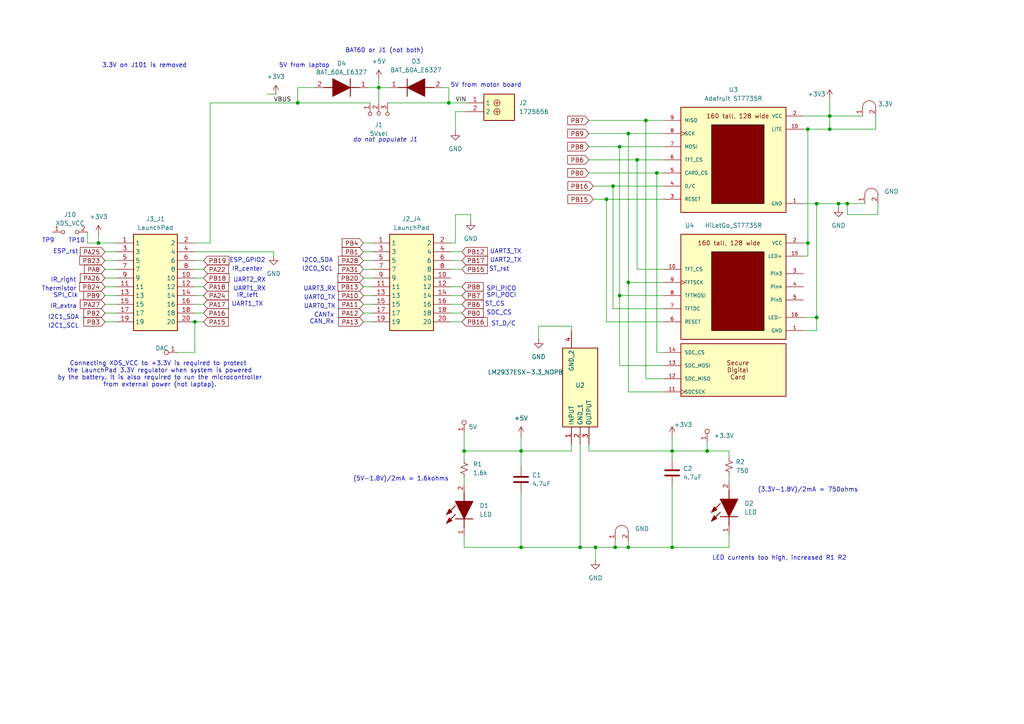
<source format=kicad_sch>
(kicad_sch
	(version 20250114)
	(generator "eeschema")
	(generator_version "9.0")
	(uuid "abd5037e-affc-4064-85a2-2d62607802c0")
	(paper "A4")
	(title_block
		(title "ECE445M Sensor Board")
		(date "2025-11-30")
		(rev "v8.0.2")
		(company "The University of Texas at Austin")
		(comment 1 "Jonathan Valvano")
	)
	(lib_symbols
		(symbol "ECE319K:Adafruit_ST7735R"
			(pin_names
				(offset 1.016)
			)
			(exclude_from_sim no)
			(in_bom yes)
			(on_board yes)
			(property "Reference" "U?"
				(at -15.24 16.002 0)
				(effects
					(font
						(size 1.27 1.27)
					)
					(justify left bottom)
				)
			)
			(property "Value" "Adafruit ST7735R"
				(at -15.24 -17.78 0)
				(effects
					(font
						(size 1.27 1.27)
					)
					(justify left bottom)
				)
			)
			(property "Footprint" "ECE319K:adafruit_st7735r"
				(at -5.08 22.86 0)
				(effects
					(font
						(size 1.27 1.27)
					)
					(justify bottom)
					(hide yes)
				)
			)
			(property "Datasheet" "https://www.mouser.com/datasheet/2/737/ST7735R_V0_2-2489618.pdf"
				(at -1.27 19.05 0)
				(effects
					(font
						(size 1.27 1.27)
					)
					(hide yes)
				)
			)
			(property "Description" ""
				(at 0 0 0)
				(effects
					(font
						(size 1.27 1.27)
					)
					(hide yes)
				)
			)
			(property "Distributor" "Mouser"
				(at 0 21.59 0)
				(effects
					(font
						(size 1.27 1.27)
					)
					(hide yes)
				)
			)
			(property "Manufacturer" "Adafruit"
				(at -15.24 21.59 0)
				(effects
					(font
						(size 1.27 1.27)
					)
					(hide yes)
				)
			)
			(property "P/N" "358"
				(at -1.27 16.51 0)
				(effects
					(font
						(size 1.27 1.27)
					)
					(hide yes)
				)
			)
			(property "LCSC Part #" ""
				(at 0 0 0)
				(effects
					(font
						(size 1.27 1.27)
					)
					(hide yes)
				)
			)
			(property "Cost" "19.95"
				(at 11.43 22.86 0)
				(effects
					(font
						(size 1.27 1.27)
					)
					(hide yes)
				)
			)
			(symbol "Adafruit_ST7735R_0_0"
				(rectangle
					(start -15.24 15.24)
					(end 15.24 -15.24)
					(stroke
						(width 0.254)
						(type default)
					)
					(fill
						(type background)
					)
				)
			)
			(symbol "Adafruit_ST7735R_1_0"
				(pin output line
					(at -20.32 11.43 0)
					(length 5.08)
					(name "MISO"
						(effects
							(font
								(size 1.016 1.016)
							)
						)
					)
					(number "9"
						(effects
							(font
								(size 1.016 1.016)
							)
						)
					)
				)
				(pin input clock
					(at -20.32 7.62 0)
					(length 5.08)
					(name "SCK"
						(effects
							(font
								(size 1.016 1.016)
							)
						)
					)
					(number "8"
						(effects
							(font
								(size 1.016 1.016)
							)
						)
					)
				)
				(pin input line
					(at -20.32 3.81 0)
					(length 5.08)
					(name "MOSI"
						(effects
							(font
								(size 1.016 1.016)
							)
						)
					)
					(number "7"
						(effects
							(font
								(size 1.016 1.016)
							)
						)
					)
				)
				(pin input line
					(at -20.32 0 0)
					(length 5.08)
					(name "TFT_CS"
						(effects
							(font
								(size 1.016 1.016)
							)
						)
					)
					(number "6"
						(effects
							(font
								(size 1.016 1.016)
							)
						)
					)
				)
				(pin input line
					(at -20.32 -3.81 0)
					(length 5.08)
					(name "CARD_CS"
						(effects
							(font
								(size 1.016 1.016)
							)
						)
					)
					(number "5"
						(effects
							(font
								(size 1.016 1.016)
							)
						)
					)
				)
				(pin input line
					(at -20.32 -7.62 0)
					(length 5.08)
					(name "D/C"
						(effects
							(font
								(size 1.016 1.016)
							)
						)
					)
					(number "4"
						(effects
							(font
								(size 1.016 1.016)
							)
						)
					)
				)
				(pin input line
					(at -20.32 -11.43 0)
					(length 5.08)
					(name "RESET"
						(effects
							(font
								(size 1.016 1.016)
							)
						)
					)
					(number "3"
						(effects
							(font
								(size 1.016 1.016)
							)
						)
					)
				)
				(pin power_in line
					(at 20.32 12.7 180)
					(length 5.08)
					(name "VCC"
						(effects
							(font
								(size 1.016 1.016)
							)
						)
					)
					(number "2"
						(effects
							(font
								(size 1.016 1.016)
							)
						)
					)
				)
				(pin power_in line
					(at 20.32 8.89 180)
					(length 5.08)
					(name "LITE"
						(effects
							(font
								(size 1.016 1.016)
							)
						)
					)
					(number "10"
						(effects
							(font
								(size 1.016 1.016)
							)
						)
					)
				)
				(pin power_in line
					(at 20.32 -12.7 180)
					(length 5.08)
					(name "GND"
						(effects
							(font
								(size 1.016 1.016)
							)
						)
					)
					(number "1"
						(effects
							(font
								(size 1.016 1.016)
							)
						)
					)
				)
			)
			(symbol "Adafruit_ST7735R_1_1"
				(rectangle
					(start -6.35 10.16)
					(end 8.89 -12.7)
					(stroke
						(width 0)
						(type default)
						(color 0 0 0 1)
					)
					(fill
						(type color)
						(color 132 0 0 1)
					)
				)
				(text "160 tall, 128 wide"
					(at 1.27 12.7 0)
					(effects
						(font
							(size 1.27 1.27)
						)
					)
				)
			)
			(embedded_fonts no)
		)
		(symbol "ECE319K:HiLetGo_ST7735R"
			(pin_names
				(offset 1.016)
			)
			(exclude_from_sim no)
			(in_bom yes)
			(on_board yes)
			(property "Reference" "U?"
				(at -15.24 16.002 0)
				(effects
					(font
						(size 1.27 1.27)
					)
					(justify left bottom)
				)
			)
			(property "Value" "HiLetGo_ST7735R"
				(at -11.43 -34.29 0)
				(effects
					(font
						(size 1.27 1.27)
					)
					(justify left bottom)
				)
			)
			(property "Footprint" "ECE319K:hiletgo_st7735r"
				(at -5.08 22.86 0)
				(effects
					(font
						(size 1.27 1.27)
					)
					(justify bottom)
					(hide yes)
				)
			)
			(property "Datasheet" "https://users.ece.utexas.edu/~valvano/mspm0/1-8-tft-display.pdf"
				(at -1.27 19.05 0)
				(effects
					(font
						(size 1.27 1.27)
					)
					(hide yes)
				)
			)
			(property "Description" "http://hiletgo.com/ProductDetail/2157911.html"
				(at 0 0 0)
				(effects
					(font
						(size 1.27 1.27)
					)
					(hide yes)
				)
			)
			(property "Distributor" "Amazon"
				(at 0 21.59 0)
				(effects
					(font
						(size 1.27 1.27)
					)
					(hide yes)
				)
			)
			(property "Manufacturer" "HiLetGo"
				(at -15.24 21.59 0)
				(effects
					(font
						(size 1.27 1.27)
					)
					(hide yes)
				)
			)
			(property "P/N" "https://www.amazon.com/s?k=hiletgo+ST7735R"
				(at -1.27 16.51 0)
				(effects
					(font
						(size 1.27 1.27)
					)
					(hide yes)
				)
			)
			(property "LCSC Part #" ""
				(at 0 0 0)
				(effects
					(font
						(size 1.27 1.27)
					)
					(hide yes)
				)
			)
			(property "Cost" "9.95"
				(at 11.43 22.86 0)
				(effects
					(font
						(size 1.27 1.27)
					)
					(hide yes)
				)
			)
			(symbol "HiLetGo_ST7735R_0_0"
				(rectangle
					(start -15.24 15.24)
					(end 15.24 -15.24)
					(stroke
						(width 0.254)
						(type default)
					)
					(fill
						(type background)
					)
				)
				(rectangle
					(start -15.24 -16.51)
					(end 15.24 -31.75)
					(stroke
						(width 0.254)
						(type default)
					)
					(fill
						(type background)
					)
				)
			)
			(symbol "HiLetGo_ST7735R_1_0"
				(pin input line
					(at -20.32 5.08 0)
					(length 5.08)
					(name "TFT_CS"
						(effects
							(font
								(size 1.016 1.016)
							)
						)
					)
					(number "10"
						(effects
							(font
								(size 1.016 1.016)
							)
						)
					)
				)
				(pin input clock
					(at -20.32 1.27 0)
					(length 5.08)
					(name "TFTSCK"
						(effects
							(font
								(size 1.016 1.016)
							)
						)
					)
					(number "9"
						(effects
							(font
								(size 1.016 1.016)
							)
						)
					)
				)
				(pin input line
					(at -20.32 -2.54 0)
					(length 5.08)
					(name "TFTMOSI"
						(effects
							(font
								(size 1.016 1.016)
							)
						)
					)
					(number "8"
						(effects
							(font
								(size 1.016 1.016)
							)
						)
					)
				)
				(pin input line
					(at -20.32 -6.35 0)
					(length 5.08)
					(name "TFTDC"
						(effects
							(font
								(size 1.016 1.016)
							)
						)
					)
					(number "7"
						(effects
							(font
								(size 1.016 1.016)
							)
						)
					)
				)
				(pin input line
					(at -20.32 -10.16 0)
					(length 5.08)
					(name "RESET"
						(effects
							(font
								(size 1.016 1.016)
							)
						)
					)
					(number "6"
						(effects
							(font
								(size 1.016 1.016)
							)
						)
					)
				)
				(pin input line
					(at -20.32 -19.05 0)
					(length 5.08)
					(name "SDC_CS"
						(effects
							(font
								(size 1.016 1.016)
							)
						)
					)
					(number "14"
						(effects
							(font
								(size 1.016 1.016)
							)
						)
					)
				)
				(pin input line
					(at -20.32 -22.86 0)
					(length 5.08)
					(name "SDC_MOSI"
						(effects
							(font
								(size 1.016 1.016)
							)
						)
					)
					(number "13"
						(effects
							(font
								(size 1.016 1.016)
							)
						)
					)
				)
				(pin output line
					(at -20.32 -26.67 0)
					(length 5.08)
					(name "SDC_MISO"
						(effects
							(font
								(size 1.016 1.016)
							)
						)
					)
					(number "12"
						(effects
							(font
								(size 1.016 1.016)
							)
						)
					)
				)
				(pin input clock
					(at -20.32 -30.48 0)
					(length 5.08)
					(name "SDCSCK"
						(effects
							(font
								(size 1.016 1.016)
							)
						)
					)
					(number "11"
						(effects
							(font
								(size 1.016 1.016)
							)
						)
					)
				)
				(pin power_in line
					(at 20.32 12.7 180)
					(length 5.08)
					(name "VCC"
						(effects
							(font
								(size 1.016 1.016)
							)
						)
					)
					(number "2"
						(effects
							(font
								(size 1.016 1.016)
							)
						)
					)
				)
				(pin power_in line
					(at 20.32 8.89 180)
					(length 5.08)
					(name "LED+"
						(effects
							(font
								(size 1.016 1.016)
							)
						)
					)
					(number "15"
						(effects
							(font
								(size 1.016 1.016)
							)
						)
					)
				)
				(pin free line
					(at 20.32 3.81 180)
					(length 5.08)
					(name "Pin3"
						(effects
							(font
								(size 1.016 1.016)
							)
						)
					)
					(number "3"
						(effects
							(font
								(size 1.016 1.016)
							)
						)
					)
				)
				(pin free line
					(at 20.32 0 180)
					(length 5.08)
					(name "Pin4"
						(effects
							(font
								(size 1.016 1.016)
							)
						)
					)
					(number "4"
						(effects
							(font
								(size 1.016 1.016)
							)
						)
					)
				)
				(pin free line
					(at 20.32 -3.81 180)
					(length 5.08)
					(name "Pin5"
						(effects
							(font
								(size 1.016 1.016)
							)
						)
					)
					(number "5"
						(effects
							(font
								(size 1.016 1.016)
							)
						)
					)
				)
				(pin power_in line
					(at 20.32 -8.89 180)
					(length 5.08)
					(name "LED-"
						(effects
							(font
								(size 1.016 1.016)
							)
						)
					)
					(number "16"
						(effects
							(font
								(size 1.016 1.016)
							)
						)
					)
				)
				(pin power_in line
					(at 20.32 -12.7 180)
					(length 5.08)
					(name "GND"
						(effects
							(font
								(size 1.016 1.016)
							)
						)
					)
					(number "1"
						(effects
							(font
								(size 1.016 1.016)
							)
						)
					)
				)
			)
			(symbol "HiLetGo_ST7735R_1_1"
				(rectangle
					(start -6.35 10.16)
					(end 8.89 -12.7)
					(stroke
						(width 0)
						(type default)
						(color 0 0 0 1)
					)
					(fill
						(type color)
						(color 132 0 0 1)
					)
				)
				(text "160 tall, 128 wide"
					(at -1.27 12.7 0)
					(effects
						(font
							(size 1.27 1.27)
						)
					)
				)
				(text "Secure\nDigital\nCard"
					(at 1.27 -24.13 0)
					(effects
						(font
							(size 1.27 1.27)
						)
					)
				)
			)
			(embedded_fonts no)
		)
		(symbol "ECE319K:Testpoint"
			(pin_names
				(offset 0)
				(hide yes)
			)
			(exclude_from_sim no)
			(in_bom yes)
			(on_board yes)
			(property "Reference" "TP"
				(at 0 2.794 0)
				(effects
					(font
						(size 1.27 1.27)
					)
				)
			)
			(property "Value" "TP"
				(at 0 -2.286 0)
				(effects
					(font
						(size 1.27 1.27)
					)
				)
			)
			(property "Footprint" "ECE319K:Testpoint_1x02_P2.54mm"
				(at 0 5.715 0)
				(effects
					(font
						(size 1.27 1.27)
					)
					(hide yes)
				)
			)
			(property "Datasheet" "~"
				(at 0 0 0)
				(effects
					(font
						(size 1.27 1.27)
					)
					(hide yes)
				)
			)
			(property "Description" "Testpoint"
				(at 0 0 0)
				(effects
					(font
						(size 1.27 1.27)
					)
					(hide yes)
				)
			)
			(property "ki_keywords" "Testpoint"
				(at 0 0 0)
				(effects
					(font
						(size 1.27 1.27)
					)
					(hide yes)
				)
			)
			(property "ki_fp_filters" "Jumper* TestPoint*2Pads* TestPoint*Bridge*"
				(at 0 0 0)
				(effects
					(font
						(size 1.27 1.27)
					)
					(hide yes)
				)
			)
			(symbol "Testpoint_0_1"
				(arc
					(start 0.0001 4.4451)
					(mid 1.3471 3.8871)
					(end 1.9051 2.5401)
					(stroke
						(width 0)
						(type default)
					)
					(fill
						(type none)
					)
				)
				(arc
					(start -1.905 2.54)
					(mid -1.347 3.887)
					(end 0 4.445)
					(stroke
						(width 0)
						(type default)
					)
					(fill
						(type none)
					)
				)
			)
			(symbol "Testpoint_1_1"
				(pin passive line
					(at -1.905 0 90)
					(length 2.54)
					(name "A"
						(effects
							(font
								(size 1.27 1.27)
							)
						)
					)
					(number "1"
						(effects
							(font
								(size 1.27 1.27)
							)
						)
					)
				)
				(pin passive line
					(at 1.905 0 90)
					(length 2.54)
					(name "B"
						(effects
							(font
								(size 1.27 1.27)
							)
						)
					)
					(number "2"
						(effects
							(font
								(size 1.27 1.27)
							)
						)
					)
				)
			)
			(embedded_fonts no)
		)
		(symbol "ECE445L:1725656"
			(exclude_from_sim no)
			(in_bom yes)
			(on_board yes)
			(property "Reference" "J"
				(at 16.51 7.62 0)
				(effects
					(font
						(size 1.27 1.27)
					)
					(justify left top)
				)
			)
			(property "Value" "1725656"
				(at 16.51 5.08 0)
				(effects
					(font
						(size 1.27 1.27)
					)
					(justify left top)
				)
			)
			(property "Footprint" "ECE445L:1725656"
				(at 16.51 -94.92 0)
				(effects
					(font
						(size 1.27 1.27)
					)
					(justify left top)
					(hide yes)
				)
			)
			(property "Datasheet" "https://componentsearchengine.com//1725656.pdf"
				(at 16.51 -194.92 0)
				(effects
					(font
						(size 1.27 1.27)
					)
					(justify left top)
					(hide yes)
				)
			)
			(property "Description" "PCB terminal block, nominal current: 6 A, rated voltage (III/2): 160 V, nominal cross section: 0.5 mm?, Number of potentials: 2, Number of rows: 1, Number of positions per row: 2, product range: MPT 0,5, pitch: 2.54 mm, connection method: Screw connection with tension sleeve, mounting: Wave soldering, conductor/PCB connection direction: 0 ?, color: green, Pin layout: Linear pinning, Solder pin [P]: 3.5 mm, type of packaging: packed in cardboard"
				(at 0 -5.715 0)
				(effects
					(font
						(size 1.27 1.27)
					)
					(hide yes)
				)
			)
			(property "Height" "8.65"
				(at 16.51 -394.92 0)
				(effects
					(font
						(size 1.27 1.27)
					)
					(justify left top)
					(hide yes)
				)
			)
			(property "Mouser Part Number" "651-1725656"
				(at 16.51 -494.92 0)
				(effects
					(font
						(size 1.27 1.27)
					)
					(justify left top)
					(hide yes)
				)
			)
			(property "Mouser Price/Stock" "https://www.mouser.com/Search/Refine.aspx?Keyword=651-1725656"
				(at 16.51 -594.92 0)
				(effects
					(font
						(size 1.27 1.27)
					)
					(justify left top)
					(hide yes)
				)
			)
			(property "Manufacturer_Name" "Phoenix Contact"
				(at 16.51 -694.92 0)
				(effects
					(font
						(size 1.27 1.27)
					)
					(justify left top)
					(hide yes)
				)
			)
			(property "Manufacturer_Part_Number" "1725656"
				(at 16.51 -794.92 0)
				(effects
					(font
						(size 1.27 1.27)
					)
					(justify left top)
					(hide yes)
				)
			)
			(symbol "1725656_0_1"
				(polyline
					(pts
						(xy 8.255 0) (xy 9.525 0)
					)
					(stroke
						(width 0)
						(type default)
					)
					(fill
						(type none)
					)
				)
				(polyline
					(pts
						(xy 8.255 -2.54) (xy 9.525 -2.54)
					)
					(stroke
						(width 0)
						(type default)
					)
					(fill
						(type none)
					)
				)
				(polyline
					(pts
						(xy 8.89 0.635) (xy 8.89 -0.635)
					)
					(stroke
						(width 0)
						(type default)
					)
					(fill
						(type none)
					)
				)
				(circle
					(center 8.89 0)
					(radius 0.898)
					(stroke
						(width 0)
						(type default)
					)
					(fill
						(type none)
					)
				)
				(polyline
					(pts
						(xy 8.89 -1.905) (xy 8.89 -3.175)
					)
					(stroke
						(width 0)
						(type default)
					)
					(fill
						(type none)
					)
				)
				(circle
					(center 8.89 -2.54)
					(radius 0.898)
					(stroke
						(width 0)
						(type default)
					)
					(fill
						(type none)
					)
				)
			)
			(symbol "1725656_1_1"
				(rectangle
					(start 5.08 2.54)
					(end 13.97 -5.08)
					(stroke
						(width 0.254)
						(type default)
					)
					(fill
						(type background)
					)
				)
				(pin passive line
					(at 0 0 0)
					(length 5.08)
					(name "1"
						(effects
							(font
								(size 1.27 1.27)
							)
						)
					)
					(number "1"
						(effects
							(font
								(size 1.27 1.27)
							)
						)
					)
				)
				(pin passive line
					(at 0 -2.54 0)
					(length 5.08)
					(name "2"
						(effects
							(font
								(size 1.27 1.27)
							)
						)
					)
					(number "2"
						(effects
							(font
								(size 1.27 1.27)
							)
						)
					)
				)
			)
			(embedded_fonts no)
		)
		(symbol "ECE445L:APTD1608LSECK_J3-PF"
			(pin_names
				(hide yes)
			)
			(exclude_from_sim no)
			(in_bom yes)
			(on_board yes)
			(property "Reference" "LED"
				(at 12.7 8.89 0)
				(effects
					(font
						(size 1.27 1.27)
					)
					(justify left bottom)
				)
			)
			(property "Value" "APTD1608LSECK_J3-PF"
				(at 12.7 6.35 0)
				(effects
					(font
						(size 1.27 1.27)
					)
					(justify left bottom)
				)
			)
			(property "Footprint" "ECE445L:APT1608CGCK"
				(at 12.7 -93.65 0)
				(effects
					(font
						(size 1.27 1.27)
					)
					(justify left bottom)
					(hide yes)
				)
			)
			(property "Datasheet" "https://www.kingbrightusa.com/images/catalog/SPEC/APTD1608LSECK-J3-PF.pdf"
				(at 12.7 -193.65 0)
				(effects
					(font
						(size 1.27 1.27)
					)
					(justify left bottom)
					(hide yes)
				)
			)
			(property "Description" "Standard LEDs - SMD 1.6X0.8MM DOME LENS LOW CURRENT SMD"
				(at 0 0 0)
				(effects
					(font
						(size 1.27 1.27)
					)
					(hide yes)
				)
			)
			(property "Height" "0.75"
				(at 12.7 -393.65 0)
				(effects
					(font
						(size 1.27 1.27)
					)
					(justify left bottom)
					(hide yes)
				)
			)
			(property "Mouser Part Number" "604-APTD1608LSECKJ3F"
				(at 12.7 -493.65 0)
				(effects
					(font
						(size 1.27 1.27)
					)
					(justify left bottom)
					(hide yes)
				)
			)
			(property "Mouser Price/Stock" "https://www.mouser.co.uk/ProductDetail/Kingbright/APTD1608LSECK-J3-PF?qs=6oMev5NRZMF205XngnIJQg%3D%3D"
				(at 12.7 -593.65 0)
				(effects
					(font
						(size 1.27 1.27)
					)
					(justify left bottom)
					(hide yes)
				)
			)
			(property "Manufacturer_Name" "Kingbright"
				(at 12.7 -693.65 0)
				(effects
					(font
						(size 1.27 1.27)
					)
					(justify left bottom)
					(hide yes)
				)
			)
			(property "Manufacturer_Part_Number" "APTD1608LSECK/J3-PF"
				(at 12.7 -793.65 0)
				(effects
					(font
						(size 1.27 1.27)
					)
					(justify left bottom)
					(hide yes)
				)
			)
			(property "LCSC" "C5879214"
				(at 0 0 0)
				(effects
					(font
						(size 1.27 1.27)
					)
					(hide yes)
				)
			)
			(symbol "APTD1608LSECK_J3-PF_1_1"
				(polyline
					(pts
						(xy 2.54 0) (xy 5.08 0)
					)
					(stroke
						(width 0.254)
						(type default)
					)
					(fill
						(type none)
					)
				)
				(polyline
					(pts
						(xy 5.08 2.54) (xy 5.08 -2.54)
					)
					(stroke
						(width 0.254)
						(type default)
					)
					(fill
						(type none)
					)
				)
				(polyline
					(pts
						(xy 5.08 0) (xy 10.16 2.54) (xy 10.16 -2.54) (xy 5.08 0)
					)
					(stroke
						(width 0.254)
						(type default)
					)
					(fill
						(type outline)
					)
				)
				(polyline
					(pts
						(xy 5.334 4.318) (xy 4.572 3.556) (xy 3.81 5.08) (xy 5.334 4.318)
					)
					(stroke
						(width 0.254)
						(type default)
					)
					(fill
						(type outline)
					)
				)
				(polyline
					(pts
						(xy 6.35 2.54) (xy 3.81 5.08)
					)
					(stroke
						(width 0.254)
						(type default)
					)
					(fill
						(type none)
					)
				)
				(polyline
					(pts
						(xy 7.874 4.318) (xy 7.112 3.556) (xy 6.35 5.08) (xy 7.874 4.318)
					)
					(stroke
						(width 0.254)
						(type default)
					)
					(fill
						(type outline)
					)
				)
				(polyline
					(pts
						(xy 8.89 2.54) (xy 6.35 5.08)
					)
					(stroke
						(width 0.254)
						(type default)
					)
					(fill
						(type none)
					)
				)
				(polyline
					(pts
						(xy 10.16 0) (xy 12.7 0)
					)
					(stroke
						(width 0.254)
						(type default)
					)
					(fill
						(type none)
					)
				)
				(pin passive line
					(at 0 0 0)
					(length 2.54)
					(name "K"
						(effects
							(font
								(size 1.27 1.27)
							)
						)
					)
					(number "1"
						(effects
							(font
								(size 1.27 1.27)
							)
						)
					)
				)
				(pin passive line
					(at 15.24 0 180)
					(length 2.54)
					(name "A"
						(effects
							(font
								(size 1.27 1.27)
							)
						)
					)
					(number "2"
						(effects
							(font
								(size 1.27 1.27)
							)
						)
					)
				)
			)
			(embedded_fonts no)
		)
		(symbol "ECE445L:BAT_60A_E6327"
			(pin_names
				(hide yes)
			)
			(exclude_from_sim no)
			(in_bom yes)
			(on_board yes)
			(property "Reference" "D"
				(at 11.43 5.08 0)
				(effects
					(font
						(size 1.27 1.27)
					)
					(justify left top)
				)
			)
			(property "Value" "BAT_60A_E6327"
				(at 11.43 2.54 0)
				(effects
					(font
						(size 1.27 1.27)
					)
					(justify left top)
				)
			)
			(property "Footprint" "ECE445L:SOD2513X110N"
				(at 11.43 -97.46 0)
				(effects
					(font
						(size 1.27 1.27)
					)
					(justify left top)
					(hide yes)
				)
			)
			(property "Datasheet" ""
				(at 11.43 -197.46 0)
				(effects
					(font
						(size 1.27 1.27)
					)
					(justify left top)
					(hide yes)
				)
			)
			(property "Description" "INFINEON - BAT 60A E6327 - RECTIFIER, SCHOTTKY, 3A, 10V, SOD-323"
				(at 0 0 0)
				(effects
					(font
						(size 1.27 1.27)
					)
					(hide yes)
				)
			)
			(property "Height" "1.1"
				(at 11.43 -397.46 0)
				(effects
					(font
						(size 1.27 1.27)
					)
					(justify left top)
					(hide yes)
				)
			)
			(property "Mouser Part Number" "726-BAT60AE6327"
				(at 11.43 -497.46 0)
				(effects
					(font
						(size 1.27 1.27)
					)
					(justify left top)
					(hide yes)
				)
			)
			(property "Mouser Price/Stock" "https://www.mouser.co.uk/ProductDetail/Infineon-Technologies/BAT-60A-E6327?qs=QdTgSBuqQUO0UTmzztPfRw%3D%3D"
				(at 11.43 -597.46 0)
				(effects
					(font
						(size 1.27 1.27)
					)
					(justify left top)
					(hide yes)
				)
			)
			(property "Manufacturer_Name" "Infineon"
				(at 11.43 -697.46 0)
				(effects
					(font
						(size 1.27 1.27)
					)
					(justify left top)
					(hide yes)
				)
			)
			(property "Manufacturer_Part_Number" "BAT 60A E6327"
				(at 11.43 -797.46 0)
				(effects
					(font
						(size 1.27 1.27)
					)
					(justify left top)
					(hide yes)
				)
			)
			(symbol "BAT_60A_E6327_1_1"
				(polyline
					(pts
						(xy 2.54 0) (xy 5.08 0)
					)
					(stroke
						(width 0.254)
						(type default)
					)
					(fill
						(type none)
					)
				)
				(polyline
					(pts
						(xy 5.08 2.54) (xy 5.08 -2.54)
					)
					(stroke
						(width 0.254)
						(type default)
					)
					(fill
						(type none)
					)
				)
				(polyline
					(pts
						(xy 5.08 0) (xy 10.16 2.54) (xy 10.16 -2.54) (xy 5.08 0)
					)
					(stroke
						(width 0.254)
						(type default)
					)
					(fill
						(type outline)
					)
				)
				(polyline
					(pts
						(xy 10.16 0) (xy 12.7 0)
					)
					(stroke
						(width 0.254)
						(type default)
					)
					(fill
						(type none)
					)
				)
				(pin bidirectional line
					(at 0 0 0)
					(length 2.54)
					(name "K"
						(effects
							(font
								(size 1.27 1.27)
							)
						)
					)
					(number "1"
						(effects
							(font
								(size 1.27 1.27)
							)
						)
					)
				)
				(pin bidirectional line
					(at 15.24 0 180)
					(length 2.54)
					(name "A"
						(effects
							(font
								(size 1.27 1.27)
							)
						)
					)
					(number "2"
						(effects
							(font
								(size 1.27 1.27)
							)
						)
					)
				)
			)
			(embedded_fonts no)
		)
		(symbol "ECE445L:C_0805"
			(pin_numbers
				(hide yes)
			)
			(pin_names
				(offset 0.254)
			)
			(exclude_from_sim no)
			(in_bom yes)
			(on_board yes)
			(property "Reference" "C"
				(at 0.635 2.54 0)
				(effects
					(font
						(size 1.27 1.27)
					)
					(justify left)
				)
			)
			(property "Value" "C_0805"
				(at 0.635 -2.54 0)
				(effects
					(font
						(size 1.27 1.27)
					)
					(justify left)
				)
			)
			(property "Footprint" "ECE445L:C_0805_2012Metric"
				(at 0.9652 -3.81 0)
				(effects
					(font
						(size 1.27 1.27)
					)
					(hide yes)
				)
			)
			(property "Datasheet" "https://datasheets.kyocera-avx.com/cx5r-KGM.pdf"
				(at 0 0 0)
				(effects
					(font
						(size 1.27 1.27)
					)
					(hide yes)
				)
			)
			(property "Description" "Unpolarized capacitor"
				(at 0 0 0)
				(effects
					(font
						(size 1.27 1.27)
					)
					(hide yes)
				)
			)
			(property "LCSC" "C5186689"
				(at 0 0 0)
				(effects
					(font
						(size 1.27 1.27)
					)
					(hide yes)
				)
			)
			(property "ki_keywords" "cap capacitor"
				(at 0 0 0)
				(effects
					(font
						(size 1.27 1.27)
					)
					(hide yes)
				)
			)
			(property "ki_fp_filters" "C_*"
				(at 0 0 0)
				(effects
					(font
						(size 1.27 1.27)
					)
					(hide yes)
				)
			)
			(symbol "C_0805_0_1"
				(polyline
					(pts
						(xy -2.032 0.762) (xy 2.032 0.762)
					)
					(stroke
						(width 0.508)
						(type default)
					)
					(fill
						(type none)
					)
				)
				(polyline
					(pts
						(xy -2.032 -0.762) (xy 2.032 -0.762)
					)
					(stroke
						(width 0.508)
						(type default)
					)
					(fill
						(type none)
					)
				)
			)
			(symbol "C_0805_1_1"
				(pin passive line
					(at 0 3.81 270)
					(length 2.794)
					(name "~"
						(effects
							(font
								(size 1.27 1.27)
							)
						)
					)
					(number "1"
						(effects
							(font
								(size 1.27 1.27)
							)
						)
					)
				)
				(pin passive line
					(at 0 -3.81 90)
					(length 2.794)
					(name "~"
						(effects
							(font
								(size 1.27 1.27)
							)
						)
					)
					(number "2"
						(effects
							(font
								(size 1.27 1.27)
							)
						)
					)
				)
			)
			(embedded_fonts no)
		)
		(symbol "ECE445L:Header_2"
			(pin_names
				(offset 0)
				(hide yes)
			)
			(exclude_from_sim no)
			(in_bom yes)
			(on_board yes)
			(property "Reference" "J"
				(at 0 2.794 0)
				(effects
					(font
						(size 1.27 1.27)
					)
				)
			)
			(property "Value" "Header2"
				(at 0 -2.286 0)
				(effects
					(font
						(size 1.27 1.27)
					)
				)
			)
			(property "Footprint" "ECE445L:PinHeader_1x02_P2.54mm_Vertical"
				(at 0 0 0)
				(effects
					(font
						(size 1.27 1.27)
					)
					(hide yes)
				)
			)
			(property "Datasheet" "~"
				(at 0 0 0)
				(effects
					(font
						(size 1.27 1.27)
					)
					(hide yes)
				)
			)
			(property "Description" "Header, 2-pole"
				(at 0 0 0)
				(effects
					(font
						(size 1.27 1.27)
					)
					(hide yes)
				)
			)
			(property "ki_keywords" "Header"
				(at 0 0 0)
				(effects
					(font
						(size 1.27 1.27)
					)
					(hide yes)
				)
			)
			(property "ki_fp_filters" "Jumper* TestPoint*2Pads* TestPoint*Bridge*"
				(at 0 0 0)
				(effects
					(font
						(size 1.27 1.27)
					)
					(hide yes)
				)
			)
			(symbol "Header_2_0_0"
				(circle
					(center -2.032 0)
					(radius 0.508)
					(stroke
						(width 0)
						(type default)
					)
					(fill
						(type none)
					)
				)
				(circle
					(center 2.032 0)
					(radius 0.508)
					(stroke
						(width 0)
						(type default)
					)
					(fill
						(type none)
					)
				)
			)
			(symbol "Header_2_1_1"
				(pin passive line
					(at -5.08 0 0)
					(length 2.54)
					(name "A"
						(effects
							(font
								(size 1.27 1.27)
							)
						)
					)
					(number "1"
						(effects
							(font
								(size 1.27 1.27)
							)
						)
					)
				)
				(pin passive line
					(at 5.08 0 180)
					(length 2.54)
					(name "B"
						(effects
							(font
								(size 1.27 1.27)
							)
						)
					)
					(number "2"
						(effects
							(font
								(size 1.27 1.27)
							)
						)
					)
				)
			)
			(embedded_fonts no)
		)
		(symbol "ECE445L:Header_3"
			(pin_names
				(offset 0)
				(hide yes)
			)
			(exclude_from_sim no)
			(in_bom yes)
			(on_board yes)
			(property "Reference" "J"
				(at 0 2.794 0)
				(effects
					(font
						(size 1.27 1.27)
					)
				)
			)
			(property "Value" "Header3"
				(at 0.635 -4.445 0)
				(effects
					(font
						(size 1.27 1.27)
					)
				)
			)
			(property "Footprint" "ECE445L:PinHeader_1x03_P2.54mm_Vertical"
				(at 0 5.08 0)
				(effects
					(font
						(size 1.27 1.27)
					)
					(hide yes)
				)
			)
			(property "Datasheet" "~"
				(at 0 0 0)
				(effects
					(font
						(size 1.27 1.27)
					)
					(hide yes)
				)
			)
			(property "Description" "Header, 3-pin"
				(at 0 0 0)
				(effects
					(font
						(size 1.27 1.27)
					)
					(hide yes)
				)
			)
			(property "ki_keywords" "Header"
				(at 0 0 0)
				(effects
					(font
						(size 1.27 1.27)
					)
					(hide yes)
				)
			)
			(property "ki_fp_filters" "Jumper* TestPoint*2Pads* TestPoint*Bridge*"
				(at 0 0 0)
				(effects
					(font
						(size 1.27 1.27)
					)
					(hide yes)
				)
			)
			(symbol "Header_3_0_0"
				(circle
					(center 1.905 2.54)
					(radius 0.508)
					(stroke
						(width 0)
						(type default)
					)
					(fill
						(type none)
					)
				)
			)
			(symbol "Header_3_1_0"
				(circle
					(center 1.905 -2.54)
					(radius 0.508)
					(stroke
						(width 0)
						(type default)
					)
					(fill
						(type none)
					)
				)
				(circle
					(center 2.032 0)
					(radius 0.508)
					(stroke
						(width 0)
						(type default)
					)
					(fill
						(type none)
					)
				)
			)
			(symbol "Header_3_1_1"
				(pin passive line
					(at 5.08 2.54 180)
					(length 2.54)
					(name "A"
						(effects
							(font
								(size 1.27 1.27)
							)
						)
					)
					(number "1"
						(effects
							(font
								(size 1.27 1.27)
							)
						)
					)
				)
				(pin passive line
					(at 5.08 0 180)
					(length 2.54)
					(name "B"
						(effects
							(font
								(size 1.27 1.27)
							)
						)
					)
					(number "2"
						(effects
							(font
								(size 1.27 1.27)
							)
						)
					)
				)
				(pin passive line
					(at 5.08 -2.54 180)
					(length 2.54)
					(name "C"
						(effects
							(font
								(size 1.27 1.27)
							)
						)
					)
					(number "3"
						(effects
							(font
								(size 1.27 1.27)
							)
						)
					)
				)
			)
			(embedded_fonts no)
		)
		(symbol "ECE445L:LM2937IMP-3.3_NOPB"
			(exclude_from_sim no)
			(in_bom yes)
			(on_board yes)
			(property "Reference" "IC"
				(at 29.21 7.62 0)
				(effects
					(font
						(size 1.27 1.27)
					)
					(justify left top)
				)
			)
			(property "Value" "LM2937IMP-3.3_NOPB"
				(at 29.21 5.08 0)
				(effects
					(font
						(size 1.27 1.27)
					)
					(justify left top)
				)
			)
			(property "Footprint" "ECE445L:SOT230P700X180-4N"
				(at 29.21 -94.92 0)
				(effects
					(font
						(size 1.27 1.27)
					)
					(justify left top)
					(hide yes)
				)
			)
			(property "Datasheet" "https://www.ti.com/lit/ds/symlink/lm2937.pdf?ts=1607582693087&ref_url=https%253A%252F%252Fwww.ti.com%252Fsitesearch%252Fdocs%252Funiversalsearch.tsp%253FsearchTerm%253DLM2937IMP-3.3%252FNOPB"
				(at 29.21 -194.92 0)
				(effects
					(font
						(size 1.27 1.27)
					)
					(justify left top)
					(hide yes)
				)
			)
			(property "Description" "LM2937 2.5-V and 3.3-V 400-mA and 500-mA Voltage Regulators"
				(at 0 0 0)
				(effects
					(font
						(size 1.27 1.27)
					)
					(hide yes)
				)
			)
			(property "Height" "1.8"
				(at 29.21 -394.92 0)
				(effects
					(font
						(size 1.27 1.27)
					)
					(justify left top)
					(hide yes)
				)
			)
			(property "Mouser Part Number" "926-LM2937IMP3.3NOPB"
				(at 29.21 -494.92 0)
				(effects
					(font
						(size 1.27 1.27)
					)
					(justify left top)
					(hide yes)
				)
			)
			(property "Mouser Price/Stock" "https://www.mouser.co.uk/ProductDetail/Texas-Instruments/LM2937IMP-3.3-NOPB?qs=X1J7HmVL2ZFVwNOBcwuxRQ%3D%3D"
				(at 29.21 -594.92 0)
				(effects
					(font
						(size 1.27 1.27)
					)
					(justify left top)
					(hide yes)
				)
			)
			(property "Manufacturer_Name" "Texas Instruments"
				(at 29.21 -694.92 0)
				(effects
					(font
						(size 1.27 1.27)
					)
					(justify left top)
					(hide yes)
				)
			)
			(property "Manufacturer_Part_Number" "LM2937IMP-3.3/NOPB"
				(at 29.21 -794.92 0)
				(effects
					(font
						(size 1.27 1.27)
					)
					(justify left top)
					(hide yes)
				)
			)
			(property "LCSC" "C140265"
				(at 0 0 0)
				(effects
					(font
						(size 1.27 1.27)
					)
					(hide yes)
				)
			)
			(symbol "LM2937IMP-3.3_NOPB_1_1"
				(rectangle
					(start 5.08 2.54)
					(end 27.94 -7.62)
					(stroke
						(width 0.254)
						(type default)
					)
					(fill
						(type background)
					)
				)
				(pin passive line
					(at 0 0 0)
					(length 5.08)
					(name "INPUT"
						(effects
							(font
								(size 1.27 1.27)
							)
						)
					)
					(number "1"
						(effects
							(font
								(size 1.27 1.27)
							)
						)
					)
				)
				(pin passive line
					(at 0 -2.54 0)
					(length 5.08)
					(name "GND_1"
						(effects
							(font
								(size 1.27 1.27)
							)
						)
					)
					(number "2"
						(effects
							(font
								(size 1.27 1.27)
							)
						)
					)
				)
				(pin passive line
					(at 0 -5.08 0)
					(length 5.08)
					(name "OUTPUT"
						(effects
							(font
								(size 1.27 1.27)
							)
						)
					)
					(number "3"
						(effects
							(font
								(size 1.27 1.27)
							)
						)
					)
				)
				(pin passive line
					(at 33.02 0 180)
					(length 5.08)
					(name "GND_2"
						(effects
							(font
								(size 1.27 1.27)
							)
						)
					)
					(number "4"
						(effects
							(font
								(size 1.27 1.27)
							)
						)
					)
				)
			)
			(embedded_fonts no)
		)
		(symbol "ECE445L:LaunchPad"
			(exclude_from_sim no)
			(in_bom yes)
			(on_board yes)
			(property "Reference" "J"
				(at 19.05 7.62 0)
				(effects
					(font
						(size 1.27 1.27)
					)
					(justify left top)
				)
			)
			(property "Value" "LaunchPad"
				(at 19.05 5.08 0)
				(effects
					(font
						(size 1.27 1.27)
					)
					(justify left top)
				)
			)
			(property "Footprint" "ECE445L:LaunchPad"
				(at 19.05 -94.92 0)
				(effects
					(font
						(size 1.27 1.27)
					)
					(justify left top)
					(hide yes)
				)
			)
			(property "Datasheet" "https://cdn.harwin.com/pdfs/M20-876P.pdf"
				(at 19.05 -194.92 0)
				(effects
					(font
						(size 1.27 1.27)
					)
					(justify left top)
					(hide yes)
				)
			)
			(property "Description" "2.54mm (0.1\") Pitch DIL SMT Pin Header, selective gold + tin, pick & place (tube packing), 10+10 contacts"
				(at 0 0 0)
				(effects
					(font
						(size 1.27 1.27)
					)
					(hide yes)
				)
			)
			(property "Height" "11.45"
				(at 19.05 -394.92 0)
				(effects
					(font
						(size 1.27 1.27)
					)
					(justify left top)
					(hide yes)
				)
			)
			(property "Mouser Part Number" "855-M20-8761042P"
				(at 19.05 -494.92 0)
				(effects
					(font
						(size 1.27 1.27)
					)
					(justify left top)
					(hide yes)
				)
			)
			(property "Mouser Price/Stock" "https://www.mouser.co.uk/ProductDetail/Harwin/M20-8761042P?qs=WS5Jv%252B%252Bx1qUdN2s5gTwNtA%3D%3D"
				(at 19.05 -594.92 0)
				(effects
					(font
						(size 1.27 1.27)
					)
					(justify left top)
					(hide yes)
				)
			)
			(property "Manufacturer_Name" "HCTL"
				(at 19.05 -694.92 0)
				(effects
					(font
						(size 1.27 1.27)
					)
					(justify left top)
					(hide yes)
				)
			)
			(property "Manufacturer_Part_Number" "PZ254-2-10-S"
				(at 19.05 -794.92 0)
				(effects
					(font
						(size 1.27 1.27)
					)
					(justify left top)
					(hide yes)
				)
			)
			(property "LCSC" "C3294468"
				(at 0 0 0)
				(effects
					(font
						(size 1.27 1.27)
					)
					(hide yes)
				)
			)
			(property "ki_keywords" "LaunchPad"
				(at 0 0 0)
				(effects
					(font
						(size 1.27 1.27)
					)
					(hide yes)
				)
			)
			(symbol "LaunchPad_1_1"
				(rectangle
					(start 5.08 2.54)
					(end 17.78 -25.4)
					(stroke
						(width 0.254)
						(type default)
					)
					(fill
						(type background)
					)
				)
				(pin passive line
					(at 0 0 0)
					(length 5.08)
					(name "1"
						(effects
							(font
								(size 1.27 1.27)
							)
						)
					)
					(number "1"
						(effects
							(font
								(size 1.27 1.27)
							)
						)
					)
				)
				(pin passive line
					(at 0 -2.54 0)
					(length 5.08)
					(name "3"
						(effects
							(font
								(size 1.27 1.27)
							)
						)
					)
					(number "3"
						(effects
							(font
								(size 1.27 1.27)
							)
						)
					)
				)
				(pin passive line
					(at 0 -5.08 0)
					(length 5.08)
					(name "5"
						(effects
							(font
								(size 1.27 1.27)
							)
						)
					)
					(number "5"
						(effects
							(font
								(size 1.27 1.27)
							)
						)
					)
				)
				(pin passive line
					(at 0 -7.62 0)
					(length 5.08)
					(name "7"
						(effects
							(font
								(size 1.27 1.27)
							)
						)
					)
					(number "7"
						(effects
							(font
								(size 1.27 1.27)
							)
						)
					)
				)
				(pin passive line
					(at 0 -10.16 0)
					(length 5.08)
					(name "9"
						(effects
							(font
								(size 1.27 1.27)
							)
						)
					)
					(number "9"
						(effects
							(font
								(size 1.27 1.27)
							)
						)
					)
				)
				(pin passive line
					(at 0 -12.7 0)
					(length 5.08)
					(name "11"
						(effects
							(font
								(size 1.27 1.27)
							)
						)
					)
					(number "11"
						(effects
							(font
								(size 1.27 1.27)
							)
						)
					)
				)
				(pin passive line
					(at 0 -15.24 0)
					(length 5.08)
					(name "13"
						(effects
							(font
								(size 1.27 1.27)
							)
						)
					)
					(number "13"
						(effects
							(font
								(size 1.27 1.27)
							)
						)
					)
				)
				(pin passive line
					(at 0 -17.78 0)
					(length 5.08)
					(name "15"
						(effects
							(font
								(size 1.27 1.27)
							)
						)
					)
					(number "15"
						(effects
							(font
								(size 1.27 1.27)
							)
						)
					)
				)
				(pin passive line
					(at 0 -20.32 0)
					(length 5.08)
					(name "17"
						(effects
							(font
								(size 1.27 1.27)
							)
						)
					)
					(number "17"
						(effects
							(font
								(size 1.27 1.27)
							)
						)
					)
				)
				(pin passive line
					(at 0 -22.86 0)
					(length 5.08)
					(name "19"
						(effects
							(font
								(size 1.27 1.27)
							)
						)
					)
					(number "19"
						(effects
							(font
								(size 1.27 1.27)
							)
						)
					)
				)
				(pin passive line
					(at 22.86 0 180)
					(length 5.08)
					(name "2"
						(effects
							(font
								(size 1.27 1.27)
							)
						)
					)
					(number "2"
						(effects
							(font
								(size 1.27 1.27)
							)
						)
					)
				)
				(pin passive line
					(at 22.86 -2.54 180)
					(length 5.08)
					(name "4"
						(effects
							(font
								(size 1.27 1.27)
							)
						)
					)
					(number "4"
						(effects
							(font
								(size 1.27 1.27)
							)
						)
					)
				)
				(pin passive line
					(at 22.86 -5.08 180)
					(length 5.08)
					(name "6"
						(effects
							(font
								(size 1.27 1.27)
							)
						)
					)
					(number "6"
						(effects
							(font
								(size 1.27 1.27)
							)
						)
					)
				)
				(pin passive line
					(at 22.86 -7.62 180)
					(length 5.08)
					(name "8"
						(effects
							(font
								(size 1.27 1.27)
							)
						)
					)
					(number "8"
						(effects
							(font
								(size 1.27 1.27)
							)
						)
					)
				)
				(pin passive line
					(at 22.86 -10.16 180)
					(length 5.08)
					(name "10"
						(effects
							(font
								(size 1.27 1.27)
							)
						)
					)
					(number "10"
						(effects
							(font
								(size 1.27 1.27)
							)
						)
					)
				)
				(pin passive line
					(at 22.86 -12.7 180)
					(length 5.08)
					(name "12"
						(effects
							(font
								(size 1.27 1.27)
							)
						)
					)
					(number "12"
						(effects
							(font
								(size 1.27 1.27)
							)
						)
					)
				)
				(pin passive line
					(at 22.86 -15.24 180)
					(length 5.08)
					(name "14"
						(effects
							(font
								(size 1.27 1.27)
							)
						)
					)
					(number "14"
						(effects
							(font
								(size 1.27 1.27)
							)
						)
					)
				)
				(pin passive line
					(at 22.86 -17.78 180)
					(length 5.08)
					(name "16"
						(effects
							(font
								(size 1.27 1.27)
							)
						)
					)
					(number "16"
						(effects
							(font
								(size 1.27 1.27)
							)
						)
					)
				)
				(pin passive line
					(at 22.86 -20.32 180)
					(length 5.08)
					(name "18"
						(effects
							(font
								(size 1.27 1.27)
							)
						)
					)
					(number "18"
						(effects
							(font
								(size 1.27 1.27)
							)
						)
					)
				)
				(pin passive line
					(at 22.86 -22.86 180)
					(length 5.08)
					(name "20"
						(effects
							(font
								(size 1.27 1.27)
							)
						)
					)
					(number "20"
						(effects
							(font
								(size 1.27 1.27)
							)
						)
					)
				)
			)
			(embedded_fonts no)
		)
		(symbol "ECE445L:R_0603"
			(pin_numbers
				(hide yes)
			)
			(pin_names
				(offset 0.254)
				(hide yes)
			)
			(exclude_from_sim no)
			(in_bom yes)
			(on_board yes)
			(property "Reference" "R"
				(at 0.762 0.508 0)
				(effects
					(font
						(size 1.27 1.27)
					)
					(justify left)
				)
			)
			(property "Value" "R_0603"
				(at 0.762 -1.016 0)
				(effects
					(font
						(size 1.27 1.27)
					)
					(justify left)
				)
			)
			(property "Footprint" "ECE445L:R_0603_1608Metric"
				(at 0 0 0)
				(effects
					(font
						(size 1.27 1.27)
					)
					(hide yes)
				)
			)
			(property "Datasheet" "https://users.ece.utexas.edu/~valvano/mspm0/CarbonFilmresistors.pdf"
				(at 0 0 0)
				(effects
					(font
						(size 1.27 1.27)
					)
					(hide yes)
				)
			)
			(property "Description" "Resistor, SM"
				(at 0 0 0)
				(effects
					(font
						(size 1.27 1.27)
					)
					(hide yes)
				)
			)
			(property "LCSC" "C340542"
				(at 0 0 0)
				(effects
					(font
						(size 1.27 1.27)
					)
					(hide yes)
				)
			)
			(property "ki_keywords" "r resistor"
				(at 0 0 0)
				(effects
					(font
						(size 1.27 1.27)
					)
					(hide yes)
				)
			)
			(property "ki_fp_filters" "R_*"
				(at 0 0 0)
				(effects
					(font
						(size 1.27 1.27)
					)
					(hide yes)
				)
			)
			(symbol "R_0603_1_1"
				(polyline
					(pts
						(xy 0 1.524) (xy 1.016 1.143) (xy 0 0.762) (xy -1.016 0.381) (xy 0 0)
					)
					(stroke
						(width 0)
						(type default)
					)
					(fill
						(type none)
					)
				)
				(polyline
					(pts
						(xy 0 0) (xy 1.016 -0.381) (xy 0 -0.762) (xy -1.016 -1.143) (xy 0 -1.524)
					)
					(stroke
						(width 0)
						(type default)
					)
					(fill
						(type none)
					)
				)
				(pin passive line
					(at 0 2.54 270)
					(length 1.016)
					(name "~"
						(effects
							(font
								(size 1.27 1.27)
							)
						)
					)
					(number "1"
						(effects
							(font
								(size 1.27 1.27)
							)
						)
					)
				)
				(pin passive line
					(at 0 -2.54 90)
					(length 1.016)
					(name "~"
						(effects
							(font
								(size 1.27 1.27)
							)
						)
					)
					(number "2"
						(effects
							(font
								(size 1.27 1.27)
							)
						)
					)
				)
			)
			(embedded_fonts no)
		)
		(symbol "ECE445L:Testpoint_1"
			(pin_names
				(offset 0)
				(hide yes)
			)
			(exclude_from_sim no)
			(in_bom yes)
			(on_board yes)
			(property "Reference" "TP"
				(at 0 2.794 0)
				(effects
					(font
						(size 1.27 1.27)
					)
				)
			)
			(property "Value" "TP"
				(at 0 -2.286 0)
				(effects
					(font
						(size 1.27 1.27)
					)
				)
			)
			(property "Footprint" "ECE445L:Testpoint_1x1"
				(at 0 5.715 0)
				(effects
					(font
						(size 1.27 1.27)
					)
					(hide yes)
				)
			)
			(property "Datasheet" "https://www.mouser.com/datasheet/3/201/1/5000-5004.PDF"
				(at 0 0 0)
				(effects
					(font
						(size 1.27 1.27)
					)
					(hide yes)
				)
			)
			(property "Description" "Keystone Testpoint"
				(at 0 0 0)
				(effects
					(font
						(size 1.27 1.27)
					)
					(hide yes)
				)
			)
			(property "Digikey" "36-5000-ND, 36-5001-ND, 36-5002-ND , 36-5003-ND 36-5004-ND 36-5116-ND 36-5117-ND "
				(at 0 0 0)
				(effects
					(font
						(size 1.27 1.27)
					)
					(hide yes)
				)
			)
			(property "Mouser" "534-5000, 534-5001, 534-5002 , 534-5003 534-5004 534-5116 534-5117"
				(at 0 0 0)
				(effects
					(font
						(size 1.27 1.27)
					)
					(hide yes)
				)
			)
			(property "ki_keywords" "Testpoint"
				(at 0 0 0)
				(effects
					(font
						(size 1.27 1.27)
					)
					(hide yes)
				)
			)
			(property "ki_fp_filters" "Jumper* TestPoint*2Pads* TestPoint*Bridge*"
				(at 0 0 0)
				(effects
					(font
						(size 1.27 1.27)
					)
					(hide yes)
				)
			)
			(symbol "Testpoint_1_0_1"
				(circle
					(center -1.905 3.175)
					(radius 0.635)
					(stroke
						(width 0)
						(type default)
					)
					(fill
						(type none)
					)
				)
			)
			(symbol "Testpoint_1_1_1"
				(pin passive line
					(at -1.905 0 90)
					(length 2.54)
					(name "A"
						(effects
							(font
								(size 1.27 1.27)
							)
						)
					)
					(number "1"
						(effects
							(font
								(size 1.27 1.27)
							)
						)
					)
				)
			)
			(embedded_fonts no)
		)
		(symbol "power:+3V3"
			(power)
			(pin_numbers
				(hide yes)
			)
			(pin_names
				(offset 0)
				(hide yes)
			)
			(exclude_from_sim no)
			(in_bom yes)
			(on_board yes)
			(property "Reference" "#PWR"
				(at 0 -3.81 0)
				(effects
					(font
						(size 1.27 1.27)
					)
					(hide yes)
				)
			)
			(property "Value" "+3V3"
				(at 0 3.556 0)
				(effects
					(font
						(size 1.27 1.27)
					)
				)
			)
			(property "Footprint" ""
				(at 0 0 0)
				(effects
					(font
						(size 1.27 1.27)
					)
					(hide yes)
				)
			)
			(property "Datasheet" ""
				(at 0 0 0)
				(effects
					(font
						(size 1.27 1.27)
					)
					(hide yes)
				)
			)
			(property "Description" "Power symbol creates a global label with name \"+3V3\""
				(at 0 0 0)
				(effects
					(font
						(size 1.27 1.27)
					)
					(hide yes)
				)
			)
			(property "ki_keywords" "global power"
				(at 0 0 0)
				(effects
					(font
						(size 1.27 1.27)
					)
					(hide yes)
				)
			)
			(symbol "+3V3_0_1"
				(polyline
					(pts
						(xy -0.762 1.27) (xy 0 2.54)
					)
					(stroke
						(width 0)
						(type default)
					)
					(fill
						(type none)
					)
				)
				(polyline
					(pts
						(xy 0 2.54) (xy 0.762 1.27)
					)
					(stroke
						(width 0)
						(type default)
					)
					(fill
						(type none)
					)
				)
				(polyline
					(pts
						(xy 0 0) (xy 0 2.54)
					)
					(stroke
						(width 0)
						(type default)
					)
					(fill
						(type none)
					)
				)
			)
			(symbol "+3V3_1_1"
				(pin power_in line
					(at 0 0 90)
					(length 0)
					(name "~"
						(effects
							(font
								(size 1.27 1.27)
							)
						)
					)
					(number "1"
						(effects
							(font
								(size 1.27 1.27)
							)
						)
					)
				)
			)
			(embedded_fonts no)
		)
		(symbol "power:+5V"
			(power)
			(pin_numbers
				(hide yes)
			)
			(pin_names
				(offset 0)
				(hide yes)
			)
			(exclude_from_sim no)
			(in_bom yes)
			(on_board yes)
			(property "Reference" "#PWR"
				(at 0 -3.81 0)
				(effects
					(font
						(size 1.27 1.27)
					)
					(hide yes)
				)
			)
			(property "Value" "+5V"
				(at 0 3.556 0)
				(effects
					(font
						(size 1.27 1.27)
					)
				)
			)
			(property "Footprint" ""
				(at 0 0 0)
				(effects
					(font
						(size 1.27 1.27)
					)
					(hide yes)
				)
			)
			(property "Datasheet" ""
				(at 0 0 0)
				(effects
					(font
						(size 1.27 1.27)
					)
					(hide yes)
				)
			)
			(property "Description" "Power symbol creates a global label with name \"+5V\""
				(at 0 0 0)
				(effects
					(font
						(size 1.27 1.27)
					)
					(hide yes)
				)
			)
			(property "ki_keywords" "global power"
				(at 0 0 0)
				(effects
					(font
						(size 1.27 1.27)
					)
					(hide yes)
				)
			)
			(symbol "+5V_0_1"
				(polyline
					(pts
						(xy -0.762 1.27) (xy 0 2.54)
					)
					(stroke
						(width 0)
						(type default)
					)
					(fill
						(type none)
					)
				)
				(polyline
					(pts
						(xy 0 2.54) (xy 0.762 1.27)
					)
					(stroke
						(width 0)
						(type default)
					)
					(fill
						(type none)
					)
				)
				(polyline
					(pts
						(xy 0 0) (xy 0 2.54)
					)
					(stroke
						(width 0)
						(type default)
					)
					(fill
						(type none)
					)
				)
			)
			(symbol "+5V_1_1"
				(pin power_in line
					(at 0 0 90)
					(length 0)
					(name "~"
						(effects
							(font
								(size 1.27 1.27)
							)
						)
					)
					(number "1"
						(effects
							(font
								(size 1.27 1.27)
							)
						)
					)
				)
			)
			(embedded_fonts no)
		)
		(symbol "power:GND"
			(power)
			(pin_numbers
				(hide yes)
			)
			(pin_names
				(offset 0)
				(hide yes)
			)
			(exclude_from_sim no)
			(in_bom yes)
			(on_board yes)
			(property "Reference" "#PWR"
				(at 0 -6.35 0)
				(effects
					(font
						(size 1.27 1.27)
					)
					(hide yes)
				)
			)
			(property "Value" "GND"
				(at 0 -3.81 0)
				(effects
					(font
						(size 1.27 1.27)
					)
				)
			)
			(property "Footprint" ""
				(at 0 0 0)
				(effects
					(font
						(size 1.27 1.27)
					)
					(hide yes)
				)
			)
			(property "Datasheet" ""
				(at 0 0 0)
				(effects
					(font
						(size 1.27 1.27)
					)
					(hide yes)
				)
			)
			(property "Description" "Power symbol creates a global label with name \"GND\" , ground"
				(at 0 0 0)
				(effects
					(font
						(size 1.27 1.27)
					)
					(hide yes)
				)
			)
			(property "ki_keywords" "global power"
				(at 0 0 0)
				(effects
					(font
						(size 1.27 1.27)
					)
					(hide yes)
				)
			)
			(symbol "GND_0_1"
				(polyline
					(pts
						(xy 0 0) (xy 0 -1.27) (xy 1.27 -1.27) (xy 0 -2.54) (xy -1.27 -1.27) (xy 0 -1.27)
					)
					(stroke
						(width 0)
						(type default)
					)
					(fill
						(type none)
					)
				)
			)
			(symbol "GND_1_1"
				(pin power_in line
					(at 0 0 270)
					(length 0)
					(name "~"
						(effects
							(font
								(size 1.27 1.27)
							)
						)
					)
					(number "1"
						(effects
							(font
								(size 1.27 1.27)
							)
						)
					)
				)
			)
			(embedded_fonts no)
		)
	)
	(text "TP10"
		(exclude_from_sim no)
		(at 22.225 69.85 0)
		(effects
			(font
				(size 1.27 1.27)
			)
		)
		(uuid "0102197e-be0d-4827-8213-0543d4728440")
	)
	(text "UART2_TX"
		(exclude_from_sim no)
		(at 146.685 75.565 0)
		(effects
			(font
				(size 1.27 1.27)
			)
		)
		(uuid "037ff5fd-dfa9-460f-a1ba-9180c795fc17")
	)
	(text "UART0_TX"
		(exclude_from_sim no)
		(at 92.71 86.36 0)
		(effects
			(font
				(size 1.27 1.27)
			)
		)
		(uuid "067e3f34-4641-44a0-9ea3-480666b9eaa7")
	)
	(text "IR_left"
		(exclude_from_sim no)
		(at 71.755 85.725 0)
		(effects
			(font
				(size 1.27 1.27)
			)
		)
		(uuid "0c5e920f-b55d-4d97-8b35-685df0942be4")
	)
	(text "UART1_RX"
		(exclude_from_sim no)
		(at 72.39 83.82 0)
		(effects
			(font
				(size 1.27 1.27)
			)
		)
		(uuid "0d1f8f18-fec1-495e-8a08-56c62c2f5653")
	)
	(text "I2C0_SDA"
		(exclude_from_sim no)
		(at 92.075 75.565 0)
		(effects
			(font
				(size 1.27 1.27)
			)
		)
		(uuid "151faf88-4274-4031-baaa-0915087687d1")
	)
	(text "IR_extra"
		(exclude_from_sim no)
		(at 18.415 88.9 0)
		(effects
			(font
				(size 1.27 1.27)
			)
		)
		(uuid "1b125ec2-488f-44ff-803a-99b792cc84f7")
	)
	(text "5V from laptop"
		(exclude_from_sim no)
		(at 88.265 19.05 0)
		(effects
			(font
				(size 1.27 1.27)
			)
		)
		(uuid "2d6714f7-6b81-48c2-b44d-4255aef9fdad")
	)
	(text "IR_center"
		(exclude_from_sim no)
		(at 71.755 78.105 0)
		(effects
			(font
				(size 1.27 1.27)
			)
		)
		(uuid "2f4eb67e-0e4e-4e58-890b-3c76b1c08375")
	)
	(text "ESP_GPIO2"
		(exclude_from_sim no)
		(at 71.755 75.565 0)
		(effects
			(font
				(size 1.27 1.27)
			)
		)
		(uuid "35f86db1-4567-43e3-a6d6-01faba8c2ec5")
	)
	(text "LED currents too high, increased R1 R2"
		(exclude_from_sim no)
		(at 226.06 161.925 0)
		(effects
			(font
				(size 1.27 1.27)
			)
		)
		(uuid "37d47505-a4fd-40ba-91e6-c0b927ed93f2")
	)
	(text "UART2_RX"
		(exclude_from_sim no)
		(at 72.39 81.28 0)
		(effects
			(font
				(size 1.27 1.27)
			)
		)
		(uuid "3a7782d7-a3d9-408e-95ef-a98f048cb3b5")
	)
	(text "CANTx"
		(exclude_from_sim no)
		(at 93.98 91.44 0)
		(effects
			(font
				(size 1.27 1.27)
			)
		)
		(uuid "3ef644a8-867c-4cbb-b00b-bf428571890d")
	)
	(text "UART1_TX"
		(exclude_from_sim no)
		(at 71.755 88.265 0)
		(effects
			(font
				(size 1.27 1.27)
			)
		)
		(uuid "467fc27d-39e7-420a-907c-c6f138b8e3cc")
	)
	(text "(5V-1.8V)/2mA = 1.6kohms"
		(exclude_from_sim no)
		(at 130.175 139.7 0)
		(effects
			(font
				(size 1.27 1.27)
			)
			(justify right bottom)
		)
		(uuid "4b4e85c1-f380-4e9e-91a6-69d93feffb88")
	)
	(text "UART3_TX"
		(exclude_from_sim no)
		(at 146.685 73.025 0)
		(effects
			(font
				(size 1.27 1.27)
			)
		)
		(uuid "567df742-1804-4a62-9ebc-c6b63a426708")
	)
	(text "(3.3V-1.8V)/2mA = 750ohms"
		(exclude_from_sim no)
		(at 248.92 142.875 0)
		(effects
			(font
				(size 1.27 1.27)
			)
			(justify right bottom)
		)
		(uuid "58a77168-ff3c-4c43-8d09-eb8235b7177d")
	)
	(text "3.3V on J101 is removed"
		(exclude_from_sim no)
		(at 41.91 19.05 0)
		(effects
			(font
				(size 1.27 1.27)
				(thickness 0.1588)
			)
		)
		(uuid "5d014eee-036a-4d78-b1cb-f3a4827af0f1")
	)
	(text "ST_rst"
		(exclude_from_sim no)
		(at 144.78 78.105 0)
		(effects
			(font
				(size 1.27 1.27)
			)
		)
		(uuid "5d8c7686-265d-4b52-ac85-b6843a4a4d64")
	)
	(text "I2C0_SCL"
		(exclude_from_sim no)
		(at 92.075 78.105 0)
		(effects
			(font
				(size 1.27 1.27)
			)
		)
		(uuid "602416fa-f679-42e5-b3a4-827afec89bde")
	)
	(text "ST_CS"
		(exclude_from_sim no)
		(at 143.51 88.265 0)
		(effects
			(font
				(size 1.27 1.27)
			)
		)
		(uuid "68892b3a-43fa-4670-b3fe-87bc9c15b6f7")
	)
	(text "BAT60 or J1 (not both)"
		(exclude_from_sim no)
		(at 111.506 14.732 0)
		(effects
			(font
				(size 1.27 1.27)
			)
		)
		(uuid "7a886470-3a22-479a-b687-67d3cb9ec5d0")
	)
	(text "TP9"
		(exclude_from_sim no)
		(at 13.97 69.85 0)
		(effects
			(font
				(size 1.27 1.27)
			)
		)
		(uuid "7d8ef27d-7a4c-4f63-8895-0187a740423e")
	)
	(text "SPI_POCI"
		(exclude_from_sim no)
		(at 145.415 85.725 0)
		(effects
			(font
				(size 1.27 1.27)
			)
		)
		(uuid "89db3b5a-27a6-4219-91cf-98d3c9b93417")
	)
	(text "UART3_RX"
		(exclude_from_sim no)
		(at 92.71 83.82 0)
		(effects
			(font
				(size 1.27 1.27)
			)
		)
		(uuid "8c4c1c64-09ec-4e1e-9af1-091d54a34dfe")
	)
	(text "Thermistor"
		(exclude_from_sim no)
		(at 17.145 83.82 0)
		(effects
			(font
				(size 1.27 1.27)
			)
		)
		(uuid "9aa6f390-34fe-42d5-8530-009ea4681978")
	)
	(text "do not populate J1"
		(exclude_from_sim no)
		(at 111.76 40.64 0)
		(effects
			(font
				(size 1.27 1.27)
				(italic yes)
			)
		)
		(uuid "9f1453a0-37d0-4bca-9b26-fca275375bb2")
	)
	(text "UART0_TX"
		(exclude_from_sim no)
		(at 92.71 88.9 0)
		(effects
			(font
				(size 1.27 1.27)
			)
		)
		(uuid "a378693e-26ac-40bf-aea4-8db7c4e1497a")
	)
	(text "SDC_CS"
		(exclude_from_sim no)
		(at 144.78 90.805 0)
		(effects
			(font
				(size 1.27 1.27)
			)
		)
		(uuid "a92c4bb3-b389-46ef-95d1-8e10e12ef463")
	)
	(text "IR_right"
		(exclude_from_sim no)
		(at 18.415 81.28 0)
		(effects
			(font
				(size 1.27 1.27)
			)
		)
		(uuid "aa557072-0df7-481d-8b41-2625ab970322")
	)
	(text "I2C1_SDA"
		(exclude_from_sim no)
		(at 18.415 92.075 0)
		(effects
			(font
				(size 1.27 1.27)
			)
		)
		(uuid "adc51dfc-9e70-4181-807a-e54460f79eef")
	)
	(text "ST_D/C"
		(exclude_from_sim no)
		(at 146.05 93.98 0)
		(effects
			(font
				(size 1.27 1.27)
			)
		)
		(uuid "b83c3df1-3b34-452a-bc9d-89cb49ecaddb")
	)
	(text "5V from motor board"
		(exclude_from_sim no)
		(at 140.97 24.765 0)
		(effects
			(font
				(size 1.27 1.27)
			)
		)
		(uuid "ce0ac104-6bd7-42f0-b3e6-e9012020b8b3")
	)
	(text "SPI_Clk"
		(exclude_from_sim no)
		(at 19.05 85.725 0)
		(effects
			(font
				(size 1.27 1.27)
			)
		)
		(uuid "cf2fd9e9-8c66-4735-ae32-8a600ab3f080")
	)
	(text "CAN_Rx"
		(exclude_from_sim no)
		(at 93.345 93.345 0)
		(effects
			(font
				(size 1.27 1.27)
			)
		)
		(uuid "d0a4153e-ab33-48ee-8eee-a842694276c9")
	)
	(text "ESP_rst"
		(exclude_from_sim no)
		(at 19.05 73.025 0)
		(effects
			(font
				(size 1.27 1.27)
			)
		)
		(uuid "d25268ac-a942-48b5-be88-0c5baf2e8d87")
	)
	(text "I2C1_SCL"
		(exclude_from_sim no)
		(at 18.415 94.615 0)
		(effects
			(font
				(size 1.27 1.27)
			)
		)
		(uuid "e313f172-da09-4fb7-948a-5c22f7077588")
	)
	(text "Connecting XDS_VCC to +3.3V is required to protect \nthe LaunchPad 3.3V regulator when system is powered\nby the battery. It is also required to run the microcontroller\nfrom external power (not laptap)."
		(exclude_from_sim no)
		(at 46.355 108.585 0)
		(effects
			(font
				(size 1.27 1.27)
			)
		)
		(uuid "f73b3d81-0d96-43a3-add3-2f7dfb2f9953")
	)
	(text "SPI_PICO"
		(exclude_from_sim no)
		(at 145.415 83.82 0)
		(effects
			(font
				(size 1.27 1.27)
			)
		)
		(uuid "f9e9bfb3-8bbd-424f-82a1-d2380aaf8941")
	)
	(junction
		(at 56.515 93.345)
		(diameter 0)
		(color 0 0 0 0)
		(uuid "0da977ef-477c-450a-b2a5-32470068046b")
	)
	(junction
		(at 194.945 130.81)
		(diameter 0)
		(color 0 0 0 0)
		(uuid "150d6a50-a1a4-4235-afa3-8d8aae009d7d")
	)
	(junction
		(at 179.705 42.545)
		(diameter 0)
		(color 0 0 0 0)
		(uuid "16e78c52-39d5-47a9-8226-39f92071db3a")
	)
	(junction
		(at 240.665 37.465)
		(diameter 0)
		(color 0 0 0 0)
		(uuid "1eb80f43-6ced-4a33-9cbf-b72a422c6167")
	)
	(junction
		(at 245.745 59.055)
		(diameter 0)
		(color 0 0 0 0)
		(uuid "1f7d25a8-a1a4-4e73-97fd-64845e306fd5")
	)
	(junction
		(at 187.325 34.925)
		(diameter 0)
		(color 0 0 0 0)
		(uuid "266011a6-9cdc-4a05-b449-05121d7e0f24")
	)
	(junction
		(at 86.36 29.845)
		(diameter 0)
		(color 0 0 0 0)
		(uuid "27c3d10c-e392-4576-8e23-9ee3cf36ee73")
	)
	(junction
		(at 28.575 70.485)
		(diameter 0)
		(color 0 0 0 0)
		(uuid "2843050c-ee89-4fc8-bf4a-647a7a7a04f9")
	)
	(junction
		(at 236.855 92.075)
		(diameter 0)
		(color 0 0 0 0)
		(uuid "2dbe946d-1423-41bc-9185-e8f7a050f05c")
	)
	(junction
		(at 151.13 130.81)
		(diameter 0)
		(color 0 0 0 0)
		(uuid "3f173b67-8dc7-4455-87e0-978154ebb8a2")
	)
	(junction
		(at 182.245 81.915)
		(diameter 0)
		(color 0 0 0 0)
		(uuid "57d02bf8-b5b8-4cf4-9457-1f823f0e1922")
	)
	(junction
		(at 109.855 25.4)
		(diameter 0)
		(color 0 0 0 0)
		(uuid "633873a9-4a00-45b4-802c-b8d8bcafc303")
	)
	(junction
		(at 182.245 38.735)
		(diameter 0)
		(color 0 0 0 0)
		(uuid "7ce01d3c-9731-4556-ab14-ba44485e0bc0")
	)
	(junction
		(at 130.175 29.845)
		(diameter 0)
		(color 0 0 0 0)
		(uuid "886eadd8-93f6-48fd-9aed-50ecfeb8338c")
	)
	(junction
		(at 134.62 130.81)
		(diameter 0)
		(color 0 0 0 0)
		(uuid "8a1697aa-a768-4671-b684-2f9247be840a")
	)
	(junction
		(at 243.205 59.055)
		(diameter 0)
		(color 0 0 0 0)
		(uuid "9a3e6aa9-a806-4d3d-8dc7-71251c31778c")
	)
	(junction
		(at 184.785 46.355)
		(diameter 0)
		(color 0 0 0 0)
		(uuid "a1467253-b701-4841-a59f-9b0f9f91fd78")
	)
	(junction
		(at 240.665 33.655)
		(diameter 0)
		(color 0 0 0 0)
		(uuid "a69d8975-368e-4207-99e7-076822100fc3")
	)
	(junction
		(at 175.895 57.785)
		(diameter 0)
		(color 0 0 0 0)
		(uuid "a8355f20-cd7a-45c9-baad-0e2b95bcea80")
	)
	(junction
		(at 168.275 158.75)
		(diameter 0)
		(color 0 0 0 0)
		(uuid "aa817b0c-12f9-4d96-a32d-b52c2b5a8b6d")
	)
	(junction
		(at 234.315 70.485)
		(diameter 0)
		(color 0 0 0 0)
		(uuid "b19afac6-8800-4f23-a78d-88ac9ab228d4")
	)
	(junction
		(at 182.245 158.75)
		(diameter 0)
		(color 0 0 0 0)
		(uuid "b1fe3df3-ffff-43a9-abbe-4f94dc8620f5")
	)
	(junction
		(at 177.8 53.975)
		(diameter 0)
		(color 0 0 0 0)
		(uuid "b744c5e8-9f9d-40ff-b1e7-c402ed96a39d")
	)
	(junction
		(at 172.72 158.75)
		(diameter 0)
		(color 0 0 0 0)
		(uuid "bcb89a30-fb73-4b75-bdbf-8a9f21b54d5a")
	)
	(junction
		(at 151.13 158.75)
		(diameter 0)
		(color 0 0 0 0)
		(uuid "c2426b93-95a5-4f09-ae65-21a157491811")
	)
	(junction
		(at 234.315 37.465)
		(diameter 0)
		(color 0 0 0 0)
		(uuid "c31a7a92-2fdb-40aa-afdb-0024edd0199f")
	)
	(junction
		(at 179.705 85.725)
		(diameter 0)
		(color 0 0 0 0)
		(uuid "cea722fb-fc02-4d2f-82d5-dfa17f904aee")
	)
	(junction
		(at 178.435 158.75)
		(diameter 0)
		(color 0 0 0 0)
		(uuid "d2fe7699-df1a-46f6-87f0-34c0e4a3bff7")
	)
	(junction
		(at 236.855 59.055)
		(diameter 0)
		(color 0 0 0 0)
		(uuid "d9feb75b-eadb-441c-9047-5917c460d5bb")
	)
	(junction
		(at 194.945 158.75)
		(diameter 0)
		(color 0 0 0 0)
		(uuid "e583ca95-35dd-43c6-b70c-c8625f373cf4")
	)
	(junction
		(at 190.5 50.165)
		(diameter 0)
		(color 0 0 0 0)
		(uuid "fabb0ce4-bcaa-4aca-bf55-41c7dcd29dbf")
	)
	(junction
		(at 205.105 130.81)
		(diameter 0)
		(color 0 0 0 0)
		(uuid "fdbd7ba2-69c2-4641-a98d-3f5db29355ef")
	)
	(wire
		(pts
			(xy 172.72 158.75) (xy 172.72 162.56)
		)
		(stroke
			(width 0)
			(type default)
		)
		(uuid "010b7a5b-1e21-4dea-ac08-d11d7598eb69")
	)
	(wire
		(pts
			(xy 165.735 130.81) (xy 165.735 128.905)
		)
		(stroke
			(width 0)
			(type default)
		)
		(uuid "019ea75c-ffb9-4676-9582-66cb38216050")
	)
	(wire
		(pts
			(xy 105.41 85.725) (xy 107.95 85.725)
		)
		(stroke
			(width 0)
			(type default)
		)
		(uuid "022ca68e-2a6b-43f6-963d-1faf123095cc")
	)
	(wire
		(pts
			(xy 151.13 126.365) (xy 151.13 130.81)
		)
		(stroke
			(width 0)
			(type default)
		)
		(uuid "025ea1fb-4efa-4b2d-aa64-6336790295fe")
	)
	(wire
		(pts
			(xy 211.455 154.94) (xy 211.455 158.75)
		)
		(stroke
			(width 0)
			(type default)
		)
		(uuid "026043bf-38ef-4038-bbdf-e2fa7fc6f6b0")
	)
	(wire
		(pts
			(xy 178.435 158.75) (xy 182.245 158.75)
		)
		(stroke
			(width 0)
			(type default)
		)
		(uuid "02ccf926-9577-459f-9317-68c01f949b16")
	)
	(wire
		(pts
			(xy 130.81 90.805) (xy 133.985 90.805)
		)
		(stroke
			(width 0)
			(type default)
		)
		(uuid "084edc5f-8038-42a8-9810-06c6f0792625")
	)
	(wire
		(pts
			(xy 130.175 29.845) (xy 135.255 29.845)
		)
		(stroke
			(width 0)
			(type default)
		)
		(uuid "0a50d9fe-a418-4383-ab22-52a51c28c596")
	)
	(wire
		(pts
			(xy 109.855 22.86) (xy 109.855 25.4)
		)
		(stroke
			(width 0)
			(type default)
		)
		(uuid "0a5aee6c-6cb6-4233-bcca-d106bac18fa4")
	)
	(wire
		(pts
			(xy 172.085 57.785) (xy 175.895 57.785)
		)
		(stroke
			(width 0)
			(type default)
		)
		(uuid "0beedd46-40ab-4a56-88e2-1708c6dc05ea")
	)
	(wire
		(pts
			(xy 86.36 25.4) (xy 91.44 25.4)
		)
		(stroke
			(width 0)
			(type default)
		)
		(uuid "0c9f76c9-02b7-46f6-a0a4-ce6e07ae4ef7")
	)
	(wire
		(pts
			(xy 245.745 62.23) (xy 245.745 59.055)
		)
		(stroke
			(width 0)
			(type default)
		)
		(uuid "0d2c8826-a133-4f1e-b73f-f099b6cf47e3")
	)
	(wire
		(pts
			(xy 156.21 94.615) (xy 156.21 98.425)
		)
		(stroke
			(width 0)
			(type default)
		)
		(uuid "0db11ee8-d106-4f81-aa44-6ba05b758f6d")
	)
	(wire
		(pts
			(xy 56.515 75.565) (xy 59.055 75.565)
		)
		(stroke
			(width 0)
			(type default)
		)
		(uuid "0f08e755-4ecb-4793-8230-58b08502a994")
	)
	(wire
		(pts
			(xy 51.435 102.235) (xy 56.515 102.235)
		)
		(stroke
			(width 0)
			(type default)
		)
		(uuid "107d6ea3-e65d-416e-ae5d-caa84b25ff3e")
	)
	(wire
		(pts
			(xy 56.515 85.725) (xy 59.055 85.725)
		)
		(stroke
			(width 0)
			(type default)
		)
		(uuid "114db5b1-12c1-4b8d-a7f2-4758ecbaf778")
	)
	(wire
		(pts
			(xy 182.245 81.915) (xy 182.245 38.735)
		)
		(stroke
			(width 0)
			(type default)
		)
		(uuid "12899094-c309-44ac-a985-507f7b01ddd2")
	)
	(wire
		(pts
			(xy 254 37.465) (xy 240.665 37.465)
		)
		(stroke
			(width 0)
			(type default)
		)
		(uuid "12ecfaa9-6b97-4668-a29d-d13ffafb79fc")
	)
	(wire
		(pts
			(xy 105.41 75.565) (xy 107.95 75.565)
		)
		(stroke
			(width 0)
			(type default)
		)
		(uuid "14405f4e-0c8d-468c-a8fb-9d9be655afd2")
	)
	(wire
		(pts
			(xy 192.405 89.535) (xy 177.8 89.535)
		)
		(stroke
			(width 0)
			(type default)
		)
		(uuid "16ec7227-425f-4cd0-8618-96c1583d5371")
	)
	(wire
		(pts
			(xy 192.405 102.235) (xy 190.5 102.235)
		)
		(stroke
			(width 0)
			(type default)
		)
		(uuid "1761970b-a9b9-4c3d-8db9-157cb3322345")
	)
	(wire
		(pts
			(xy 56.515 83.185) (xy 59.055 83.185)
		)
		(stroke
			(width 0)
			(type default)
		)
		(uuid "183e3ee6-7d97-44ef-8d3b-4965dd89e2b5")
	)
	(wire
		(pts
			(xy 105.41 78.105) (xy 107.95 78.105)
		)
		(stroke
			(width 0)
			(type default)
		)
		(uuid "1ae39263-7930-4f38-ad9a-435ea7bd9d13")
	)
	(wire
		(pts
			(xy 105.41 80.645) (xy 107.95 80.645)
		)
		(stroke
			(width 0)
			(type default)
		)
		(uuid "1feeaad7-36da-4d0c-8ade-739419c4f740")
	)
	(wire
		(pts
			(xy 172.72 158.75) (xy 178.435 158.75)
		)
		(stroke
			(width 0)
			(type default)
		)
		(uuid "20a55860-1e1e-4e2f-a9fc-330fdcdda9a9")
	)
	(wire
		(pts
			(xy 134.62 130.81) (xy 151.13 130.81)
		)
		(stroke
			(width 0)
			(type default)
		)
		(uuid "211d4763-b06c-42fe-84ef-dbc09da1287b")
	)
	(wire
		(pts
			(xy 109.855 25.4) (xy 113.03 25.4)
		)
		(stroke
			(width 0)
			(type default)
		)
		(uuid "225f78e5-ce37-4768-ad8f-8cc9e5003aec")
	)
	(wire
		(pts
			(xy 151.13 130.81) (xy 165.735 130.81)
		)
		(stroke
			(width 0)
			(type default)
		)
		(uuid "2291ee5f-a449-499c-81c8-43551da027e9")
	)
	(wire
		(pts
			(xy 130.175 25.4) (xy 130.175 29.845)
		)
		(stroke
			(width 0)
			(type default)
		)
		(uuid "27ef6cd6-1354-4a55-9627-49164fa6a58b")
	)
	(wire
		(pts
			(xy 236.855 59.055) (xy 243.205 59.055)
		)
		(stroke
			(width 0)
			(type default)
		)
		(uuid "28b14cbc-afa7-4ef9-b8cf-35fccf083833")
	)
	(wire
		(pts
			(xy 194.945 130.81) (xy 194.945 133.35)
		)
		(stroke
			(width 0)
			(type default)
		)
		(uuid "2c3144ba-9d32-483a-a972-1ae76013e300")
	)
	(wire
		(pts
			(xy 245.745 59.055) (xy 250.825 59.055)
		)
		(stroke
			(width 0)
			(type default)
		)
		(uuid "2cc6fde9-19d9-4549-8dd1-32f822a75501")
	)
	(wire
		(pts
			(xy 168.275 128.905) (xy 168.275 158.75)
		)
		(stroke
			(width 0)
			(type default)
		)
		(uuid "2cfc46c1-c2d9-4a58-9799-72b973515e9e")
	)
	(wire
		(pts
			(xy 194.945 126.365) (xy 194.945 130.81)
		)
		(stroke
			(width 0)
			(type default)
		)
		(uuid "2d65bd1c-4402-4f9d-a66d-360f709745b5")
	)
	(wire
		(pts
			(xy 254.635 59.055) (xy 254.635 62.23)
		)
		(stroke
			(width 0)
			(type default)
		)
		(uuid "2f07b3c2-d10e-4b3e-9005-4f215862e6f3")
	)
	(wire
		(pts
			(xy 151.13 158.75) (xy 168.275 158.75)
		)
		(stroke
			(width 0)
			(type default)
		)
		(uuid "2f4feb0d-4f83-42d6-a91e-fb6f1eac8df2")
	)
	(wire
		(pts
			(xy 128.27 25.4) (xy 130.175 25.4)
		)
		(stroke
			(width 0)
			(type default)
		)
		(uuid "2f69aefd-6830-4276-ace0-0ad0dc537e0c")
	)
	(wire
		(pts
			(xy 130.81 93.345) (xy 133.985 93.345)
		)
		(stroke
			(width 0)
			(type default)
		)
		(uuid "2f83219f-cc31-4c83-8a52-0e14c1a80e1d")
	)
	(wire
		(pts
			(xy 134.62 130.81) (xy 134.62 133.35)
		)
		(stroke
			(width 0)
			(type default)
		)
		(uuid "302db7dd-c2db-4b8f-96f6-0c963439378a")
	)
	(wire
		(pts
			(xy 60.96 70.485) (xy 56.515 70.485)
		)
		(stroke
			(width 0)
			(type default)
		)
		(uuid "308ac066-a82b-484a-afa1-f533233c0bb4")
	)
	(wire
		(pts
			(xy 170.815 50.165) (xy 190.5 50.165)
		)
		(stroke
			(width 0)
			(type default)
		)
		(uuid "32622925-c75c-4fd9-8f9b-82f386052bc7")
	)
	(wire
		(pts
			(xy 28.575 70.485) (xy 28.575 67.945)
		)
		(stroke
			(width 0)
			(type default)
		)
		(uuid "32ac6fb3-7d25-41d0-b257-fe3dd683ddd3")
	)
	(wire
		(pts
			(xy 192.405 109.855) (xy 187.325 109.855)
		)
		(stroke
			(width 0)
			(type default)
		)
		(uuid "331bd636-7600-45da-9623-3b8e9abfcd0c")
	)
	(wire
		(pts
			(xy 130.81 85.725) (xy 133.985 85.725)
		)
		(stroke
			(width 0)
			(type default)
		)
		(uuid "33e857d1-a6e9-40b7-8b66-29e299af3fde")
	)
	(wire
		(pts
			(xy 105.41 90.805) (xy 107.95 90.805)
		)
		(stroke
			(width 0)
			(type default)
		)
		(uuid "3448bb15-e6da-4f68-9cc5-77bc6ddcc742")
	)
	(wire
		(pts
			(xy 234.315 70.485) (xy 234.315 37.465)
		)
		(stroke
			(width 0)
			(type default)
		)
		(uuid "3c5716f6-e0e2-4cf8-b5c0-c84c5734fd6b")
	)
	(wire
		(pts
			(xy 30.48 78.105) (xy 33.655 78.105)
		)
		(stroke
			(width 0)
			(type default)
		)
		(uuid "3e5175d7-4f63-4e4b-91a5-2ed93701a43d")
	)
	(wire
		(pts
			(xy 233.045 33.655) (xy 240.665 33.655)
		)
		(stroke
			(width 0)
			(type default)
		)
		(uuid "3ea33249-437c-4ef8-a5a2-32ba14f65347")
	)
	(wire
		(pts
			(xy 170.815 42.545) (xy 179.705 42.545)
		)
		(stroke
			(width 0)
			(type default)
		)
		(uuid "40d07f2e-8409-4dba-a7fb-eb8b75cb4fbc")
	)
	(wire
		(pts
			(xy 105.41 70.485) (xy 107.95 70.485)
		)
		(stroke
			(width 0)
			(type default)
		)
		(uuid "410dd553-044c-4f7d-b952-8fe45956a2a3")
	)
	(wire
		(pts
			(xy 190.5 50.165) (xy 192.405 50.165)
		)
		(stroke
			(width 0)
			(type default)
		)
		(uuid "438e0231-7f74-410e-995e-a39258f88186")
	)
	(wire
		(pts
			(xy 132.08 38.1) (xy 132.08 32.385)
		)
		(stroke
			(width 0)
			(type default)
		)
		(uuid "43a26930-5b12-4f4c-a388-8c10cbcd7b3c")
	)
	(wire
		(pts
			(xy 105.41 88.265) (xy 107.95 88.265)
		)
		(stroke
			(width 0)
			(type default)
		)
		(uuid "43c67378-1188-40f0-8dcc-9fd1a9fa1108")
	)
	(wire
		(pts
			(xy 165.735 94.615) (xy 156.21 94.615)
		)
		(stroke
			(width 0)
			(type default)
		)
		(uuid "4431ec84-a438-4216-b67e-3540f3251157")
	)
	(wire
		(pts
			(xy 233.045 92.075) (xy 236.855 92.075)
		)
		(stroke
			(width 0)
			(type default)
		)
		(uuid "476e877b-56da-421e-ab6c-1a4dd2e878b9")
	)
	(wire
		(pts
			(xy 30.48 88.265) (xy 33.655 88.265)
		)
		(stroke
			(width 0)
			(type default)
		)
		(uuid "4a8d4eca-acc5-45cd-ad8a-05809ef4256e")
	)
	(wire
		(pts
			(xy 25.4 67.31) (xy 25.4 70.485)
		)
		(stroke
			(width 0)
			(type default)
		)
		(uuid "4d55466e-cbc4-4576-88d0-8be2239c2fe9")
	)
	(wire
		(pts
			(xy 60.96 29.845) (xy 86.36 29.845)
		)
		(stroke
			(width 0)
			(type default)
		)
		(uuid "4e01f8bf-fb50-496e-a063-80171ff45964")
	)
	(wire
		(pts
			(xy 234.315 74.295) (xy 234.315 70.485)
		)
		(stroke
			(width 0)
			(type default)
		)
		(uuid "4f0d4495-a0fc-4185-afb8-3bc33671111b")
	)
	(wire
		(pts
			(xy 192.405 113.665) (xy 182.245 113.665)
		)
		(stroke
			(width 0)
			(type default)
		)
		(uuid "550fcd03-8cab-4549-9d36-17305c2555fb")
	)
	(wire
		(pts
			(xy 86.36 29.845) (xy 107.315 29.845)
		)
		(stroke
			(width 0)
			(type default)
		)
		(uuid "58f7f8d2-2e01-435b-9419-522ecd903399")
	)
	(wire
		(pts
			(xy 243.205 59.055) (xy 245.745 59.055)
		)
		(stroke
			(width 0)
			(type default)
		)
		(uuid "5902e51c-3d9e-4aad-a713-bd4083ebc0a5")
	)
	(wire
		(pts
			(xy 30.48 83.185) (xy 33.655 83.185)
		)
		(stroke
			(width 0)
			(type default)
		)
		(uuid "5c2cf086-95d3-41ec-b847-bf224ed8debd")
	)
	(wire
		(pts
			(xy 170.815 38.735) (xy 182.245 38.735)
		)
		(stroke
			(width 0)
			(type default)
		)
		(uuid "5c6daaef-a963-4fe8-a4ea-91b95eb2ddea")
	)
	(wire
		(pts
			(xy 236.855 92.075) (xy 236.855 59.055)
		)
		(stroke
			(width 0)
			(type default)
		)
		(uuid "5dcc9fe4-2bbf-45cf-8fb6-babb4bdb3595")
	)
	(wire
		(pts
			(xy 179.705 106.045) (xy 179.705 85.725)
		)
		(stroke
			(width 0)
			(type default)
		)
		(uuid "5de0ba71-6b3c-4665-aca6-26141cdd8b6d")
	)
	(wire
		(pts
			(xy 79.375 73.025) (xy 79.375 74.295)
		)
		(stroke
			(width 0)
			(type default)
		)
		(uuid "5ff353df-bc8e-46e6-aa21-940e9278cc7c")
	)
	(wire
		(pts
			(xy 194.945 130.81) (xy 205.105 130.81)
		)
		(stroke
			(width 0)
			(type default)
		)
		(uuid "603f5326-a9fe-4bf9-9abd-cb1760baf135")
	)
	(wire
		(pts
			(xy 132.08 62.23) (xy 136.525 62.23)
		)
		(stroke
			(width 0)
			(type default)
		)
		(uuid "6161f7a5-3c9b-4d0e-8cea-7b4594a9d618")
	)
	(wire
		(pts
			(xy 205.105 128.27) (xy 205.105 130.81)
		)
		(stroke
			(width 0)
			(type default)
		)
		(uuid "655fe9e0-4ff6-4bff-a04d-8c5c9fbb9d13")
	)
	(wire
		(pts
			(xy 182.245 81.915) (xy 192.405 81.915)
		)
		(stroke
			(width 0)
			(type default)
		)
		(uuid "674c4f9f-eee6-4d3f-912b-5d760c81eba4")
	)
	(wire
		(pts
			(xy 86.36 25.4) (xy 86.36 29.845)
		)
		(stroke
			(width 0)
			(type default)
		)
		(uuid "69113fb9-351e-4fa9-a296-90fb76d84ff3")
	)
	(wire
		(pts
			(xy 33.655 70.485) (xy 28.575 70.485)
		)
		(stroke
			(width 0)
			(type default)
		)
		(uuid "699aefa4-a1e9-4940-bdc6-0f35391a378c")
	)
	(wire
		(pts
			(xy 130.81 70.485) (xy 132.08 70.485)
		)
		(stroke
			(width 0)
			(type default)
		)
		(uuid "6b7bb70b-2a37-4f5b-bbcf-4afc9e9c676d")
	)
	(wire
		(pts
			(xy 30.48 73.025) (xy 33.655 73.025)
		)
		(stroke
			(width 0)
			(type default)
		)
		(uuid "6f1c0199-f50e-45c8-99c9-d7bcb7692401")
	)
	(wire
		(pts
			(xy 194.945 140.97) (xy 194.945 158.75)
		)
		(stroke
			(width 0)
			(type default)
		)
		(uuid "73a96ab9-b293-41e3-82da-c7ea2fa59209")
	)
	(wire
		(pts
			(xy 151.13 130.81) (xy 151.13 135.255)
		)
		(stroke
			(width 0)
			(type default)
		)
		(uuid "75f2fb87-f7b8-4695-b1b9-5e1b1d5ee7c9")
	)
	(wire
		(pts
			(xy 170.815 34.925) (xy 187.325 34.925)
		)
		(stroke
			(width 0)
			(type default)
		)
		(uuid "765bb561-d246-4e44-b4ed-758b3da55d82")
	)
	(wire
		(pts
			(xy 25.4 70.485) (xy 28.575 70.485)
		)
		(stroke
			(width 0)
			(type default)
		)
		(uuid "76b8f3ac-8c1b-48a5-b581-c8a682435c73")
	)
	(wire
		(pts
			(xy 30.48 75.565) (xy 33.655 75.565)
		)
		(stroke
			(width 0)
			(type default)
		)
		(uuid "77717dec-4306-4b78-9e55-5d34e9c35cca")
	)
	(wire
		(pts
			(xy 254 33.655) (xy 254 37.465)
		)
		(stroke
			(width 0)
			(type default)
		)
		(uuid "77a88974-27ab-4227-8ecf-f28c01671f64")
	)
	(wire
		(pts
			(xy 233.045 74.295) (xy 234.315 74.295)
		)
		(stroke
			(width 0)
			(type default)
		)
		(uuid "77ac32c7-0db7-4e42-8c55-68b378b28565")
	)
	(wire
		(pts
			(xy 182.245 38.735) (xy 192.405 38.735)
		)
		(stroke
			(width 0)
			(type default)
		)
		(uuid "784421f5-7670-459f-bb1e-b23eb95e126d")
	)
	(wire
		(pts
			(xy 211.455 130.81) (xy 211.455 132.715)
		)
		(stroke
			(width 0)
			(type default)
		)
		(uuid "78a65079-76b5-430f-a60b-a895587fb650")
	)
	(wire
		(pts
			(xy 175.895 57.785) (xy 192.405 57.785)
		)
		(stroke
			(width 0)
			(type default)
		)
		(uuid "79cad7bc-0612-422d-8855-a56c10bc26fd")
	)
	(wire
		(pts
			(xy 179.705 85.725) (xy 179.705 42.545)
		)
		(stroke
			(width 0)
			(type default)
		)
		(uuid "7a487d26-ce4a-491f-9d41-0bda5d4fd250")
	)
	(wire
		(pts
			(xy 105.41 93.345) (xy 107.95 93.345)
		)
		(stroke
			(width 0)
			(type default)
		)
		(uuid "7ac7ac52-b6de-40ab-8ee9-05b315c578f1")
	)
	(wire
		(pts
			(xy 151.13 142.875) (xy 151.13 158.75)
		)
		(stroke
			(width 0)
			(type default)
		)
		(uuid "7d120fea-b293-430c-905f-bd75e2b6d214")
	)
	(wire
		(pts
			(xy 190.5 102.235) (xy 190.5 50.165)
		)
		(stroke
			(width 0)
			(type default)
		)
		(uuid "7e461fc7-58bc-4523-9b39-f73695312aed")
	)
	(wire
		(pts
			(xy 177.8 53.975) (xy 192.405 53.975)
		)
		(stroke
			(width 0)
			(type default)
		)
		(uuid "7f23e773-1de2-49c4-90ac-45e67f2a1819")
	)
	(wire
		(pts
			(xy 132.08 70.485) (xy 132.08 62.23)
		)
		(stroke
			(width 0)
			(type default)
		)
		(uuid "7f5db003-835b-418b-a6b0-8419ad14b477")
	)
	(wire
		(pts
			(xy 175.895 57.785) (xy 175.895 93.345)
		)
		(stroke
			(width 0)
			(type default)
		)
		(uuid "81c4e349-87e1-4aca-a8ea-8c4d18f665b3")
	)
	(wire
		(pts
			(xy 105.41 83.185) (xy 107.95 83.185)
		)
		(stroke
			(width 0)
			(type default)
		)
		(uuid "82a613a3-a682-442a-a967-4dae6fc7a68d")
	)
	(wire
		(pts
			(xy 109.855 25.4) (xy 109.855 29.845)
		)
		(stroke
			(width 0)
			(type default)
		)
		(uuid "841b7c60-761d-4bef-9152-9e2cc4a453dc")
	)
	(wire
		(pts
			(xy 182.245 158.75) (xy 194.945 158.75)
		)
		(stroke
			(width 0)
			(type default)
		)
		(uuid "8565137f-8e26-44aa-a100-af481c688b9d")
	)
	(wire
		(pts
			(xy 112.395 29.845) (xy 130.175 29.845)
		)
		(stroke
			(width 0)
			(type default)
		)
		(uuid "8905db65-f74f-4f33-b126-32658cd676cc")
	)
	(wire
		(pts
			(xy 77.47 27.305) (xy 80.01 27.305)
		)
		(stroke
			(width 0)
			(type default)
		)
		(uuid "8ad3c7a7-33ce-4913-9395-346bc999389d")
	)
	(wire
		(pts
			(xy 170.815 46.355) (xy 184.785 46.355)
		)
		(stroke
			(width 0)
			(type default)
		)
		(uuid "8c940839-d5aa-4920-9069-45a0e9b73281")
	)
	(wire
		(pts
			(xy 105.41 73.025) (xy 107.95 73.025)
		)
		(stroke
			(width 0)
			(type default)
		)
		(uuid "91a475c2-2358-4236-831c-8adaae3b879d")
	)
	(wire
		(pts
			(xy 187.325 109.855) (xy 187.325 34.925)
		)
		(stroke
			(width 0)
			(type default)
		)
		(uuid "9229b599-fbac-40c9-a1df-2de66f2a52e3")
	)
	(wire
		(pts
			(xy 192.405 78.105) (xy 184.785 78.105)
		)
		(stroke
			(width 0)
			(type default)
		)
		(uuid "93464c73-5c68-495a-9a0f-53fb5c976263")
	)
	(wire
		(pts
			(xy 187.325 34.925) (xy 192.405 34.925)
		)
		(stroke
			(width 0)
			(type default)
		)
		(uuid "9434f15f-a8fb-466a-900f-09d2dd6e66ab")
	)
	(wire
		(pts
			(xy 233.045 70.485) (xy 234.315 70.485)
		)
		(stroke
			(width 0)
			(type default)
		)
		(uuid "9ce9200a-abd3-4c77-9536-ff56ea381051")
	)
	(wire
		(pts
			(xy 136.525 62.23) (xy 136.525 64.135)
		)
		(stroke
			(width 0)
			(type default)
		)
		(uuid "a1e7e211-ab9d-4561-8d41-fee1700a3121")
	)
	(wire
		(pts
			(xy 165.735 95.885) (xy 165.735 94.615)
		)
		(stroke
			(width 0)
			(type default)
		)
		(uuid "a69dfdcc-0a97-48fd-82b9-b3be14794a99")
	)
	(wire
		(pts
			(xy 177.8 89.535) (xy 177.8 53.975)
		)
		(stroke
			(width 0)
			(type default)
		)
		(uuid "a875277f-825d-49d5-b18d-23551ad34ec8")
	)
	(wire
		(pts
			(xy 130.81 73.025) (xy 133.985 73.025)
		)
		(stroke
			(width 0)
			(type default)
		)
		(uuid "aa6ad264-dda4-43f9-b683-22827f62d836")
	)
	(wire
		(pts
			(xy 233.045 37.465) (xy 234.315 37.465)
		)
		(stroke
			(width 0)
			(type default)
		)
		(uuid "aab3f2e4-0927-459b-bafd-3dc0cda0ab0e")
	)
	(wire
		(pts
			(xy 56.515 73.025) (xy 79.375 73.025)
		)
		(stroke
			(width 0)
			(type default)
		)
		(uuid "ab9824f3-7f7e-4504-98cb-0ef4dbff6e44")
	)
	(wire
		(pts
			(xy 130.81 75.565) (xy 133.985 75.565)
		)
		(stroke
			(width 0)
			(type default)
		)
		(uuid "abf4fdce-79fe-4d5c-a421-8a68b0a4f7ec")
	)
	(wire
		(pts
			(xy 243.205 59.055) (xy 243.205 60.325)
		)
		(stroke
			(width 0)
			(type default)
		)
		(uuid "ac96d849-0563-4af9-8f0f-6854c3cfcb34")
	)
	(wire
		(pts
			(xy 184.785 46.355) (xy 192.405 46.355)
		)
		(stroke
			(width 0)
			(type default)
		)
		(uuid "b26e2f07-f6c1-4500-b088-430be0b4b2d8")
	)
	(wire
		(pts
			(xy 134.62 155.575) (xy 134.62 158.75)
		)
		(stroke
			(width 0)
			(type default)
		)
		(uuid "b7afbd39-12b6-4a81-aba4-f902a2723778")
	)
	(wire
		(pts
			(xy 179.705 42.545) (xy 192.405 42.545)
		)
		(stroke
			(width 0)
			(type default)
		)
		(uuid "b7fa54cb-24c2-427d-9abc-c3b4adc19b98")
	)
	(wire
		(pts
			(xy 56.515 93.345) (xy 59.055 93.345)
		)
		(stroke
			(width 0)
			(type default)
		)
		(uuid "ba69b50c-0338-4f92-b060-98d90feb80a3")
	)
	(wire
		(pts
			(xy 234.315 37.465) (xy 240.665 37.465)
		)
		(stroke
			(width 0)
			(type default)
		)
		(uuid "bc46c850-fb74-4a17-adeb-2fa6a2201d4f")
	)
	(wire
		(pts
			(xy 240.665 33.655) (xy 240.665 28.575)
		)
		(stroke
			(width 0)
			(type default)
		)
		(uuid "bd70e704-131b-4e95-9c6a-9bc98a34d9ad")
	)
	(wire
		(pts
			(xy 233.045 95.885) (xy 236.855 95.885)
		)
		(stroke
			(width 0)
			(type default)
		)
		(uuid "be9b34f5-36de-49f5-80eb-1f328784a76e")
	)
	(wire
		(pts
			(xy 192.405 93.345) (xy 175.895 93.345)
		)
		(stroke
			(width 0)
			(type default)
		)
		(uuid "bf6ec822-c07a-48d5-b10c-ab78695be3dc")
	)
	(wire
		(pts
			(xy 56.515 93.345) (xy 56.515 102.235)
		)
		(stroke
			(width 0)
			(type default)
		)
		(uuid "c1408672-d27a-4fc1-b323-946d2be93b69")
	)
	(wire
		(pts
			(xy 56.515 80.645) (xy 59.055 80.645)
		)
		(stroke
			(width 0)
			(type default)
		)
		(uuid "c2b1b427-2dfe-4ee4-b330-0d4e1e35e5ca")
	)
	(wire
		(pts
			(xy 211.455 137.795) (xy 211.455 139.7)
		)
		(stroke
			(width 0)
			(type default)
		)
		(uuid "c39a48fc-cf54-4b99-a083-b040329f7dc8")
	)
	(wire
		(pts
			(xy 56.515 90.805) (xy 59.055 90.805)
		)
		(stroke
			(width 0)
			(type default)
		)
		(uuid "c3ae8e80-a58e-401c-8821-513682472c8d")
	)
	(wire
		(pts
			(xy 192.405 106.045) (xy 179.705 106.045)
		)
		(stroke
			(width 0)
			(type default)
		)
		(uuid "c6f94003-97b0-4cab-849f-8f630a3480c1")
	)
	(wire
		(pts
			(xy 134.62 125.73) (xy 134.62 130.81)
		)
		(stroke
			(width 0)
			(type default)
		)
		(uuid "cb0ed06b-1e53-4f65-a2a8-0f6488811cb2")
	)
	(wire
		(pts
			(xy 130.81 78.105) (xy 133.985 78.105)
		)
		(stroke
			(width 0)
			(type default)
		)
		(uuid "ccb0a03d-5ac4-4d31-b41f-7efeba369fd8")
	)
	(wire
		(pts
			(xy 60.96 29.845) (xy 60.96 70.485)
		)
		(stroke
			(width 0)
			(type default)
		)
		(uuid "ce0825da-04f8-454e-99fc-bb854459fb11")
	)
	(wire
		(pts
			(xy 168.275 158.75) (xy 172.72 158.75)
		)
		(stroke
			(width 0)
			(type default)
		)
		(uuid "d03090f8-a807-44cf-afec-520a4e33ad1e")
	)
	(wire
		(pts
			(xy 192.405 85.725) (xy 179.705 85.725)
		)
		(stroke
			(width 0)
			(type default)
		)
		(uuid "d42afb34-bcab-458e-a2c5-f8e51af20afc")
	)
	(wire
		(pts
			(xy 30.48 93.345) (xy 33.655 93.345)
		)
		(stroke
			(width 0)
			(type default)
		)
		(uuid "d77c8f86-888d-4024-ae50-282bd1c5f9b1")
	)
	(wire
		(pts
			(xy 172.085 53.975) (xy 177.8 53.975)
		)
		(stroke
			(width 0)
			(type default)
		)
		(uuid "d9972ae8-14e2-4cd7-af8c-fb845fb57c31")
	)
	(wire
		(pts
			(xy 240.665 37.465) (xy 240.665 33.655)
		)
		(stroke
			(width 0)
			(type default)
		)
		(uuid "dc7be08d-1e13-4074-b8c1-abf8c62ab05a")
	)
	(wire
		(pts
			(xy 211.455 158.75) (xy 194.945 158.75)
		)
		(stroke
			(width 0)
			(type default)
		)
		(uuid "dd16549e-0603-4a2e-af2f-d27ce41d1c3f")
	)
	(wire
		(pts
			(xy 182.245 113.665) (xy 182.245 81.915)
		)
		(stroke
			(width 0)
			(type default)
		)
		(uuid "df9fdd5a-b2d8-4c73-b436-b0309bb33312")
	)
	(wire
		(pts
			(xy 134.62 158.75) (xy 151.13 158.75)
		)
		(stroke
			(width 0)
			(type default)
		)
		(uuid "e01e9527-f2df-442d-af85-ebda61685695")
	)
	(wire
		(pts
			(xy 134.62 138.43) (xy 134.62 140.335)
		)
		(stroke
			(width 0)
			(type default)
		)
		(uuid "e0c551fc-1461-43cc-bdd6-7aa984067379")
	)
	(wire
		(pts
			(xy 106.68 25.4) (xy 109.855 25.4)
		)
		(stroke
			(width 0)
			(type default)
		)
		(uuid "e24ee62d-9a8c-42bc-85f8-baf61e5535ff")
	)
	(wire
		(pts
			(xy 205.105 130.81) (xy 211.455 130.81)
		)
		(stroke
			(width 0)
			(type default)
		)
		(uuid "e2f58746-fcfc-40c8-9880-b1338f987b72")
	)
	(wire
		(pts
			(xy 30.48 90.805) (xy 33.655 90.805)
		)
		(stroke
			(width 0)
			(type default)
		)
		(uuid "e3721c73-7369-4a4c-994f-259216bb12d4")
	)
	(wire
		(pts
			(xy 178.435 156.845) (xy 178.435 158.75)
		)
		(stroke
			(width 0)
			(type default)
		)
		(uuid "e5c13bdf-93c7-4804-aa26-a6b55f90b30b")
	)
	(wire
		(pts
			(xy 254.635 62.23) (xy 245.745 62.23)
		)
		(stroke
			(width 0)
			(type default)
		)
		(uuid "e6742b0c-f227-410b-8a8b-88fa0a908c7d")
	)
	(wire
		(pts
			(xy 233.045 59.055) (xy 236.855 59.055)
		)
		(stroke
			(width 0)
			(type default)
		)
		(uuid "ecfb59b1-013c-4b41-aaba-b34d042a5b72")
	)
	(wire
		(pts
			(xy 170.815 130.81) (xy 194.945 130.81)
		)
		(stroke
			(width 0)
			(type default)
		)
		(uuid "ed1ed0a6-01d9-4416-8eb9-a500a5fc2ab9")
	)
	(wire
		(pts
			(xy 182.245 156.845) (xy 182.245 158.75)
		)
		(stroke
			(width 0)
			(type default)
		)
		(uuid "ef8e4731-5cec-49be-a716-df55573b15f2")
	)
	(wire
		(pts
			(xy 130.81 88.265) (xy 133.985 88.265)
		)
		(stroke
			(width 0)
			(type default)
		)
		(uuid "f2f61066-4a8a-49c3-a599-4f69f973104d")
	)
	(wire
		(pts
			(xy 170.815 128.905) (xy 170.815 130.81)
		)
		(stroke
			(width 0)
			(type default)
		)
		(uuid "f2fc8959-1275-445d-98e4-8301990fb82a")
	)
	(wire
		(pts
			(xy 184.785 78.105) (xy 184.785 46.355)
		)
		(stroke
			(width 0)
			(type default)
		)
		(uuid "f32fdf8f-d861-4465-909b-bed3a0e4e0a8")
	)
	(wire
		(pts
			(xy 30.48 80.645) (xy 33.655 80.645)
		)
		(stroke
			(width 0)
			(type default)
		)
		(uuid "f49e5fc9-673e-4693-845f-474ff5a677ee")
	)
	(wire
		(pts
			(xy 30.48 85.725) (xy 33.655 85.725)
		)
		(stroke
			(width 0)
			(type default)
		)
		(uuid "f58c458d-702c-4991-9e82-4bf6b3f5d357")
	)
	(wire
		(pts
			(xy 130.81 83.185) (xy 133.985 83.185)
		)
		(stroke
			(width 0)
			(type default)
		)
		(uuid "f99d4bf2-7672-4004-a5f5-e0f5edd7ae79")
	)
	(wire
		(pts
			(xy 132.08 32.385) (xy 135.255 32.385)
		)
		(stroke
			(width 0)
			(type default)
		)
		(uuid "fac4c201-32a2-4276-91a6-6ea6c3294569")
	)
	(wire
		(pts
			(xy 56.515 78.105) (xy 59.055 78.105)
		)
		(stroke
			(width 0)
			(type default)
		)
		(uuid "fba37ba7-c38e-40d1-8553-fe398323a5e7")
	)
	(wire
		(pts
			(xy 240.665 33.655) (xy 250.19 33.655)
		)
		(stroke
			(width 0)
			(type default)
		)
		(uuid "fc8f65cb-2cbb-4506-94bb-2fcd10819012")
	)
	(wire
		(pts
			(xy 56.515 88.265) (xy 59.055 88.265)
		)
		(stroke
			(width 0)
			(type default)
		)
		(uuid "fddd8fbb-403b-45a0-83b5-382c3138b2ef")
	)
	(wire
		(pts
			(xy 236.855 95.885) (xy 236.855 92.075)
		)
		(stroke
			(width 0)
			(type default)
		)
		(uuid "ff5f7fcb-777c-458c-976d-c06fce342491")
	)
	(label "VBUS"
		(at 79.375 29.845 0)
		(effects
			(font
				(size 1.27 1.27)
			)
			(justify left bottom)
		)
		(uuid "2351a687-1c04-49e5-9bb6-78af62b4ff1e")
	)
	(label "VIN"
		(at 132.08 29.845 0)
		(effects
			(font
				(size 1.27 1.27)
			)
			(justify left bottom)
		)
		(uuid "c56e3909-9be0-4846-a27f-180c6b68df0a")
	)
	(global_label "PA13"
		(shape input)
		(at 105.41 93.345 180)
		(fields_autoplaced yes)
		(effects
			(font
				(size 1.27 1.27)
			)
			(justify right)
		)
		(uuid "03cd7bc1-c5c0-4b19-a34d-549773e0a50d")
		(property "Intersheetrefs" "${INTERSHEET_REFS}"
			(at 97.6472 93.345 0)
			(effects
				(font
					(size 1.27 1.27)
				)
				(justify right)
				(hide yes)
			)
		)
	)
	(global_label "PB4"
		(shape input)
		(at 105.41 70.485 180)
		(fields_autoplaced yes)
		(effects
			(font
				(size 1.27 1.27)
			)
			(justify right)
		)
		(uuid "0dc1edef-3c6c-4753-b87c-ba380b5c98f6")
		(property "Intersheetrefs" "${INTERSHEET_REFS}"
			(at 98.6753 70.485 0)
			(effects
				(font
					(size 1.27 1.27)
				)
				(justify right)
				(hide yes)
			)
		)
	)
	(global_label "PB16"
		(shape input)
		(at 133.985 93.345 0)
		(fields_autoplaced yes)
		(effects
			(font
				(size 1.27 1.27)
			)
			(justify left)
		)
		(uuid "10070c2e-08a8-4c4f-ac71-03219ece18e8")
		(property "Intersheetrefs" "${INTERSHEET_REFS}"
			(at 141.9292 93.345 0)
			(effects
				(font
					(size 1.27 1.27)
				)
				(justify left)
				(hide yes)
			)
		)
	)
	(global_label "PA22"
		(shape input)
		(at 59.055 78.105 0)
		(fields_autoplaced yes)
		(effects
			(font
				(size 1.27 1.27)
			)
			(justify left)
		)
		(uuid "140c1bcc-744c-4cf6-ac6c-b892872d754e")
		(property "Intersheetrefs" "${INTERSHEET_REFS}"
			(at 66.8178 78.105 0)
			(effects
				(font
					(size 1.27 1.27)
				)
				(justify left)
				(hide yes)
			)
		)
	)
	(global_label "PB0"
		(shape input)
		(at 133.985 90.805 0)
		(fields_autoplaced yes)
		(effects
			(font
				(size 1.27 1.27)
			)
			(justify left)
		)
		(uuid "1841e512-ec8b-4120-a98c-812ec2232da7")
		(property "Intersheetrefs" "${INTERSHEET_REFS}"
			(at 140.7197 90.805 0)
			(effects
				(font
					(size 1.27 1.27)
				)
				(justify left)
				(hide yes)
			)
		)
	)
	(global_label "PA15"
		(shape input)
		(at 59.055 93.345 0)
		(fields_autoplaced yes)
		(effects
			(font
				(size 1.27 1.27)
			)
			(justify left)
		)
		(uuid "19e8dece-a8d0-49cc-b1c8-b24856cb977d")
		(property "Intersheetrefs" "${INTERSHEET_REFS}"
			(at 66.8178 93.345 0)
			(effects
				(font
					(size 1.27 1.27)
				)
				(justify left)
				(hide yes)
			)
		)
	)
	(global_label "PB24"
		(shape input)
		(at 30.48 83.185 180)
		(fields_autoplaced yes)
		(effects
			(font
				(size 1.27 1.27)
			)
			(justify right)
		)
		(uuid "25ab5d07-3ddc-48b3-8c64-be3a9140d2e2")
		(property "Intersheetrefs" "${INTERSHEET_REFS}"
			(at 22.5358 83.185 0)
			(effects
				(font
					(size 1.27 1.27)
				)
				(justify right)
				(hide yes)
			)
		)
	)
	(global_label "PB9"
		(shape input)
		(at 170.815 38.735 180)
		(fields_autoplaced yes)
		(effects
			(font
				(size 1.27 1.27)
			)
			(justify right)
		)
		(uuid "38f2a792-a5e2-45db-8d98-64dc66aa4550")
		(property "Intersheetrefs" "${INTERSHEET_REFS}"
			(at 164.0803 38.735 0)
			(effects
				(font
					(size 1.27 1.27)
				)
				(justify right)
				(hide yes)
			)
		)
	)
	(global_label "PB2"
		(shape input)
		(at 30.48 90.805 180)
		(fields_autoplaced yes)
		(effects
			(font
				(size 1.27 1.27)
			)
			(justify right)
		)
		(uuid "3bd4d6cb-db06-4a52-9da6-f5a5f7fafd7d")
		(property "Intersheetrefs" "${INTERSHEET_REFS}"
			(at 23.7453 90.805 0)
			(effects
				(font
					(size 1.27 1.27)
				)
				(justify right)
				(hide yes)
			)
		)
	)
	(global_label "PB18"
		(shape input)
		(at 59.055 80.645 0)
		(fields_autoplaced yes)
		(effects
			(font
				(size 1.27 1.27)
			)
			(justify left)
		)
		(uuid "3d897643-ff90-4f75-83f3-b3bff0ab2183")
		(property "Intersheetrefs" "${INTERSHEET_REFS}"
			(at 66.9992 80.645 0)
			(effects
				(font
					(size 1.27 1.27)
				)
				(justify left)
				(hide yes)
			)
		)
	)
	(global_label "PB6"
		(shape input)
		(at 133.985 88.265 0)
		(fields_autoplaced yes)
		(effects
			(font
				(size 1.27 1.27)
			)
			(justify left)
		)
		(uuid "4c656398-5baa-457f-9e38-642491edafbc")
		(property "Intersheetrefs" "${INTERSHEET_REFS}"
			(at 140.7197 88.265 0)
			(effects
				(font
					(size 1.27 1.27)
				)
				(justify left)
				(hide yes)
			)
		)
	)
	(global_label "PB16"
		(shape input)
		(at 172.085 53.975 180)
		(fields_autoplaced yes)
		(effects
			(font
				(size 1.27 1.27)
			)
			(justify right)
		)
		(uuid "5385b0ef-7385-4fda-af20-6566ca61dac5")
		(property "Intersheetrefs" "${INTERSHEET_REFS}"
			(at 164.1408 53.975 0)
			(effects
				(font
					(size 1.27 1.27)
				)
				(justify right)
				(hide yes)
			)
		)
	)
	(global_label "PA11"
		(shape input)
		(at 105.41 88.265 180)
		(fields_autoplaced yes)
		(effects
			(font
				(size 1.27 1.27)
			)
			(justify right)
		)
		(uuid "59f48375-7102-4016-a7ec-54d9010db547")
		(property "Intersheetrefs" "${INTERSHEET_REFS}"
			(at 97.6472 88.265 0)
			(effects
				(font
					(size 1.27 1.27)
				)
				(justify right)
				(hide yes)
			)
		)
	)
	(global_label "PB20"
		(shape input)
		(at 105.41 80.645 180)
		(fields_autoplaced yes)
		(effects
			(font
				(size 1.27 1.27)
			)
			(justify right)
		)
		(uuid "78be27a3-182b-4158-8ad7-be3e9b01023e")
		(property "Intersheetrefs" "${INTERSHEET_REFS}"
			(at 97.4658 80.645 0)
			(effects
				(font
					(size 1.27 1.27)
				)
				(justify right)
				(hide yes)
			)
		)
	)
	(global_label "PB7"
		(shape input)
		(at 170.815 34.925 180)
		(fields_autoplaced yes)
		(effects
			(font
				(size 1.27 1.27)
			)
			(justify right)
		)
		(uuid "81be05a6-354a-4b53-b3ce-992d362b6c63")
		(property "Intersheetrefs" "${INTERSHEET_REFS}"
			(at 164.0803 34.925 0)
			(effects
				(font
					(size 1.27 1.27)
				)
				(justify right)
				(hide yes)
			)
		)
	)
	(global_label "PA17"
		(shape input)
		(at 59.055 88.265 0)
		(fields_autoplaced yes)
		(effects
			(font
				(size 1.27 1.27)
			)
			(justify left)
		)
		(uuid "82d16e2d-6ebd-406b-865e-39f27ce9f6f8")
		(property "Intersheetrefs" "${INTERSHEET_REFS}"
			(at 66.8178 88.265 0)
			(effects
				(font
					(size 1.27 1.27)
				)
				(justify left)
				(hide yes)
			)
		)
	)
	(global_label "PB0"
		(shape input)
		(at 170.815 50.165 180)
		(fields_autoplaced yes)
		(effects
			(font
				(size 1.27 1.27)
			)
			(justify right)
		)
		(uuid "82d79e6b-47e7-450a-801c-3840c1206bb2")
		(property "Intersheetrefs" "${INTERSHEET_REFS}"
			(at 164.0803 50.165 0)
			(effects
				(font
					(size 1.27 1.27)
				)
				(justify right)
				(hide yes)
			)
		)
	)
	(global_label "PB8"
		(shape input)
		(at 133.985 83.185 0)
		(fields_autoplaced yes)
		(effects
			(font
				(size 1.27 1.27)
			)
			(justify left)
		)
		(uuid "85025379-5b40-4d13-b64c-2487a2509726")
		(property "Intersheetrefs" "${INTERSHEET_REFS}"
			(at 140.7197 83.185 0)
			(effects
				(font
					(size 1.27 1.27)
				)
				(justify left)
				(hide yes)
			)
		)
	)
	(global_label "PB19"
		(shape input)
		(at 59.055 75.565 0)
		(fields_autoplaced yes)
		(effects
			(font
				(size 1.27 1.27)
			)
			(justify left)
		)
		(uuid "8c0f9a3a-df2b-469d-8cc4-a6ff1d19bfbb")
		(property "Intersheetrefs" "${INTERSHEET_REFS}"
			(at 66.9992 75.565 0)
			(effects
				(font
					(size 1.27 1.27)
				)
				(justify left)
				(hide yes)
			)
		)
	)
	(global_label "PB7"
		(shape input)
		(at 133.985 85.725 0)
		(fields_autoplaced yes)
		(effects
			(font
				(size 1.27 1.27)
			)
			(justify left)
		)
		(uuid "8c1fb50a-238f-47ce-9304-cb53863513ac")
		(property "Intersheetrefs" "${INTERSHEET_REFS}"
			(at 140.7197 85.725 0)
			(effects
				(font
					(size 1.27 1.27)
				)
				(justify left)
				(hide yes)
			)
		)
	)
	(global_label "PB8"
		(shape input)
		(at 170.815 42.545 180)
		(fields_autoplaced yes)
		(effects
			(font
				(size 1.27 1.27)
			)
			(justify right)
		)
		(uuid "8e2cfab6-f90e-4584-a633-7f58e1391e89")
		(property "Intersheetrefs" "${INTERSHEET_REFS}"
			(at 164.0803 42.545 0)
			(effects
				(font
					(size 1.27 1.27)
				)
				(justify right)
				(hide yes)
			)
		)
	)
	(global_label "PA31"
		(shape input)
		(at 105.41 78.105 180)
		(fields_autoplaced yes)
		(effects
			(font
				(size 1.27 1.27)
			)
			(justify right)
		)
		(uuid "8feab640-18bf-4220-838f-cfc17847efad")
		(property "Intersheetrefs" "${INTERSHEET_REFS}"
			(at 97.6472 78.105 0)
			(effects
				(font
					(size 1.27 1.27)
				)
				(justify right)
				(hide yes)
			)
		)
	)
	(global_label "PB17"
		(shape input)
		(at 133.985 75.565 0)
		(fields_autoplaced yes)
		(effects
			(font
				(size 1.27 1.27)
			)
			(justify left)
		)
		(uuid "9a109c1f-fd58-4891-b8cc-fa0a04c971bf")
		(property "Intersheetrefs" "${INTERSHEET_REFS}"
			(at 141.9292 75.565 0)
			(effects
				(font
					(size 1.27 1.27)
				)
				(justify left)
				(hide yes)
			)
		)
	)
	(global_label "PA24"
		(shape input)
		(at 59.055 85.725 0)
		(fields_autoplaced yes)
		(effects
			(font
				(size 1.27 1.27)
			)
			(justify left)
		)
		(uuid "ad7c5ffa-30ec-4629-a340-7cc1ff27e2ac")
		(property "Intersheetrefs" "${INTERSHEET_REFS}"
			(at 66.8178 85.725 0)
			(effects
				(font
					(size 1.27 1.27)
				)
				(justify left)
				(hide yes)
			)
		)
	)
	(global_label "PB13"
		(shape input)
		(at 105.41 83.185 180)
		(fields_autoplaced yes)
		(effects
			(font
				(size 1.27 1.27)
			)
			(justify right)
		)
		(uuid "af160b0e-3e1f-474e-936f-c2a2d527b81b")
		(property "Intersheetrefs" "${INTERSHEET_REFS}"
			(at 97.4658 83.185 0)
			(effects
				(font
					(size 1.27 1.27)
				)
				(justify right)
				(hide yes)
			)
		)
	)
	(global_label "PA18"
		(shape input)
		(at 59.055 83.185 0)
		(fields_autoplaced yes)
		(effects
			(font
				(size 1.27 1.27)
			)
			(justify left)
		)
		(uuid "b03f6f9b-906e-451f-b477-960f9bda28ca")
		(property "Intersheetrefs" "${INTERSHEET_REFS}"
			(at 66.8178 83.185 0)
			(effects
				(font
					(size 1.27 1.27)
				)
				(justify left)
				(hide yes)
			)
		)
	)
	(global_label "PB15"
		(shape input)
		(at 172.085 57.785 180)
		(fields_autoplaced yes)
		(effects
			(font
				(size 1.27 1.27)
			)
			(justify right)
		)
		(uuid "b0c2d25f-2b68-43d8-84b5-96e44ac21762")
		(property "Intersheetrefs" "${INTERSHEET_REFS}"
			(at 164.1408 57.785 0)
			(effects
				(font
					(size 1.27 1.27)
				)
				(justify right)
				(hide yes)
			)
		)
	)
	(global_label "PB15"
		(shape input)
		(at 133.985 78.105 0)
		(fields_autoplaced yes)
		(effects
			(font
				(size 1.27 1.27)
			)
			(justify left)
		)
		(uuid "b43b091e-a9e5-424f-8217-d2ac155f61bc")
		(property "Intersheetrefs" "${INTERSHEET_REFS}"
			(at 141.9292 78.105 0)
			(effects
				(font
					(size 1.27 1.27)
				)
				(justify left)
				(hide yes)
			)
		)
	)
	(global_label "PB1"
		(shape input)
		(at 105.41 73.025 180)
		(fields_autoplaced yes)
		(effects
			(font
				(size 1.27 1.27)
			)
			(justify right)
		)
		(uuid "b4b4de91-238c-419a-9ec1-51e980af0351")
		(property "Intersheetrefs" "${INTERSHEET_REFS}"
			(at 98.6753 73.025 0)
			(effects
				(font
					(size 1.27 1.27)
				)
				(justify right)
				(hide yes)
			)
		)
	)
	(global_label "PB12"
		(shape input)
		(at 133.985 73.025 0)
		(fields_autoplaced yes)
		(effects
			(font
				(size 1.27 1.27)
			)
			(justify left)
		)
		(uuid "bb773b5d-94b6-4293-ac4d-686c165ff1a3")
		(property "Intersheetrefs" "${INTERSHEET_REFS}"
			(at 141.9292 73.025 0)
			(effects
				(font
					(size 1.27 1.27)
				)
				(justify left)
				(hide yes)
			)
		)
	)
	(global_label "PB6"
		(shape input)
		(at 170.815 46.355 180)
		(fields_autoplaced yes)
		(effects
			(font
				(size 1.27 1.27)
			)
			(justify right)
		)
		(uuid "c3d7c377-439f-4945-bf47-e0b0932f55d2")
		(property "Intersheetrefs" "${INTERSHEET_REFS}"
			(at 164.0803 46.355 0)
			(effects
				(font
					(size 1.27 1.27)
				)
				(justify right)
				(hide yes)
			)
		)
	)
	(global_label "PB23"
		(shape input)
		(at 30.48 75.565 180)
		(fields_autoplaced yes)
		(effects
			(font
				(size 1.27 1.27)
			)
			(justify right)
		)
		(uuid "c7daed93-a836-46a8-b0ac-bb2785bd1c03")
		(property "Intersheetrefs" "${INTERSHEET_REFS}"
			(at 22.5358 75.565 0)
			(effects
				(font
					(size 1.27 1.27)
				)
				(justify right)
				(hide yes)
			)
		)
	)
	(global_label "PA27"
		(shape input)
		(at 30.48 88.265 180)
		(fields_autoplaced yes)
		(effects
			(font
				(size 1.27 1.27)
			)
			(justify right)
		)
		(uuid "c87bf458-e635-4d44-ba05-90c3064a0e25")
		(property "Intersheetrefs" "${INTERSHEET_REFS}"
			(at 22.7172 88.265 0)
			(effects
				(font
					(size 1.27 1.27)
				)
				(justify right)
				(hide yes)
			)
		)
	)
	(global_label "PA28"
		(shape input)
		(at 105.41 75.565 180)
		(fields_autoplaced yes)
		(effects
			(font
				(size 1.27 1.27)
			)
			(justify right)
		)
		(uuid "cc0dbdd6-cab1-403f-9507-bb4c5ccd4171")
		(property "Intersheetrefs" "${INTERSHEET_REFS}"
			(at 97.6472 75.565 0)
			(effects
				(font
					(size 1.27 1.27)
				)
				(justify right)
				(hide yes)
			)
		)
	)
	(global_label "PA16"
		(shape input)
		(at 59.055 90.805 0)
		(fields_autoplaced yes)
		(effects
			(font
				(size 1.27 1.27)
			)
			(justify left)
		)
		(uuid "d9a9a999-119d-46d5-8bc5-0bf371a61d93")
		(property "Intersheetrefs" "${INTERSHEET_REFS}"
			(at 66.8178 90.805 0)
			(effects
				(font
					(size 1.27 1.27)
				)
				(justify left)
				(hide yes)
			)
		)
	)
	(global_label "PB3"
		(shape input)
		(at 30.48 93.345 180)
		(fields_autoplaced yes)
		(effects
			(font
				(size 1.27 1.27)
			)
			(justify right)
		)
		(uuid "df0d30ba-cb95-47c1-a350-78e73e100073")
		(property "Intersheetrefs" "${INTERSHEET_REFS}"
			(at 23.7453 93.345 0)
			(effects
				(font
					(size 1.27 1.27)
				)
				(justify right)
				(hide yes)
			)
		)
	)
	(global_label "PA8"
		(shape input)
		(at 30.48 78.105 180)
		(fields_autoplaced yes)
		(effects
			(font
				(size 1.27 1.27)
			)
			(justify right)
		)
		(uuid "e357912f-5c5b-4241-894a-e6405d48ba69")
		(property "Intersheetrefs" "${INTERSHEET_REFS}"
			(at 23.9267 78.105 0)
			(effects
				(font
					(size 1.27 1.27)
				)
				(justify right)
				(hide yes)
			)
		)
	)
	(global_label "PA25"
		(shape input)
		(at 30.48 73.025 180)
		(fields_autoplaced yes)
		(effects
			(font
				(size 1.27 1.27)
			)
			(justify right)
		)
		(uuid "e369dc03-8a96-47b8-ac35-a2f3189ea0a4")
		(property "Intersheetrefs" "${INTERSHEET_REFS}"
			(at 22.7172 73.025 0)
			(effects
				(font
					(size 1.27 1.27)
				)
				(justify right)
				(hide yes)
			)
		)
	)
	(global_label "PB9"
		(shape input)
		(at 30.48 85.725 180)
		(fields_autoplaced yes)
		(effects
			(font
				(size 1.27 1.27)
			)
			(justify right)
		)
		(uuid "e58ae887-775d-413f-b911-c9c77f761183")
		(property "Intersheetrefs" "${INTERSHEET_REFS}"
			(at 23.7453 85.725 0)
			(effects
				(font
					(size 1.27 1.27)
				)
				(justify right)
				(hide yes)
			)
		)
	)
	(global_label "PA10"
		(shape input)
		(at 105.41 85.725 180)
		(fields_autoplaced yes)
		(effects
			(font
				(size 1.27 1.27)
			)
			(justify right)
		)
		(uuid "eca44c73-b4c5-4664-b492-da6f7e5bc7aa")
		(property "Intersheetrefs" "${INTERSHEET_REFS}"
			(at 97.6472 85.725 0)
			(effects
				(font
					(size 1.27 1.27)
				)
				(justify right)
				(hide yes)
			)
		)
	)
	(global_label "PA26"
		(shape input)
		(at 30.48 80.645 180)
		(fields_autoplaced yes)
		(effects
			(font
				(size 1.27 1.27)
			)
			(justify right)
		)
		(uuid "f14ddac9-08f6-4bc7-9e21-fb759496eb3b")
		(property "Intersheetrefs" "${INTERSHEET_REFS}"
			(at 22.7172 80.645 0)
			(effects
				(font
					(size 1.27 1.27)
				)
				(justify right)
				(hide yes)
			)
		)
	)
	(global_label "PA12"
		(shape input)
		(at 105.41 90.805 180)
		(fields_autoplaced yes)
		(effects
			(font
				(size 1.27 1.27)
			)
			(justify right)
		)
		(uuid "fb32f78d-fae4-4dc9-8822-f40881b22c01")
		(property "Intersheetrefs" "${INTERSHEET_REFS}"
			(at 97.6472 90.805 0)
			(effects
				(font
					(size 1.27 1.27)
				)
				(justify right)
				(hide yes)
			)
		)
	)
	(symbol
		(lib_id "ECE445L:Testpoint_1")
		(at 136.525 125.73 0)
		(unit 1)
		(exclude_from_sim no)
		(in_bom yes)
		(on_board yes)
		(dnp no)
		(fields_autoplaced yes)
		(uuid "03648fb6-e6da-461b-8295-b2b7c6e05d96")
		(property "Reference" "TP2"
			(at 135.89 121.2849 0)
			(effects
				(font
					(size 1.27 1.27)
				)
				(justify left)
				(hide yes)
			)
		)
		(property "Value" "5V"
			(at 135.89 123.8249 0)
			(effects
				(font
					(size 1.27 1.27)
				)
				(justify left)
			)
		)
		(property "Footprint" "ECE445L:Testpoint_1x1"
			(at 136.525 120.015 0)
			(effects
				(font
					(size 1.27 1.27)
				)
				(hide yes)
			)
		)
		(property "Datasheet" "https://www.mouser.com/datasheet/3/201/1/5000-5004.PDF"
			(at 136.525 125.73 0)
			(effects
				(font
					(size 1.27 1.27)
				)
				(hide yes)
			)
		)
		(property "Description" "Keystone Testpoint"
			(at 136.525 125.73 0)
			(effects
				(font
					(size 1.27 1.27)
				)
				(hide yes)
			)
		)
		(property "Digikey" "36-5000-ND, 36-5001-ND, 36-5002-ND , 36-5003-ND 36-5004-ND 36-5116-ND 36-5117-ND "
			(at 136.525 125.73 0)
			(effects
				(font
					(size 1.27 1.27)
				)
				(hide yes)
			)
		)
		(property "Mouser" "534-5000, 534-5001, 534-5002 , 534-5003 534-5004 534-5116 534-5117"
			(at 136.525 125.73 0)
			(effects
				(font
					(size 1.27 1.27)
				)
				(hide yes)
			)
		)
		(pin "1"
			(uuid "4c0fb51f-25b9-4d61-b6a5-74f28058a6cf")
		)
		(instances
			(project ""
				(path "/69b823fd-c065-40ff-9bb9-c5835555f3eb/0b55c4e6-4421-48db-a6f2-ebdce5b50484"
					(reference "TP2")
					(unit 1)
				)
			)
		)
	)
	(symbol
		(lib_id "ECE319K:Adafruit_ST7735R")
		(at 212.725 46.355 0)
		(unit 1)
		(exclude_from_sim no)
		(in_bom yes)
		(on_board yes)
		(dnp no)
		(fields_autoplaced yes)
		(uuid "10a294c1-22c4-456f-a332-b37f884d945c")
		(property "Reference" "U3"
			(at 212.725 26.035 0)
			(effects
				(font
					(size 1.27 1.27)
				)
			)
		)
		(property "Value" "Adafruit ST7735R"
			(at 212.725 28.575 0)
			(effects
				(font
					(size 1.27 1.27)
				)
			)
		)
		(property "Footprint" "ECE319K:adafruit_st7735r"
			(at 207.645 23.495 0)
			(effects
				(font
					(size 1.27 1.27)
				)
				(justify bottom)
				(hide yes)
			)
		)
		(property "Datasheet" "https://www.mouser.com/datasheet/2/737/ST7735R_V0_2-2489618.pdf"
			(at 211.455 27.305 0)
			(effects
				(font
					(size 1.27 1.27)
				)
				(hide yes)
			)
		)
		(property "Description" ""
			(at 212.725 46.355 0)
			(effects
				(font
					(size 1.27 1.27)
				)
			)
		)
		(property "Distributor" "Mouser"
			(at 212.725 24.765 0)
			(effects
				(font
					(size 1.27 1.27)
				)
				(hide yes)
			)
		)
		(property "Manufacturer" "Adafruit"
			(at 197.485 24.765 0)
			(effects
				(font
					(size 1.27 1.27)
				)
				(hide yes)
			)
		)
		(property "P/N" "358"
			(at 211.455 29.845 0)
			(effects
				(font
					(size 1.27 1.27)
				)
				(hide yes)
			)
		)
		(property "LCSC Part #" ""
			(at 212.725 46.355 0)
			(effects
				(font
					(size 1.27 1.27)
				)
				(hide yes)
			)
		)
		(property "Cost" "19.95"
			(at 224.155 23.495 0)
			(effects
				(font
					(size 1.27 1.27)
				)
				(hide yes)
			)
		)
		(pin "1"
			(uuid "3f003526-be48-482e-81ad-89145b167ab9")
		)
		(pin "10"
			(uuid "07124667-6812-455d-b337-16793f8bdd5d")
		)
		(pin "2"
			(uuid "641ace20-53b8-48fa-8340-dccbbd606dbe")
		)
		(pin "3"
			(uuid "74daaaab-46cc-4fdb-a27b-aba327febcbd")
		)
		(pin "4"
			(uuid "7b3c51a9-1bb9-468c-8118-11b646813fb8")
		)
		(pin "5"
			(uuid "510adb52-49a4-4f19-ae8a-dd3d7de9bbb6")
		)
		(pin "6"
			(uuid "744956ab-6ba9-402b-85e6-792ff45f4e33")
		)
		(pin "7"
			(uuid "354cd20e-04bb-4c5a-997b-35f56f436c33")
		)
		(pin "8"
			(uuid "6d19ba82-b9d4-43c3-b9cb-c258f70a8ac6")
		)
		(pin "9"
			(uuid "38283499-8759-452b-8e7e-dff6616efb32")
		)
		(instances
			(project "SensorBoard"
				(path "/69b823fd-c065-40ff-9bb9-c5835555f3eb/0b55c4e6-4421-48db-a6f2-ebdce5b50484"
					(reference "U3")
					(unit 1)
				)
			)
		)
	)
	(symbol
		(lib_id "ECE445L:BAT_60A_E6327")
		(at 106.68 25.4 180)
		(unit 1)
		(exclude_from_sim no)
		(in_bom yes)
		(on_board yes)
		(dnp no)
		(fields_autoplaced yes)
		(uuid "121699af-eeee-4bca-9376-ab0fbd6a8a5c")
		(property "Reference" "D4"
			(at 99.06 18.415 0)
			(effects
				(font
					(size 1.27 1.27)
				)
			)
		)
		(property "Value" "BAT_60A_E6327"
			(at 99.06 20.955 0)
			(effects
				(font
					(size 1.27 1.27)
				)
			)
		)
		(property "Footprint" "ECE445L:SOD2513X110N"
			(at 95.25 -72.06 0)
			(effects
				(font
					(size 1.27 1.27)
				)
				(justify left top)
				(hide yes)
			)
		)
		(property "Datasheet" ""
			(at 95.25 -172.06 0)
			(effects
				(font
					(size 1.27 1.27)
				)
				(justify left top)
				(hide yes)
			)
		)
		(property "Description" "INFINEON - BAT 60A E6327 - RECTIFIER, SCHOTTKY, 3A, 10V, SOD-323"
			(at 106.68 25.4 0)
			(effects
				(font
					(size 1.27 1.27)
				)
				(hide yes)
			)
		)
		(property "Height" "1.1"
			(at 95.25 -372.06 0)
			(effects
				(font
					(size 1.27 1.27)
				)
				(justify left top)
				(hide yes)
			)
		)
		(property "Mouser Part Number" "726-BAT60AE6327"
			(at 95.25 -472.06 0)
			(effects
				(font
					(size 1.27 1.27)
				)
				(justify left top)
				(hide yes)
			)
		)
		(property "Mouser Price/Stock" "https://www.mouser.co.uk/ProductDetail/Infineon-Technologies/BAT-60A-E6327?qs=QdTgSBuqQUO0UTmzztPfRw%3D%3D"
			(at 95.25 -572.06 0)
			(effects
				(font
					(size 1.27 1.27)
				)
				(justify left top)
				(hide yes)
			)
		)
		(property "Manufacturer_Name" "Infineon"
			(at 95.25 -672.06 0)
			(effects
				(font
					(size 1.27 1.27)
				)
				(justify left top)
				(hide yes)
			)
		)
		(property "Manufacturer_Part_Number" "BAT 60A E6327"
			(at 95.25 -772.06 0)
			(effects
				(font
					(size 1.27 1.27)
				)
				(justify left top)
				(hide yes)
			)
		)
		(pin "1"
			(uuid "1ff1cea9-13ae-4b01-bc87-54a49f4ee23a")
		)
		(pin "2"
			(uuid "5be44a58-c7ad-43ad-be68-2a9ba846d449")
		)
		(instances
			(project ""
				(path "/69b823fd-c065-40ff-9bb9-c5835555f3eb/0b55c4e6-4421-48db-a6f2-ebdce5b50484"
					(reference "D4")
					(unit 1)
				)
			)
		)
	)
	(symbol
		(lib_id "ECE445L:Header_2")
		(at 20.32 67.31 0)
		(unit 1)
		(exclude_from_sim no)
		(in_bom yes)
		(on_board yes)
		(dnp no)
		(fields_autoplaced yes)
		(uuid "1419cf8f-302a-4216-a02f-f0137fe150dc")
		(property "Reference" "J10"
			(at 20.32 62.23 0)
			(effects
				(font
					(size 1.27 1.27)
				)
			)
		)
		(property "Value" "XDS_VCC"
			(at 20.32 64.77 0)
			(effects
				(font
					(size 1.27 1.27)
				)
			)
		)
		(property "Footprint" "ECE445L:PinHeader_1x02_P2.54mm_Vertical"
			(at 20.32 67.31 0)
			(effects
				(font
					(size 1.27 1.27)
				)
				(hide yes)
			)
		)
		(property "Datasheet" "~"
			(at 20.32 67.31 0)
			(effects
				(font
					(size 1.27 1.27)
				)
				(hide yes)
			)
		)
		(property "Description" "Header, 2-pole"
			(at 20.32 67.31 0)
			(effects
				(font
					(size 1.27 1.27)
				)
				(hide yes)
			)
		)
		(pin "2"
			(uuid "c7347234-d511-4599-a433-01a39ea12a71")
		)
		(pin "1"
			(uuid "b5f8e098-2391-4562-9dac-19adcfe140ab")
		)
		(instances
			(project ""
				(path "/69b823fd-c065-40ff-9bb9-c5835555f3eb/0b55c4e6-4421-48db-a6f2-ebdce5b50484"
					(reference "J10")
					(unit 1)
				)
			)
		)
	)
	(symbol
		(lib_id "ECE445L:R_0603")
		(at 134.62 135.89 0)
		(unit 1)
		(exclude_from_sim no)
		(in_bom yes)
		(on_board yes)
		(dnp no)
		(fields_autoplaced yes)
		(uuid "1db2460f-3d4a-40bd-b434-8e87c4f439ca")
		(property "Reference" "R1"
			(at 137.16 134.6199 0)
			(effects
				(font
					(size 1.27 1.27)
				)
				(justify left)
			)
		)
		(property "Value" "1.6k"
			(at 137.16 137.1599 0)
			(effects
				(font
					(size 1.27 1.27)
				)
				(justify left)
			)
		)
		(property "Footprint" "ECE445L:R_0603_1608Metric"
			(at 134.62 135.89 0)
			(effects
				(font
					(size 1.27 1.27)
				)
				(hide yes)
			)
		)
		(property "Datasheet" "https://users.ece.utexas.edu/~valvano/mspm0/CarbonFilmresistors.pdf"
			(at 134.62 135.89 0)
			(effects
				(font
					(size 1.27 1.27)
				)
				(hide yes)
			)
		)
		(property "Description" "Resistor, SM"
			(at 134.62 135.89 0)
			(effects
				(font
					(size 1.27 1.27)
				)
				(hide yes)
			)
		)
		(property "LCSC" "C340542"
			(at 134.62 135.89 0)
			(effects
				(font
					(size 1.27 1.27)
				)
				(hide yes)
			)
		)
		(pin "1"
			(uuid "9a5184a0-82c5-4827-bcea-f126cf589e32")
		)
		(pin "2"
			(uuid "109824a4-f82d-4522-9c1b-063c760ce30f")
		)
		(instances
			(project "SensorBoard"
				(path "/69b823fd-c065-40ff-9bb9-c5835555f3eb/0b55c4e6-4421-48db-a6f2-ebdce5b50484"
					(reference "R1")
					(unit 1)
				)
			)
		)
	)
	(symbol
		(lib_id "ECE445L:C_0805")
		(at 194.945 137.16 0)
		(unit 1)
		(exclude_from_sim no)
		(in_bom yes)
		(on_board yes)
		(dnp no)
		(fields_autoplaced yes)
		(uuid "267d3253-d2ec-4347-aebb-6dc13a69057f")
		(property "Reference" "C2"
			(at 198.12 135.8899 0)
			(effects
				(font
					(size 1.27 1.27)
				)
				(justify left)
			)
		)
		(property "Value" "4.7uF"
			(at 198.12 138.4299 0)
			(effects
				(font
					(size 1.27 1.27)
				)
				(justify left)
			)
		)
		(property "Footprint" "ECE445L:C_0805_2012Metric"
			(at 195.9102 140.97 0)
			(effects
				(font
					(size 1.27 1.27)
				)
				(hide yes)
			)
		)
		(property "Datasheet" "https://datasheets.kyocera-avx.com/cx5r-KGM.pdf"
			(at 194.945 137.16 0)
			(effects
				(font
					(size 1.27 1.27)
				)
				(hide yes)
			)
		)
		(property "Description" "Unpolarized capacitor"
			(at 194.945 137.16 0)
			(effects
				(font
					(size 1.27 1.27)
				)
				(hide yes)
			)
		)
		(property "LCSC" "C5186689"
			(at 194.945 137.16 0)
			(effects
				(font
					(size 1.27 1.27)
				)
				(hide yes)
			)
		)
		(pin "2"
			(uuid "9156069f-bab8-4e56-8b04-c5affafe5065")
		)
		(pin "1"
			(uuid "1d19b76d-6224-448d-bd36-b911178b2aeb")
		)
		(instances
			(project "SensorBoard"
				(path "/69b823fd-c065-40ff-9bb9-c5835555f3eb/0b55c4e6-4421-48db-a6f2-ebdce5b50484"
					(reference "C2")
					(unit 1)
				)
			)
		)
	)
	(symbol
		(lib_id "power:GND")
		(at 156.21 98.425 0)
		(unit 1)
		(exclude_from_sim no)
		(in_bom yes)
		(on_board yes)
		(dnp no)
		(fields_autoplaced yes)
		(uuid "33fe3df0-4d16-4154-8cf7-e4244e847dfe")
		(property "Reference" "#PWR032"
			(at 156.21 104.775 0)
			(effects
				(font
					(size 1.27 1.27)
				)
				(hide yes)
			)
		)
		(property "Value" "GND"
			(at 156.21 103.505 0)
			(effects
				(font
					(size 1.27 1.27)
				)
			)
		)
		(property "Footprint" ""
			(at 156.21 98.425 0)
			(effects
				(font
					(size 1.27 1.27)
				)
				(hide yes)
			)
		)
		(property "Datasheet" ""
			(at 156.21 98.425 0)
			(effects
				(font
					(size 1.27 1.27)
				)
				(hide yes)
			)
		)
		(property "Description" ""
			(at 156.21 98.425 0)
			(effects
				(font
					(size 1.27 1.27)
				)
			)
		)
		(pin "1"
			(uuid "24383d5f-effa-4c37-9848-373ba86deb37")
		)
		(instances
			(project "SensorBoard"
				(path "/69b823fd-c065-40ff-9bb9-c5835555f3eb/0b55c4e6-4421-48db-a6f2-ebdce5b50484"
					(reference "#PWR032")
					(unit 1)
				)
			)
		)
	)
	(symbol
		(lib_id "ECE445L:1725656")
		(at 135.255 29.845 0)
		(unit 1)
		(exclude_from_sim no)
		(in_bom yes)
		(on_board yes)
		(dnp no)
		(fields_autoplaced yes)
		(uuid "37f18f7d-ccd4-43c6-8348-7f7176a1e3e7")
		(property "Reference" "J2"
			(at 150.495 29.8449 0)
			(effects
				(font
					(size 1.27 1.27)
				)
				(justify left)
			)
		)
		(property "Value" "1725656"
			(at 150.495 32.3849 0)
			(effects
				(font
					(size 1.27 1.27)
				)
				(justify left)
			)
		)
		(property "Footprint" "ECE445L:1725656"
			(at 151.765 124.765 0)
			(effects
				(font
					(size 1.27 1.27)
				)
				(justify left top)
				(hide yes)
			)
		)
		(property "Datasheet" "https://componentsearchengine.com//1725656.pdf"
			(at 151.765 224.765 0)
			(effects
				(font
					(size 1.27 1.27)
				)
				(justify left top)
				(hide yes)
			)
		)
		(property "Description" "PCB terminal block, nominal current: 6 A, rated voltage (III/2): 160 V, nominal cross section: 0.5 mm?, Number of potentials: 2, Number of rows: 1, Number of positions per row: 2, product range: MPT 0,5, pitch: 2.54 mm, connection method: Screw connection with tension sleeve, mounting: Wave soldering, conductor/PCB connection direction: 0 ?, color: green, Pin layout: Linear pinning, Solder pin [P]: 3.5 mm, type of packaging: packed in cardboard"
			(at 135.255 35.56 0)
			(effects
				(font
					(size 1.27 1.27)
				)
				(hide yes)
			)
		)
		(property "Height" "8.65"
			(at 151.765 424.765 0)
			(effects
				(font
					(size 1.27 1.27)
				)
				(justify left top)
				(hide yes)
			)
		)
		(property "Mouser Part Number" "651-1725656"
			(at 151.765 524.765 0)
			(effects
				(font
					(size 1.27 1.27)
				)
				(justify left top)
				(hide yes)
			)
		)
		(property "Mouser Price/Stock" "https://www.mouser.com/Search/Refine.aspx?Keyword=651-1725656"
			(at 151.765 624.765 0)
			(effects
				(font
					(size 1.27 1.27)
				)
				(justify left top)
				(hide yes)
			)
		)
		(property "Manufacturer_Name" "Phoenix Contact"
			(at 151.765 724.765 0)
			(effects
				(font
					(size 1.27 1.27)
				)
				(justify left top)
				(hide yes)
			)
		)
		(property "Manufacturer_Part_Number" "1725656"
			(at 151.765 824.765 0)
			(effects
				(font
					(size 1.27 1.27)
				)
				(justify left top)
				(hide yes)
			)
		)
		(pin "1"
			(uuid "165153c5-23f3-4934-b577-576fbdbbb4a3")
		)
		(pin "2"
			(uuid "ee3b55da-9ff9-4d76-b1b3-2e07703d485e")
		)
		(instances
			(project ""
				(path "/69b823fd-c065-40ff-9bb9-c5835555f3eb/0b55c4e6-4421-48db-a6f2-ebdce5b50484"
					(reference "J2")
					(unit 1)
				)
			)
		)
	)
	(symbol
		(lib_id "ECE445L:APTD1608LSECK_J3-PF")
		(at 211.455 154.94 90)
		(unit 1)
		(exclude_from_sim no)
		(in_bom yes)
		(on_board yes)
		(dnp no)
		(fields_autoplaced yes)
		(uuid "44830b94-a8b3-4dc1-85fa-5770f53f230a")
		(property "Reference" "D2"
			(at 215.9 146.0499 90)
			(effects
				(font
					(size 1.27 1.27)
				)
				(justify right)
			)
		)
		(property "Value" "LED"
			(at 215.9 148.5899 90)
			(effects
				(font
					(size 1.27 1.27)
				)
				(justify right)
			)
		)
		(property "Footprint" "ECE445L:APT1608CGCK"
			(at 305.105 142.24 0)
			(effects
				(font
					(size 1.27 1.27)
				)
				(justify left bottom)
				(hide yes)
			)
		)
		(property "Datasheet" "https://www.kingbrightusa.com/images/catalog/SPEC/APTD1608LSECK-J3-PF.pdf"
			(at 405.105 142.24 0)
			(effects
				(font
					(size 1.27 1.27)
				)
				(justify left bottom)
				(hide yes)
			)
		)
		(property "Description" "Standard LEDs - SMD 1.6X0.8MM DOME LENS LOW CURRENT SMD"
			(at 211.455 154.94 0)
			(effects
				(font
					(size 1.27 1.27)
				)
				(hide yes)
			)
		)
		(property "Height" "0.75"
			(at 605.105 142.24 0)
			(effects
				(font
					(size 1.27 1.27)
				)
				(justify left bottom)
				(hide yes)
			)
		)
		(property "Mouser Part Number" "604-APTD1608LSECKJ3F"
			(at 705.105 142.24 0)
			(effects
				(font
					(size 1.27 1.27)
				)
				(justify left bottom)
				(hide yes)
			)
		)
		(property "Mouser Price/Stock" "https://www.mouser.co.uk/ProductDetail/Kingbright/APTD1608LSECK-J3-PF?qs=6oMev5NRZMF205XngnIJQg%3D%3D"
			(at 805.105 142.24 0)
			(effects
				(font
					(size 1.27 1.27)
				)
				(justify left bottom)
				(hide yes)
			)
		)
		(property "Manufacturer_Name" "Kingbright"
			(at 905.105 142.24 0)
			(effects
				(font
					(size 1.27 1.27)
				)
				(justify left bottom)
				(hide yes)
			)
		)
		(property "Manufacturer_Part_Number" "APTD1608LSECK/J3-PF"
			(at 1005.105 142.24 0)
			(effects
				(font
					(size 1.27 1.27)
				)
				(justify left bottom)
				(hide yes)
			)
		)
		(property "LCSC" "C5879214"
			(at 211.455 154.94 0)
			(effects
				(font
					(size 1.27 1.27)
				)
				(hide yes)
			)
		)
		(pin "1"
			(uuid "0ae5924c-7b3b-4ee4-881b-2bb8bb06522b")
		)
		(pin "2"
			(uuid "c80d9ef3-a2d4-4b63-bd7e-ec1c59a6bb16")
		)
		(instances
			(project "SensorBoard"
				(path "/69b823fd-c065-40ff-9bb9-c5835555f3eb/0b55c4e6-4421-48db-a6f2-ebdce5b50484"
					(reference "D2")
					(unit 1)
				)
			)
		)
	)
	(symbol
		(lib_id "power:+5V")
		(at 109.855 22.86 0)
		(unit 1)
		(exclude_from_sim no)
		(in_bom yes)
		(on_board yes)
		(dnp no)
		(fields_autoplaced yes)
		(uuid "4b98043d-0780-4df5-816a-0800c3c94e6e")
		(property "Reference" "#PWR05"
			(at 109.855 26.67 0)
			(effects
				(font
					(size 1.27 1.27)
				)
				(hide yes)
			)
		)
		(property "Value" "+5V"
			(at 109.855 17.78 0)
			(effects
				(font
					(size 1.27 1.27)
				)
			)
		)
		(property "Footprint" ""
			(at 109.855 22.86 0)
			(effects
				(font
					(size 1.27 1.27)
				)
				(hide yes)
			)
		)
		(property "Datasheet" ""
			(at 109.855 22.86 0)
			(effects
				(font
					(size 1.27 1.27)
				)
				(hide yes)
			)
		)
		(property "Description" ""
			(at 109.855 22.86 0)
			(effects
				(font
					(size 1.27 1.27)
				)
			)
		)
		(pin "1"
			(uuid "07c940cb-c541-4f27-a739-d2f8f201c5a3")
		)
		(instances
			(project "SensorBoard"
				(path "/69b823fd-c065-40ff-9bb9-c5835555f3eb/0b55c4e6-4421-48db-a6f2-ebdce5b50484"
					(reference "#PWR05")
					(unit 1)
				)
			)
		)
	)
	(symbol
		(lib_id "power:GND")
		(at 172.72 162.56 0)
		(unit 1)
		(exclude_from_sim no)
		(in_bom yes)
		(on_board yes)
		(dnp no)
		(fields_autoplaced yes)
		(uuid "52343db8-a3b4-4e93-851e-03939d825917")
		(property "Reference" "#PWR08"
			(at 172.72 168.91 0)
			(effects
				(font
					(size 1.27 1.27)
				)
				(hide yes)
			)
		)
		(property "Value" "GND"
			(at 172.72 167.64 0)
			(effects
				(font
					(size 1.27 1.27)
				)
			)
		)
		(property "Footprint" ""
			(at 172.72 162.56 0)
			(effects
				(font
					(size 1.27 1.27)
				)
				(hide yes)
			)
		)
		(property "Datasheet" ""
			(at 172.72 162.56 0)
			(effects
				(font
					(size 1.27 1.27)
				)
				(hide yes)
			)
		)
		(property "Description" ""
			(at 172.72 162.56 0)
			(effects
				(font
					(size 1.27 1.27)
				)
			)
		)
		(pin "1"
			(uuid "3a8dd6cd-c974-482f-8dbc-1dbc0cdf7553")
		)
		(instances
			(project "SensorBoard"
				(path "/69b823fd-c065-40ff-9bb9-c5835555f3eb/0b55c4e6-4421-48db-a6f2-ebdce5b50484"
					(reference "#PWR08")
					(unit 1)
				)
			)
		)
	)
	(symbol
		(lib_id "ECE445L:APTD1608LSECK_J3-PF")
		(at 134.62 155.575 90)
		(unit 1)
		(exclude_from_sim no)
		(in_bom yes)
		(on_board yes)
		(dnp no)
		(fields_autoplaced yes)
		(uuid "5506eaa9-1795-489e-b5c3-0b03bb42602b")
		(property "Reference" "D1"
			(at 139.065 146.6849 90)
			(effects
				(font
					(size 1.27 1.27)
				)
				(justify right)
			)
		)
		(property "Value" "LED"
			(at 139.065 149.2249 90)
			(effects
				(font
					(size 1.27 1.27)
				)
				(justify right)
			)
		)
		(property "Footprint" "ECE445L:APT1608CGCK"
			(at 228.27 142.875 0)
			(effects
				(font
					(size 1.27 1.27)
				)
				(justify left bottom)
				(hide yes)
			)
		)
		(property "Datasheet" "https://www.kingbrightusa.com/images/catalog/SPEC/APTD1608LSECK-J3-PF.pdf"
			(at 328.27 142.875 0)
			(effects
				(font
					(size 1.27 1.27)
				)
				(justify left bottom)
				(hide yes)
			)
		)
		(property "Description" "Standard LEDs - SMD 1.6X0.8MM DOME LENS LOW CURRENT SMD"
			(at 134.62 155.575 0)
			(effects
				(font
					(size 1.27 1.27)
				)
				(hide yes)
			)
		)
		(property "Height" "0.75"
			(at 528.27 142.875 0)
			(effects
				(font
					(size 1.27 1.27)
				)
				(justify left bottom)
				(hide yes)
			)
		)
		(property "Mouser Part Number" "604-APTD1608LSECKJ3F"
			(at 628.27 142.875 0)
			(effects
				(font
					(size 1.27 1.27)
				)
				(justify left bottom)
				(hide yes)
			)
		)
		(property "Mouser Price/Stock" "https://www.mouser.co.uk/ProductDetail/Kingbright/APTD1608LSECK-J3-PF?qs=6oMev5NRZMF205XngnIJQg%3D%3D"
			(at 728.27 142.875 0)
			(effects
				(font
					(size 1.27 1.27)
				)
				(justify left bottom)
				(hide yes)
			)
		)
		(property "Manufacturer_Name" "Kingbright"
			(at 828.27 142.875 0)
			(effects
				(font
					(size 1.27 1.27)
				)
				(justify left bottom)
				(hide yes)
			)
		)
		(property "Manufacturer_Part_Number" "APTD1608LSECK/J3-PF"
			(at 928.27 142.875 0)
			(effects
				(font
					(size 1.27 1.27)
				)
				(justify left bottom)
				(hide yes)
			)
		)
		(property "LCSC" "C5879214"
			(at 134.62 155.575 0)
			(effects
				(font
					(size 1.27 1.27)
				)
				(hide yes)
			)
		)
		(pin "1"
			(uuid "39eb3775-37c4-4e32-afa6-535830ac4f0d")
		)
		(pin "2"
			(uuid "f30a150c-2ad5-47d6-ace0-6719cb78ac44")
		)
		(instances
			(project "SensorBoard"
				(path "/69b823fd-c065-40ff-9bb9-c5835555f3eb/0b55c4e6-4421-48db-a6f2-ebdce5b50484"
					(reference "D1")
					(unit 1)
				)
			)
		)
	)
	(symbol
		(lib_id "power:GND")
		(at 79.375 74.295 0)
		(unit 1)
		(exclude_from_sim no)
		(in_bom yes)
		(on_board yes)
		(dnp no)
		(fields_autoplaced yes)
		(uuid "58073c48-5384-4810-9335-be7110fb54b3")
		(property "Reference" "#PWR042"
			(at 79.375 80.645 0)
			(effects
				(font
					(size 1.27 1.27)
				)
				(hide yes)
			)
		)
		(property "Value" "GND"
			(at 79.375 79.375 0)
			(effects
				(font
					(size 1.27 1.27)
				)
			)
		)
		(property "Footprint" ""
			(at 79.375 74.295 0)
			(effects
				(font
					(size 1.27 1.27)
				)
				(hide yes)
			)
		)
		(property "Datasheet" ""
			(at 79.375 74.295 0)
			(effects
				(font
					(size 1.27 1.27)
				)
				(hide yes)
			)
		)
		(property "Description" "Power symbol creates a global label with name \"GND\" , ground"
			(at 79.375 74.295 0)
			(effects
				(font
					(size 1.27 1.27)
				)
				(hide yes)
			)
		)
		(pin "1"
			(uuid "c20b7008-5935-477c-8311-cb4ca9a39d82")
		)
		(instances
			(project "SensorBoard"
				(path "/69b823fd-c065-40ff-9bb9-c5835555f3eb/0b55c4e6-4421-48db-a6f2-ebdce5b50484"
					(reference "#PWR042")
					(unit 1)
				)
			)
		)
	)
	(symbol
		(lib_id "ECE445L:Header_3")
		(at 109.855 34.925 90)
		(unit 1)
		(exclude_from_sim no)
		(in_bom yes)
		(on_board yes)
		(dnp no)
		(fields_autoplaced yes)
		(uuid "5fdd7d93-2dc1-481b-be33-990db8f5eaf6")
		(property "Reference" "J1"
			(at 109.855 36.195 90)
			(effects
				(font
					(size 1.27 1.27)
				)
			)
		)
		(property "Value" "5Vsel"
			(at 109.855 38.735 90)
			(effects
				(font
					(size 1.27 1.27)
				)
			)
		)
		(property "Footprint" "ECE445L:PinHeader_1x03_P2.54mm_Vertical"
			(at 104.775 34.925 0)
			(effects
				(font
					(size 1.27 1.27)
				)
				(hide yes)
			)
		)
		(property "Datasheet" "~"
			(at 109.855 34.925 0)
			(effects
				(font
					(size 1.27 1.27)
				)
				(hide yes)
			)
		)
		(property "Description" "Header, 3-pin"
			(at 109.855 34.925 0)
			(effects
				(font
					(size 1.27 1.27)
				)
				(hide yes)
			)
		)
		(pin "1"
			(uuid "f48ba17b-a5e8-4638-b594-cd77beb6819f")
		)
		(pin "3"
			(uuid "c67ff238-f000-41fd-832f-e060e512ce44")
		)
		(pin "2"
			(uuid "6b5f7423-43ab-41ee-bb45-50814c99f13a")
		)
		(instances
			(project ""
				(path "/69b823fd-c065-40ff-9bb9-c5835555f3eb/0b55c4e6-4421-48db-a6f2-ebdce5b50484"
					(reference "J1")
					(unit 1)
				)
			)
		)
	)
	(symbol
		(lib_id "ECE445L:BAT_60A_E6327")
		(at 113.03 25.4 0)
		(unit 1)
		(exclude_from_sim no)
		(in_bom yes)
		(on_board yes)
		(dnp no)
		(fields_autoplaced yes)
		(uuid "691e8643-4377-4934-bb7c-354b61b29f7b")
		(property "Reference" "D3"
			(at 120.65 17.78 0)
			(effects
				(font
					(size 1.27 1.27)
				)
			)
		)
		(property "Value" "BAT_60A_E6327"
			(at 120.65 20.32 0)
			(effects
				(font
					(size 1.27 1.27)
				)
			)
		)
		(property "Footprint" "ECE445L:SOD2513X110N"
			(at 124.46 122.86 0)
			(effects
				(font
					(size 1.27 1.27)
				)
				(justify left top)
				(hide yes)
			)
		)
		(property "Datasheet" ""
			(at 124.46 222.86 0)
			(effects
				(font
					(size 1.27 1.27)
				)
				(justify left top)
				(hide yes)
			)
		)
		(property "Description" "INFINEON - BAT 60A E6327 - RECTIFIER, SCHOTTKY, 3A, 10V, SOD-323"
			(at 113.03 25.4 0)
			(effects
				(font
					(size 1.27 1.27)
				)
				(hide yes)
			)
		)
		(property "Height" "1.1"
			(at 124.46 422.86 0)
			(effects
				(font
					(size 1.27 1.27)
				)
				(justify left top)
				(hide yes)
			)
		)
		(property "Mouser Part Number" "726-BAT60AE6327"
			(at 124.46 522.86 0)
			(effects
				(font
					(size 1.27 1.27)
				)
				(justify left top)
				(hide yes)
			)
		)
		(property "Mouser Price/Stock" "https://www.mouser.co.uk/ProductDetail/Infineon-Technologies/BAT-60A-E6327?qs=QdTgSBuqQUO0UTmzztPfRw%3D%3D"
			(at 124.46 622.86 0)
			(effects
				(font
					(size 1.27 1.27)
				)
				(justify left top)
				(hide yes)
			)
		)
		(property "Manufacturer_Name" "Infineon"
			(at 124.46 722.86 0)
			(effects
				(font
					(size 1.27 1.27)
				)
				(justify left top)
				(hide yes)
			)
		)
		(property "Manufacturer_Part_Number" "BAT 60A E6327"
			(at 124.46 822.86 0)
			(effects
				(font
					(size 1.27 1.27)
				)
				(justify left top)
				(hide yes)
			)
		)
		(pin "2"
			(uuid "b1df7060-b374-4191-9baa-9db86c009f8c")
		)
		(pin "1"
			(uuid "3467eee4-6260-49a2-bd63-c6d6c5a71054")
		)
		(instances
			(project ""
				(path "/69b823fd-c065-40ff-9bb9-c5835555f3eb/0b55c4e6-4421-48db-a6f2-ebdce5b50484"
					(reference "D3")
					(unit 1)
				)
			)
		)
	)
	(symbol
		(lib_id "ECE319K:HiLetGo_ST7735R")
		(at 212.725 83.185 0)
		(unit 1)
		(exclude_from_sim no)
		(in_bom yes)
		(on_board yes)
		(dnp no)
		(uuid "6a22ef71-ee2c-421d-a3b7-9bafd8a2f01c")
		(property "Reference" "U4"
			(at 200.025 65.405 0)
			(effects
				(font
					(size 1.27 1.27)
				)
			)
		)
		(property "Value" "HiLetGo_ST7735R"
			(at 212.725 65.405 0)
			(effects
				(font
					(size 1.27 1.27)
				)
			)
		)
		(property "Footprint" "ECE445L:hiletgo_st7735r2"
			(at 207.645 60.325 0)
			(effects
				(font
					(size 1.27 1.27)
				)
				(justify bottom)
				(hide yes)
			)
		)
		(property "Datasheet" "https://users.ece.utexas.edu/~valvano/mspm0/1-8-tft-display.pdf"
			(at 211.455 64.135 0)
			(effects
				(font
					(size 1.27 1.27)
				)
				(hide yes)
			)
		)
		(property "Description" ""
			(at 212.725 83.185 0)
			(effects
				(font
					(size 1.27 1.27)
				)
			)
		)
		(property "Distributor" "Amazon"
			(at 212.725 61.595 0)
			(effects
				(font
					(size 1.27 1.27)
				)
				(hide yes)
			)
		)
		(property "Manufacturer" "HiLetGo"
			(at 197.485 61.595 0)
			(effects
				(font
					(size 1.27 1.27)
				)
				(hide yes)
			)
		)
		(property "P/N" "https://www.amazon.com/s?k=hiletgo+ST7735R"
			(at 211.455 66.675 0)
			(effects
				(font
					(size 1.27 1.27)
				)
				(hide yes)
			)
		)
		(property "LCSC Part #" ""
			(at 212.725 83.185 0)
			(effects
				(font
					(size 1.27 1.27)
				)
				(hide yes)
			)
		)
		(property "Cost" "9.95"
			(at 224.155 60.325 0)
			(effects
				(font
					(size 1.27 1.27)
				)
				(hide yes)
			)
		)
		(pin "1"
			(uuid "914a38ed-6e36-47f4-ac16-b3ca866f6710")
		)
		(pin "10"
			(uuid "20043ead-9151-4222-9572-25efeabfc0c2")
		)
		(pin "11"
			(uuid "62e04c97-9fbd-47fc-a157-4c72bfbd155f")
		)
		(pin "12"
			(uuid "83ab3903-f28b-4c95-a3b4-04b22585cedc")
		)
		(pin "13"
			(uuid "111576b7-537c-4e97-b217-712a204b1eb3")
		)
		(pin "14"
			(uuid "90b1478e-0157-48c0-ab02-130644df33ea")
		)
		(pin "15"
			(uuid "97bd10da-146e-4718-bd44-24ce5343b0d3")
		)
		(pin "16"
			(uuid "1ac330c7-8c2f-4d47-bd93-2e56adf0e7ab")
		)
		(pin "2"
			(uuid "344d5c43-9c98-47f7-9145-80b84102537b")
		)
		(pin "3"
			(uuid "1a297202-ac5f-413e-94a1-9978a6ea41f4")
		)
		(pin "4"
			(uuid "f9e0647e-4646-4bf0-9088-a860ff8d4110")
		)
		(pin "5"
			(uuid "840f55fc-8623-4fb7-b018-d30731561d50")
		)
		(pin "6"
			(uuid "2c0beba3-6a2a-48e6-b94f-7236c891b3a9")
		)
		(pin "7"
			(uuid "394a3c55-b0b4-47e7-8b87-ae6451897237")
		)
		(pin "8"
			(uuid "0a113a3f-18f2-4ce2-a66b-bf4c0c0ee21c")
		)
		(pin "9"
			(uuid "81556036-df66-4025-a4ce-388fa5231431")
		)
		(instances
			(project "SensorBoard"
				(path "/69b823fd-c065-40ff-9bb9-c5835555f3eb/0b55c4e6-4421-48db-a6f2-ebdce5b50484"
					(reference "U4")
					(unit 1)
				)
			)
		)
	)
	(symbol
		(lib_id "power:+3V3")
		(at 28.575 67.945 0)
		(unit 1)
		(exclude_from_sim no)
		(in_bom yes)
		(on_board yes)
		(dnp no)
		(fields_autoplaced yes)
		(uuid "6b566eb4-9d5d-4802-9ce7-216de93e85d3")
		(property "Reference" "#PWR041"
			(at 28.575 71.755 0)
			(effects
				(font
					(size 1.27 1.27)
				)
				(hide yes)
			)
		)
		(property "Value" "+3V3"
			(at 28.575 62.865 0)
			(effects
				(font
					(size 1.27 1.27)
				)
			)
		)
		(property "Footprint" ""
			(at 28.575 67.945 0)
			(effects
				(font
					(size 1.27 1.27)
				)
				(hide yes)
			)
		)
		(property "Datasheet" ""
			(at 28.575 67.945 0)
			(effects
				(font
					(size 1.27 1.27)
				)
				(hide yes)
			)
		)
		(property "Description" ""
			(at 28.575 67.945 0)
			(effects
				(font
					(size 1.27 1.27)
				)
			)
		)
		(pin "1"
			(uuid "764df502-5f12-4aab-9d3e-e97dedf94305")
		)
		(instances
			(project "SensorBoard"
				(path "/69b823fd-c065-40ff-9bb9-c5835555f3eb/0b55c4e6-4421-48db-a6f2-ebdce5b50484"
					(reference "#PWR041")
					(unit 1)
				)
			)
		)
	)
	(symbol
		(lib_id "ECE319K:Testpoint")
		(at 252.73 59.055 0)
		(unit 1)
		(exclude_from_sim no)
		(in_bom yes)
		(on_board yes)
		(dnp no)
		(fields_autoplaced yes)
		(uuid "7655a965-d879-459c-b0fc-21331a3fdd10")
		(property "Reference" "TP5"
			(at 252.73 53.975 0)
			(effects
				(font
					(size 1.27 1.27)
				)
				(hide yes)
			)
		)
		(property "Value" "GND"
			(at 256.54 55.5624 0)
			(effects
				(font
					(size 1.27 1.27)
				)
				(justify left)
			)
		)
		(property "Footprint" "ECE319K:Testpoint_1x02_P2.54mm"
			(at 252.73 53.34 0)
			(effects
				(font
					(size 1.27 1.27)
				)
				(hide yes)
			)
		)
		(property "Datasheet" "~"
			(at 252.73 59.055 0)
			(effects
				(font
					(size 1.27 1.27)
				)
				(hide yes)
			)
		)
		(property "Description" ""
			(at 252.73 59.055 0)
			(effects
				(font
					(size 1.27 1.27)
				)
			)
		)
		(pin "1"
			(uuid "0dd5d019-240b-4ca6-bb31-c55910d8706c")
		)
		(pin "2"
			(uuid "1ef7af9c-1869-4f6d-805b-04e538b47a3c")
		)
		(instances
			(project "SensorBoard"
				(path "/69b823fd-c065-40ff-9bb9-c5835555f3eb/0b55c4e6-4421-48db-a6f2-ebdce5b50484"
					(reference "TP5")
					(unit 1)
				)
			)
		)
	)
	(symbol
		(lib_id "power:GND")
		(at 136.525 64.135 0)
		(unit 1)
		(exclude_from_sim no)
		(in_bom yes)
		(on_board yes)
		(dnp no)
		(fields_autoplaced yes)
		(uuid "802d0aff-78a2-4a5e-be7c-ca6f1bb2d21e")
		(property "Reference" "#PWR043"
			(at 136.525 70.485 0)
			(effects
				(font
					(size 1.27 1.27)
				)
				(hide yes)
			)
		)
		(property "Value" "GND"
			(at 136.525 69.215 0)
			(effects
				(font
					(size 1.27 1.27)
				)
			)
		)
		(property "Footprint" ""
			(at 136.525 64.135 0)
			(effects
				(font
					(size 1.27 1.27)
				)
				(hide yes)
			)
		)
		(property "Datasheet" ""
			(at 136.525 64.135 0)
			(effects
				(font
					(size 1.27 1.27)
				)
				(hide yes)
			)
		)
		(property "Description" "Power symbol creates a global label with name \"GND\" , ground"
			(at 136.525 64.135 0)
			(effects
				(font
					(size 1.27 1.27)
				)
				(hide yes)
			)
		)
		(pin "1"
			(uuid "93a2ec7f-ee37-40eb-99dc-cc3e785a036f")
		)
		(instances
			(project "SensorBoard"
				(path "/69b823fd-c065-40ff-9bb9-c5835555f3eb/0b55c4e6-4421-48db-a6f2-ebdce5b50484"
					(reference "#PWR043")
					(unit 1)
				)
			)
		)
	)
	(symbol
		(lib_id "power:GND")
		(at 243.205 60.325 0)
		(unit 1)
		(exclude_from_sim no)
		(in_bom yes)
		(on_board yes)
		(dnp no)
		(fields_autoplaced yes)
		(uuid "80dc0593-e3a4-4de6-b980-9d6b769737e3")
		(property "Reference" "#PWR011"
			(at 243.205 66.675 0)
			(effects
				(font
					(size 1.27 1.27)
				)
				(hide yes)
			)
		)
		(property "Value" "GND"
			(at 243.205 65.405 0)
			(effects
				(font
					(size 1.27 1.27)
				)
			)
		)
		(property "Footprint" ""
			(at 243.205 60.325 0)
			(effects
				(font
					(size 1.27 1.27)
				)
				(hide yes)
			)
		)
		(property "Datasheet" ""
			(at 243.205 60.325 0)
			(effects
				(font
					(size 1.27 1.27)
				)
				(hide yes)
			)
		)
		(property "Description" ""
			(at 243.205 60.325 0)
			(effects
				(font
					(size 1.27 1.27)
				)
			)
		)
		(pin "1"
			(uuid "2ff61244-532d-4879-9e7d-ac7c9c11f412")
		)
		(instances
			(project "SensorBoard"
				(path "/69b823fd-c065-40ff-9bb9-c5835555f3eb/0b55c4e6-4421-48db-a6f2-ebdce5b50484"
					(reference "#PWR011")
					(unit 1)
				)
			)
		)
	)
	(symbol
		(lib_id "ECE445L:C_0805")
		(at 151.13 139.065 0)
		(unit 1)
		(exclude_from_sim no)
		(in_bom yes)
		(on_board yes)
		(dnp no)
		(fields_autoplaced yes)
		(uuid "909dd0bc-6b01-44d3-b0e6-4fbec936c585")
		(property "Reference" "C1"
			(at 154.305 137.7949 0)
			(effects
				(font
					(size 1.27 1.27)
				)
				(justify left)
			)
		)
		(property "Value" "4.7uF"
			(at 154.305 140.3349 0)
			(effects
				(font
					(size 1.27 1.27)
				)
				(justify left)
			)
		)
		(property "Footprint" "ECE445L:C_0805_2012Metric"
			(at 152.0952 142.875 0)
			(effects
				(font
					(size 1.27 1.27)
				)
				(hide yes)
			)
		)
		(property "Datasheet" "https://datasheets.kyocera-avx.com/cx5r-KGM.pdf"
			(at 151.13 139.065 0)
			(effects
				(font
					(size 1.27 1.27)
				)
				(hide yes)
			)
		)
		(property "Description" "Unpolarized capacitor"
			(at 151.13 139.065 0)
			(effects
				(font
					(size 1.27 1.27)
				)
				(hide yes)
			)
		)
		(property "LCSC" "C5186689"
			(at 151.13 139.065 0)
			(effects
				(font
					(size 1.27 1.27)
				)
				(hide yes)
			)
		)
		(pin "2"
			(uuid "e808b109-3ae7-4b56-b48c-b35c22ef8e56")
		)
		(pin "1"
			(uuid "42f78a09-3f3d-4b5b-b5d2-e0d35e5e3092")
		)
		(instances
			(project ""
				(path "/69b823fd-c065-40ff-9bb9-c5835555f3eb/0b55c4e6-4421-48db-a6f2-ebdce5b50484"
					(reference "C1")
					(unit 1)
				)
			)
		)
	)
	(symbol
		(lib_id "power:+3V3")
		(at 80.01 27.305 0)
		(unit 1)
		(exclude_from_sim no)
		(in_bom yes)
		(on_board yes)
		(dnp no)
		(fields_autoplaced yes)
		(uuid "9d0a2dbe-ebde-4d04-ab09-f65d33157b06")
		(property "Reference" "#PWR02"
			(at 80.01 31.115 0)
			(effects
				(font
					(size 1.27 1.27)
				)
				(hide yes)
			)
		)
		(property "Value" "+3V3"
			(at 80.01 22.225 0)
			(effects
				(font
					(size 1.27 1.27)
				)
			)
		)
		(property "Footprint" ""
			(at 80.01 27.305 0)
			(effects
				(font
					(size 1.27 1.27)
				)
				(hide yes)
			)
		)
		(property "Datasheet" ""
			(at 80.01 27.305 0)
			(effects
				(font
					(size 1.27 1.27)
				)
				(hide yes)
			)
		)
		(property "Description" ""
			(at 80.01 27.305 0)
			(effects
				(font
					(size 1.27 1.27)
				)
			)
		)
		(pin "1"
			(uuid "8b2f460c-8363-4942-9d4f-a3743670e9dc")
		)
		(instances
			(project "SensorBoard"
				(path "/69b823fd-c065-40ff-9bb9-c5835555f3eb/0b55c4e6-4421-48db-a6f2-ebdce5b50484"
					(reference "#PWR02")
					(unit 1)
				)
			)
		)
	)
	(symbol
		(lib_id "power:GND")
		(at 132.08 38.1 0)
		(unit 1)
		(exclude_from_sim no)
		(in_bom yes)
		(on_board yes)
		(dnp no)
		(fields_autoplaced yes)
		(uuid "a510bfc1-417d-4678-aab5-e352016d82af")
		(property "Reference" "#PWR06"
			(at 132.08 44.45 0)
			(effects
				(font
					(size 1.27 1.27)
				)
				(hide yes)
			)
		)
		(property "Value" "GND"
			(at 132.08 43.18 0)
			(effects
				(font
					(size 1.27 1.27)
				)
			)
		)
		(property "Footprint" ""
			(at 132.08 38.1 0)
			(effects
				(font
					(size 1.27 1.27)
				)
				(hide yes)
			)
		)
		(property "Datasheet" ""
			(at 132.08 38.1 0)
			(effects
				(font
					(size 1.27 1.27)
				)
				(hide yes)
			)
		)
		(property "Description" ""
			(at 132.08 38.1 0)
			(effects
				(font
					(size 1.27 1.27)
				)
			)
		)
		(pin "1"
			(uuid "c0210664-79ec-4e80-8ed5-933877c306a4")
		)
		(instances
			(project "SensorBoard"
				(path "/69b823fd-c065-40ff-9bb9-c5835555f3eb/0b55c4e6-4421-48db-a6f2-ebdce5b50484"
					(reference "#PWR06")
					(unit 1)
				)
			)
		)
	)
	(symbol
		(lib_id "power:+5V")
		(at 151.13 126.365 0)
		(unit 1)
		(exclude_from_sim no)
		(in_bom yes)
		(on_board yes)
		(dnp no)
		(fields_autoplaced yes)
		(uuid "abaf6bbe-9656-4ce7-b8b7-18298092797a")
		(property "Reference" "#PWR07"
			(at 151.13 130.175 0)
			(effects
				(font
					(size 1.27 1.27)
				)
				(hide yes)
			)
		)
		(property "Value" "+5V"
			(at 151.13 121.285 0)
			(effects
				(font
					(size 1.27 1.27)
				)
			)
		)
		(property "Footprint" ""
			(at 151.13 126.365 0)
			(effects
				(font
					(size 1.27 1.27)
				)
				(hide yes)
			)
		)
		(property "Datasheet" ""
			(at 151.13 126.365 0)
			(effects
				(font
					(size 1.27 1.27)
				)
				(hide yes)
			)
		)
		(property "Description" ""
			(at 151.13 126.365 0)
			(effects
				(font
					(size 1.27 1.27)
				)
			)
		)
		(pin "1"
			(uuid "04cbe707-6001-4dfb-9896-324bd968806a")
		)
		(instances
			(project "SensorBoard"
				(path "/69b823fd-c065-40ff-9bb9-c5835555f3eb/0b55c4e6-4421-48db-a6f2-ebdce5b50484"
					(reference "#PWR07")
					(unit 1)
				)
			)
		)
	)
	(symbol
		(lib_id "ECE445L:Testpoint_1")
		(at 51.435 100.33 90)
		(unit 1)
		(exclude_from_sim no)
		(in_bom yes)
		(on_board yes)
		(dnp no)
		(uuid "b3675432-3427-4ace-9203-c783484eb75c")
		(property "Reference" "TP1"
			(at 46.9899 100.965 0)
			(effects
				(font
					(size 1.27 1.27)
				)
				(justify left)
				(hide yes)
			)
		)
		(property "Value" "DAC"
			(at 48.895 100.965 90)
			(effects
				(font
					(size 1.27 1.27)
				)
				(justify left)
			)
		)
		(property "Footprint" "ECE445L:Testpoint_1x1"
			(at 45.72 100.33 0)
			(effects
				(font
					(size 1.27 1.27)
				)
				(hide yes)
			)
		)
		(property "Datasheet" "https://www.mouser.com/datasheet/3/201/1/5000-5004.PDF"
			(at 51.435 100.33 0)
			(effects
				(font
					(size 1.27 1.27)
				)
				(hide yes)
			)
		)
		(property "Description" "Keystone Testpoint"
			(at 51.435 100.33 0)
			(effects
				(font
					(size 1.27 1.27)
				)
				(hide yes)
			)
		)
		(property "Digikey" "36-5000-ND, 36-5001-ND, 36-5002-ND , 36-5003-ND 36-5004-ND 36-5116-ND 36-5117-ND "
			(at 51.435 100.33 0)
			(effects
				(font
					(size 1.27 1.27)
				)
				(hide yes)
			)
		)
		(property "Mouser" "534-5000, 534-5001, 534-5002 , 534-5003 534-5004 534-5116 534-5117"
			(at 51.435 100.33 0)
			(effects
				(font
					(size 1.27 1.27)
				)
				(hide yes)
			)
		)
		(pin "1"
			(uuid "74106f51-9a7a-441e-b5a5-f6f977b157fb")
		)
		(instances
			(project ""
				(path "/69b823fd-c065-40ff-9bb9-c5835555f3eb/0b55c4e6-4421-48db-a6f2-ebdce5b50484"
					(reference "TP1")
					(unit 1)
				)
			)
		)
	)
	(symbol
		(lib_id "ECE445L:LM2937IMP-3.3_NOPB")
		(at 165.735 128.905 90)
		(unit 1)
		(exclude_from_sim no)
		(in_bom yes)
		(on_board yes)
		(dnp no)
		(uuid "c01cf915-e6a0-43c8-b1be-ffec285a9467")
		(property "Reference" "U2"
			(at 168.275 111.76 90)
			(effects
				(font
					(size 1.27 1.27)
				)
			)
		)
		(property "Value" "LM2937ESX-3.3_NOPB"
			(at 152.4 107.95 90)
			(effects
				(font
					(size 1.27 1.27)
				)
			)
		)
		(property "Footprint" "ECE445L:SOT230P700X180-4N"
			(at 260.655 99.695 0)
			(effects
				(font
					(size 1.27 1.27)
				)
				(justify left top)
				(hide yes)
			)
		)
		(property "Datasheet" "https://www.ti.com/lit/ds/symlink/lm2937.pdf?ts=1607582693087&ref_url=https%253A%252F%252Fwww.ti.com%252Fsitesearch%252Fdocs%252Funiversalsearch.tsp%253FsearchTerm%253DLM2937IMP-3.3%252FNOPB"
			(at 360.655 99.695 0)
			(effects
				(font
					(size 1.27 1.27)
				)
				(justify left top)
				(hide yes)
			)
		)
		(property "Description" "LM2937 2.5-V and 3.3-V 400-mA and 500-mA Voltage Regulators"
			(at 165.735 128.905 0)
			(effects
				(font
					(size 1.27 1.27)
				)
				(hide yes)
			)
		)
		(property "Height" "1.8"
			(at 560.655 99.695 0)
			(effects
				(font
					(size 1.27 1.27)
				)
				(justify left top)
				(hide yes)
			)
		)
		(property "Mouser Part Number" "926-LM2937IMP3.3NOPB"
			(at 660.655 99.695 0)
			(effects
				(font
					(size 1.27 1.27)
				)
				(justify left top)
				(hide yes)
			)
		)
		(property "Mouser Price/Stock" "https://www.mouser.co.uk/ProductDetail/Texas-Instruments/LM2937IMP-3.3-NOPB?qs=X1J7HmVL2ZFVwNOBcwuxRQ%3D%3D"
			(at 760.655 99.695 0)
			(effects
				(font
					(size 1.27 1.27)
				)
				(justify left top)
				(hide yes)
			)
		)
		(property "Manufacturer_Name" "Texas Instruments"
			(at 860.655 99.695 0)
			(effects
				(font
					(size 1.27 1.27)
				)
				(justify left top)
				(hide yes)
			)
		)
		(property "Manufacturer_Part_Number" "LM2937IMP-3.3/NOPB"
			(at 960.655 99.695 0)
			(effects
				(font
					(size 1.27 1.27)
				)
				(justify left top)
				(hide yes)
			)
		)
		(property "LCSC" "C140265"
			(at 165.735 128.905 0)
			(effects
				(font
					(size 1.27 1.27)
				)
				(hide yes)
			)
		)
		(pin "1"
			(uuid "a198c910-e639-4dae-8306-69e06d83da6b")
		)
		(pin "4"
			(uuid "4cdd5a6d-e0ed-4b6f-ad4d-d427d41862db")
		)
		(pin "3"
			(uuid "f5c875d4-aef6-40ac-9595-bdb2cf5305dc")
		)
		(pin "2"
			(uuid "cf321acc-5397-430a-a146-a8addcb1655a")
		)
		(instances
			(project ""
				(path "/69b823fd-c065-40ff-9bb9-c5835555f3eb/0b55c4e6-4421-48db-a6f2-ebdce5b50484"
					(reference "U2")
					(unit 1)
				)
			)
		)
	)
	(symbol
		(lib_id "ECE319K:Testpoint")
		(at 180.34 156.845 0)
		(unit 1)
		(exclude_from_sim no)
		(in_bom yes)
		(on_board yes)
		(dnp no)
		(fields_autoplaced yes)
		(uuid "c331e365-0be7-49b4-a9da-ff7634540018")
		(property "Reference" "TP16"
			(at 180.34 151.765 0)
			(effects
				(font
					(size 1.27 1.27)
				)
				(hide yes)
			)
		)
		(property "Value" "GND"
			(at 184.15 153.3524 0)
			(effects
				(font
					(size 1.27 1.27)
				)
				(justify left)
			)
		)
		(property "Footprint" "ECE319K:Testpoint_1x02_P2.54mm"
			(at 180.34 151.13 0)
			(effects
				(font
					(size 1.27 1.27)
				)
				(hide yes)
			)
		)
		(property "Datasheet" "~"
			(at 180.34 156.845 0)
			(effects
				(font
					(size 1.27 1.27)
				)
				(hide yes)
			)
		)
		(property "Description" ""
			(at 180.34 156.845 0)
			(effects
				(font
					(size 1.27 1.27)
				)
			)
		)
		(pin "1"
			(uuid "1cc1e41b-6767-499e-a05a-c87e5dd5a7d9")
		)
		(pin "2"
			(uuid "6d5b3ac6-c4bd-4778-aa52-11f7226359d2")
		)
		(instances
			(project "SensorBoard"
				(path "/69b823fd-c065-40ff-9bb9-c5835555f3eb/0b55c4e6-4421-48db-a6f2-ebdce5b50484"
					(reference "TP16")
					(unit 1)
				)
			)
		)
	)
	(symbol
		(lib_id "ECE445L:R_0603")
		(at 211.455 135.255 0)
		(unit 1)
		(exclude_from_sim no)
		(in_bom yes)
		(on_board yes)
		(dnp no)
		(fields_autoplaced yes)
		(uuid "c6fa505b-bb89-413d-8c5c-d932819b527d")
		(property "Reference" "R2"
			(at 213.36 133.9849 0)
			(effects
				(font
					(size 1.27 1.27)
				)
				(justify left)
			)
		)
		(property "Value" "750"
			(at 213.36 136.5249 0)
			(effects
				(font
					(size 1.27 1.27)
				)
				(justify left)
			)
		)
		(property "Footprint" "ECE445L:R_0603_1608Metric"
			(at 211.455 135.255 0)
			(effects
				(font
					(size 1.27 1.27)
				)
				(hide yes)
			)
		)
		(property "Datasheet" "https://users.ece.utexas.edu/~valvano/mspm0/CarbonFilmresistors.pdf"
			(at 211.455 135.255 0)
			(effects
				(font
					(size 1.27 1.27)
				)
				(hide yes)
			)
		)
		(property "Description" "Resistor, SM"
			(at 211.455 135.255 0)
			(effects
				(font
					(size 1.27 1.27)
				)
				(hide yes)
			)
		)
		(property "LCSC" "C340542"
			(at 211.455 135.255 0)
			(effects
				(font
					(size 1.27 1.27)
				)
				(hide yes)
			)
		)
		(pin "1"
			(uuid "8bbb539c-fb3d-4069-b3d5-0d607519c4c4")
		)
		(pin "2"
			(uuid "0fbe436a-ee4c-40ed-889c-49b3aaa807db")
		)
		(instances
			(project "SensorBoard"
				(path "/69b823fd-c065-40ff-9bb9-c5835555f3eb/0b55c4e6-4421-48db-a6f2-ebdce5b50484"
					(reference "R2")
					(unit 1)
				)
			)
		)
	)
	(symbol
		(lib_id "power:+3V3")
		(at 194.945 126.365 0)
		(unit 1)
		(exclude_from_sim no)
		(in_bom yes)
		(on_board yes)
		(dnp no)
		(uuid "d45181f7-b7e0-461f-8b32-200ece24e7fb")
		(property "Reference" "#PWR09"
			(at 194.945 130.175 0)
			(effects
				(font
					(size 1.27 1.27)
				)
				(hide yes)
			)
		)
		(property "Value" "+3V3"
			(at 198.12 123.19 0)
			(effects
				(font
					(size 1.27 1.27)
				)
			)
		)
		(property "Footprint" ""
			(at 194.945 126.365 0)
			(effects
				(font
					(size 1.27 1.27)
				)
				(hide yes)
			)
		)
		(property "Datasheet" ""
			(at 194.945 126.365 0)
			(effects
				(font
					(size 1.27 1.27)
				)
				(hide yes)
			)
		)
		(property "Description" ""
			(at 194.945 126.365 0)
			(effects
				(font
					(size 1.27 1.27)
				)
			)
		)
		(pin "1"
			(uuid "6d6e1a97-7fc5-4197-94e2-b0e750fd3788")
		)
		(instances
			(project "SensorBoard"
				(path "/69b823fd-c065-40ff-9bb9-c5835555f3eb/0b55c4e6-4421-48db-a6f2-ebdce5b50484"
					(reference "#PWR09")
					(unit 1)
				)
			)
		)
	)
	(symbol
		(lib_id "ECE445L:Testpoint_1")
		(at 207.01 128.27 0)
		(unit 1)
		(exclude_from_sim no)
		(in_bom yes)
		(on_board yes)
		(dnp no)
		(fields_autoplaced yes)
		(uuid "d6fc6e38-bcb2-41e3-94d7-04aecb9850dc")
		(property "Reference" "TP3"
			(at 207.01 123.8249 0)
			(effects
				(font
					(size 1.27 1.27)
				)
				(justify left)
				(hide yes)
			)
		)
		(property "Value" "+3.3V"
			(at 207.01 126.3649 0)
			(effects
				(font
					(size 1.27 1.27)
				)
				(justify left)
			)
		)
		(property "Footprint" "ECE445L:Testpoint_1x1"
			(at 207.01 122.555 0)
			(effects
				(font
					(size 1.27 1.27)
				)
				(hide yes)
			)
		)
		(property "Datasheet" "https://www.mouser.com/datasheet/3/201/1/5000-5004.PDF"
			(at 207.01 128.27 0)
			(effects
				(font
					(size 1.27 1.27)
				)
				(hide yes)
			)
		)
		(property "Description" "Keystone Testpoint"
			(at 207.01 128.27 0)
			(effects
				(font
					(size 1.27 1.27)
				)
				(hide yes)
			)
		)
		(property "Digikey" "36-5000-ND, 36-5001-ND, 36-5002-ND , 36-5003-ND 36-5004-ND 36-5116-ND 36-5117-ND "
			(at 207.01 128.27 0)
			(effects
				(font
					(size 1.27 1.27)
				)
				(hide yes)
			)
		)
		(property "Mouser" "534-5000, 534-5001, 534-5002 , 534-5003 534-5004 534-5116 534-5117"
			(at 207.01 128.27 0)
			(effects
				(font
					(size 1.27 1.27)
				)
				(hide yes)
			)
		)
		(pin "1"
			(uuid "b45519e4-a792-4aa1-9de3-cfa48cd4c882")
		)
		(instances
			(project ""
				(path "/69b823fd-c065-40ff-9bb9-c5835555f3eb/0b55c4e6-4421-48db-a6f2-ebdce5b50484"
					(reference "TP3")
					(unit 1)
				)
			)
		)
	)
	(symbol
		(lib_id "power:+3V3")
		(at 240.665 28.575 0)
		(unit 1)
		(exclude_from_sim no)
		(in_bom yes)
		(on_board yes)
		(dnp no)
		(uuid "eefe244f-123b-4fbb-8e82-2955b8566593")
		(property "Reference" "#PWR010"
			(at 240.665 32.385 0)
			(effects
				(font
					(size 1.27 1.27)
				)
				(hide yes)
			)
		)
		(property "Value" "+3V3"
			(at 236.855 27.305 0)
			(effects
				(font
					(size 1.27 1.27)
				)
			)
		)
		(property "Footprint" ""
			(at 240.665 28.575 0)
			(effects
				(font
					(size 1.27 1.27)
				)
				(hide yes)
			)
		)
		(property "Datasheet" ""
			(at 240.665 28.575 0)
			(effects
				(font
					(size 1.27 1.27)
				)
				(hide yes)
			)
		)
		(property "Description" ""
			(at 240.665 28.575 0)
			(effects
				(font
					(size 1.27 1.27)
				)
			)
		)
		(pin "1"
			(uuid "64046d23-e72c-4c86-87dc-7c924f40bcc9")
		)
		(instances
			(project "SensorBoard"
				(path "/69b823fd-c065-40ff-9bb9-c5835555f3eb/0b55c4e6-4421-48db-a6f2-ebdce5b50484"
					(reference "#PWR010")
					(unit 1)
				)
			)
		)
	)
	(symbol
		(lib_id "ECE445L:LaunchPad")
		(at 107.95 70.485 0)
		(unit 1)
		(exclude_from_sim no)
		(in_bom yes)
		(on_board yes)
		(dnp no)
		(fields_autoplaced yes)
		(uuid "f86bcbf7-d7d5-45fa-8e07-5f26650b1395")
		(property "Reference" "J2_J4"
			(at 119.38 63.5 0)
			(effects
				(font
					(size 1.27 1.27)
				)
			)
		)
		(property "Value" "LaunchPad"
			(at 119.38 66.04 0)
			(effects
				(font
					(size 1.27 1.27)
				)
			)
		)
		(property "Footprint" "ECE445L:LaunchPad"
			(at 127 165.405 0)
			(effects
				(font
					(size 1.27 1.27)
				)
				(justify left top)
				(hide yes)
			)
		)
		(property "Datasheet" "https://cdn.harwin.com/pdfs/M20-876P.pdf"
			(at 127 265.405 0)
			(effects
				(font
					(size 1.27 1.27)
				)
				(justify left top)
				(hide yes)
			)
		)
		(property "Description" "2.54mm (0.1\") Pitch DIL SMT Pin Header, selective gold + tin, pick & place (tube packing), 10+10 contacts"
			(at 107.95 70.485 0)
			(effects
				(font
					(size 1.27 1.27)
				)
				(hide yes)
			)
		)
		(property "Height" "11.45"
			(at 127 465.405 0)
			(effects
				(font
					(size 1.27 1.27)
				)
				(justify left top)
				(hide yes)
			)
		)
		(property "Mouser Part Number" "855-M20-8761042P"
			(at 127 565.405 0)
			(effects
				(font
					(size 1.27 1.27)
				)
				(justify left top)
				(hide yes)
			)
		)
		(property "Mouser Price/Stock" "https://www.mouser.co.uk/ProductDetail/Harwin/M20-8761042P?qs=WS5Jv%252B%252Bx1qUdN2s5gTwNtA%3D%3D"
			(at 127 665.405 0)
			(effects
				(font
					(size 1.27 1.27)
				)
				(justify left top)
				(hide yes)
			)
		)
		(property "Manufacturer_Name" "HCTL"
			(at 127 765.405 0)
			(effects
				(font
					(size 1.27 1.27)
				)
				(justify left top)
				(hide yes)
			)
		)
		(property "Manufacturer_Part_Number" "PZ254-2-10-S"
			(at 127 865.405 0)
			(effects
				(font
					(size 1.27 1.27)
				)
				(justify left top)
				(hide yes)
			)
		)
		(property "LCSC" "C3294468"
			(at 107.95 70.485 0)
			(effects
				(font
					(size 1.27 1.27)
				)
				(hide yes)
			)
		)
		(pin "1"
			(uuid "f296a169-f1f0-438d-9baf-952fcce89c08")
		)
		(pin "10"
			(uuid "f0c5db90-ffbb-4a8b-b6d4-61a8a292caf9")
		)
		(pin "11"
			(uuid "db8cbd88-da71-4f60-b4d3-b8c4f03fa294")
		)
		(pin "12"
			(uuid "81f5bce8-c594-48fb-ab24-ee998f09e200")
		)
		(pin "13"
			(uuid "3d6b0b3e-58f2-4abf-9994-3bf8e8830e5d")
		)
		(pin "14"
			(uuid "9d655173-e054-4005-bce6-2f4e7fa9990b")
		)
		(pin "15"
			(uuid "66a2a983-3d2a-49d1-8d69-530df7cfa3d4")
		)
		(pin "16"
			(uuid "6f079b55-f200-4d07-a40d-b4eeba4720e8")
		)
		(pin "17"
			(uuid "5b9a6201-9f02-4305-a8b2-9c468cbe4983")
		)
		(pin "18"
			(uuid "4f54dc38-0bd5-400f-af22-a92b6182485e")
		)
		(pin "19"
			(uuid "707f0ffe-5552-4e87-a8e3-2174b9281bf8")
		)
		(pin "2"
			(uuid "6683366d-2083-4658-b4d1-223b99650f1a")
		)
		(pin "20"
			(uuid "acaed1ac-14c0-46d2-8943-2ff93bc9e67a")
		)
		(pin "3"
			(uuid "301ae350-d700-40f7-b240-90f2323ffcd6")
		)
		(pin "4"
			(uuid "1838928e-3c88-4ef3-b27d-b69e122bb8fa")
		)
		(pin "5"
			(uuid "cf596467-3e19-412b-8f6e-312cc689bbdd")
		)
		(pin "6"
			(uuid "fb7e2e04-7181-4570-b307-c7dce5d348a7")
		)
		(pin "7"
			(uuid "e765d054-4d45-4075-b5b2-9b6fee5af51d")
		)
		(pin "8"
			(uuid "cc07f2ac-b111-4df6-b59f-d547def49b8b")
		)
		(pin "9"
			(uuid "b14924eb-e71f-4a36-a8e0-c485dbf1e12c")
		)
		(instances
			(project "SensorBoard"
				(path "/69b823fd-c065-40ff-9bb9-c5835555f3eb/0b55c4e6-4421-48db-a6f2-ebdce5b50484"
					(reference "J2_J4")
					(unit 1)
				)
			)
		)
	)
	(symbol
		(lib_id "ECE445L:LaunchPad")
		(at 33.655 70.485 0)
		(unit 1)
		(exclude_from_sim no)
		(in_bom yes)
		(on_board yes)
		(dnp no)
		(fields_autoplaced yes)
		(uuid "f92904ab-cf30-4310-893b-b0c823ee7ee5")
		(property "Reference" "J3_J1"
			(at 45.085 63.5 0)
			(effects
				(font
					(size 1.27 1.27)
				)
			)
		)
		(property "Value" "LaunchPad"
			(at 45.085 66.04 0)
			(effects
				(font
					(size 1.27 1.27)
				)
			)
		)
		(property "Footprint" "ECE445L:LaunchPad"
			(at 52.705 165.405 0)
			(effects
				(font
					(size 1.27 1.27)
				)
				(justify left top)
				(hide yes)
			)
		)
		(property "Datasheet" "https://cdn.harwin.com/pdfs/M20-876P.pdf"
			(at 52.705 265.405 0)
			(effects
				(font
					(size 1.27 1.27)
				)
				(justify left top)
				(hide yes)
			)
		)
		(property "Description" "2.54mm (0.1\") Pitch DIL SMT Pin Header, selective gold + tin, pick & place (tube packing), 10+10 contacts"
			(at 33.655 70.485 0)
			(effects
				(font
					(size 1.27 1.27)
				)
				(hide yes)
			)
		)
		(property "Height" "11.45"
			(at 52.705 465.405 0)
			(effects
				(font
					(size 1.27 1.27)
				)
				(justify left top)
				(hide yes)
			)
		)
		(property "Mouser Part Number" "855-M20-8761042P"
			(at 52.705 565.405 0)
			(effects
				(font
					(size 1.27 1.27)
				)
				(justify left top)
				(hide yes)
			)
		)
		(property "Mouser Price/Stock" "https://www.mouser.co.uk/ProductDetail/Harwin/M20-8761042P?qs=WS5Jv%252B%252Bx1qUdN2s5gTwNtA%3D%3D"
			(at 52.705 665.405 0)
			(effects
				(font
					(size 1.27 1.27)
				)
				(justify left top)
				(hide yes)
			)
		)
		(property "Manufacturer_Name" "HCTL"
			(at 52.705 765.405 0)
			(effects
				(font
					(size 1.27 1.27)
				)
				(justify left top)
				(hide yes)
			)
		)
		(property "Manufacturer_Part_Number" "PZ254-2-10-S"
			(at 52.705 865.405 0)
			(effects
				(font
					(size 1.27 1.27)
				)
				(justify left top)
				(hide yes)
			)
		)
		(property "LCSC" "C3294468"
			(at 33.655 70.485 0)
			(effects
				(font
					(size 1.27 1.27)
				)
				(hide yes)
			)
		)
		(pin "1"
			(uuid "81d79977-2a3e-4d9c-844e-030c30b3c710")
		)
		(pin "10"
			(uuid "fef22764-bbec-4ce9-8136-9386a90e7e84")
		)
		(pin "11"
			(uuid "ba7a7dbe-16ed-4d19-ba1f-9b5eda57d4bb")
		)
		(pin "12"
			(uuid "4a0807fe-b03b-47d7-9b0c-f6c47ab0fa4e")
		)
		(pin "13"
			(uuid "aba0bfdc-483e-4a01-aa95-32467fc7e1d2")
		)
		(pin "14"
			(uuid "a0c8c6e1-2b19-4a63-b791-b790f5d92a0a")
		)
		(pin "15"
			(uuid "32d57fe4-06de-4352-8fe4-1dcdafe11c63")
		)
		(pin "16"
			(uuid "d62b31e9-cd90-43e6-812a-899f6396afa8")
		)
		(pin "17"
			(uuid "295c6869-bc89-438c-bd73-5345385f7702")
		)
		(pin "18"
			(uuid "dfcf9bf1-a659-4304-9377-fcdefae9d2e4")
		)
		(pin "19"
			(uuid "ee79f597-82f4-4d8e-b7fd-31b1802725cc")
		)
		(pin "2"
			(uuid "14b960f3-4c94-453d-a2f6-2187dd230fba")
		)
		(pin "20"
			(uuid "be1d7d4e-9661-4ffe-a7b2-6f34913c5574")
		)
		(pin "3"
			(uuid "2a69861f-761b-4a46-a186-5347ec5a8a4b")
		)
		(pin "4"
			(uuid "29fdb0d7-06a4-4014-b04d-2ad3d33a4e48")
		)
		(pin "5"
			(uuid "f247cfac-d5df-4fa2-8a48-1032b56292dc")
		)
		(pin "6"
			(uuid "8d15bed9-f6ce-4acf-afc6-69b2000e1d8a")
		)
		(pin "7"
			(uuid "ca32ffe9-2ed1-45e8-bf82-6ba4f9e15047")
		)
		(pin "8"
			(uuid "3edf12de-cdb9-4634-984f-07279108e3ca")
		)
		(pin "9"
			(uuid "0174ceba-1130-42c9-ac7b-d1d030a4a592")
		)
		(instances
			(project "SensorBoard"
				(path "/69b823fd-c065-40ff-9bb9-c5835555f3eb/0b55c4e6-4421-48db-a6f2-ebdce5b50484"
					(reference "J3_J1")
					(unit 1)
				)
			)
		)
	)
	(symbol
		(lib_id "ECE319K:Testpoint")
		(at 252.095 33.655 0)
		(unit 1)
		(exclude_from_sim no)
		(in_bom yes)
		(on_board yes)
		(dnp no)
		(fields_autoplaced yes)
		(uuid "fd2c7150-9102-4a5a-b074-8a0452f1d880")
		(property "Reference" "TP4"
			(at 252.095 28.575 0)
			(effects
				(font
					(size 1.27 1.27)
				)
				(hide yes)
			)
		)
		(property "Value" "3.3V"
			(at 254.635 30.1624 0)
			(effects
				(font
					(size 1.27 1.27)
				)
				(justify left)
			)
		)
		(property "Footprint" "ECE319K:Testpoint_1x02_P2.54mm"
			(at 252.095 27.94 0)
			(effects
				(font
					(size 1.27 1.27)
				)
				(hide yes)
			)
		)
		(property "Datasheet" "~"
			(at 252.095 33.655 0)
			(effects
				(font
					(size 1.27 1.27)
				)
				(hide yes)
			)
		)
		(property "Description" ""
			(at 252.095 33.655 0)
			(effects
				(font
					(size 1.27 1.27)
				)
			)
		)
		(pin "1"
			(uuid "8c024708-d7c3-4f7d-ba2f-9b5d857a20b0")
		)
		(pin "2"
			(uuid "6c899a67-8a4e-4074-aaf1-413d3b417bc4")
		)
		(instances
			(project "SensorBoard"
				(path "/69b823fd-c065-40ff-9bb9-c5835555f3eb/0b55c4e6-4421-48db-a6f2-ebdce5b50484"
					(reference "TP4")
					(unit 1)
				)
			)
		)
	)
)

</source>
